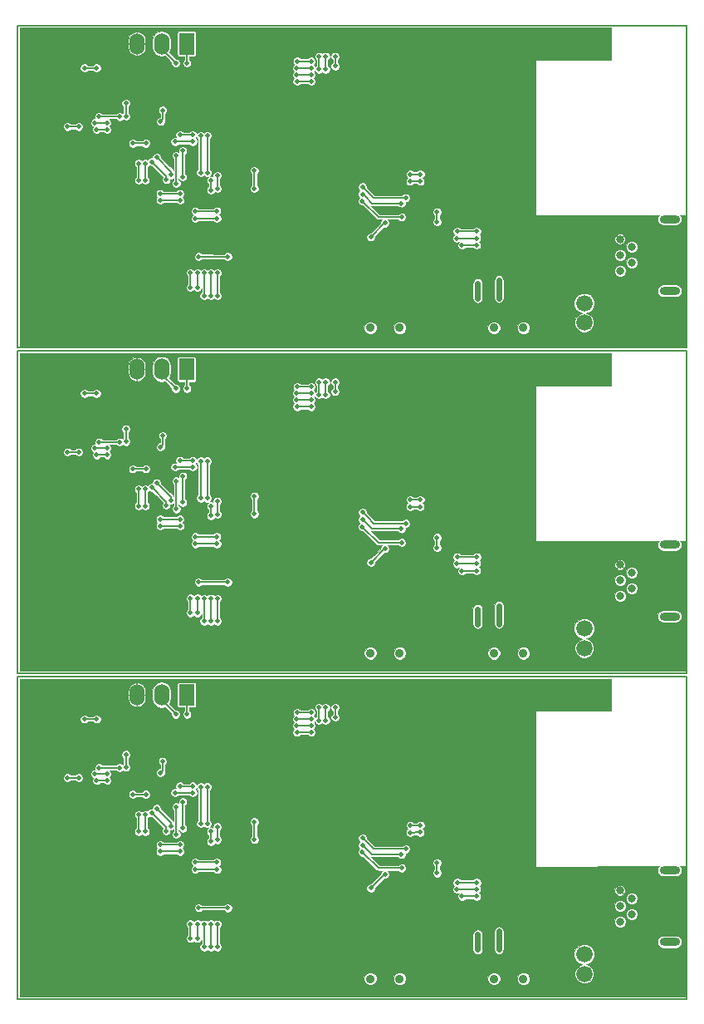
<source format=gbr>
G04 #@! TF.FileFunction,Copper,L2,Bot,Signal*
%FSLAX46Y46*%
G04 Gerber Fmt 4.6, Leading zero omitted, Abs format (unit mm)*
G04 Created by KiCad (PCBNEW 4.0.2+dfsg1-stable) date Wed 16 Mar 2016 07:28:31 PM CET*
%MOMM*%
G01*
G04 APERTURE LIST*
%ADD10C,0.150000*%
%ADD11C,0.900000*%
%ADD12C,0.508000*%
%ADD13C,4.000000*%
%ADD14C,0.800000*%
%ADD15O,2.050000X0.850000*%
%ADD16C,1.676400*%
%ADD17R,1.524000X2.199640*%
%ADD18O,1.524000X2.199640*%
%ADD19C,0.152400*%
%ADD20C,0.609600*%
%ADD21C,0.304800*%
%ADD22C,0.090000*%
G04 APERTURE END LIST*
D10*
X166650000Y-162055000D02*
X166650000Y-162155000D01*
X234910000Y-162055000D02*
X166650000Y-162055000D01*
X166650000Y-194880000D02*
X166650000Y-194855000D01*
X234910000Y-194880000D02*
X166650000Y-194880000D01*
X234905000Y-162030000D02*
X234905000Y-194880000D01*
X166650000Y-162080000D02*
X166650000Y-194880000D01*
X166650000Y-128910000D02*
X166650000Y-161710000D01*
X234905000Y-128860000D02*
X234905000Y-161710000D01*
X234910000Y-161710000D02*
X166650000Y-161710000D01*
X166650000Y-161710000D02*
X166650000Y-161685000D01*
X234910000Y-128885000D02*
X166650000Y-128885000D01*
X166650000Y-128885000D02*
X166650000Y-128985000D01*
X166650000Y-95725000D02*
X166650000Y-95825000D01*
X234910000Y-95725000D02*
X166650000Y-95725000D01*
X166650000Y-128550000D02*
X166650000Y-128525000D01*
X234910000Y-128550000D02*
X166650000Y-128550000D01*
X234905000Y-95700000D02*
X234905000Y-128550000D01*
X166650000Y-95750000D02*
X166650000Y-128550000D01*
D11*
X202629920Y-192842920D03*
X205629920Y-192842920D03*
X215240080Y-192842920D03*
X218240080Y-192842920D03*
D12*
X215820000Y-176480000D03*
X216820000Y-176930000D03*
D13*
X215860000Y-166320000D03*
X172330000Y-191330000D03*
D12*
X168680000Y-164540000D03*
X172980000Y-175580000D03*
D13*
X231392800Y-191976780D03*
D14*
X228100000Y-187030000D03*
X229300000Y-186230000D03*
X228100000Y-185430000D03*
X228100000Y-183830000D03*
D15*
X233150000Y-181780000D03*
X233150000Y-189080000D03*
D14*
X229300000Y-184630000D03*
D16*
X224440000Y-190341780D03*
X224440000Y-192338220D03*
D17*
X183890000Y-163905000D03*
D18*
X181350000Y-163905000D03*
X178810000Y-163905000D03*
D12*
X215750000Y-185830000D03*
X212000000Y-188330000D03*
X207250000Y-189580000D03*
X186000000Y-167330000D03*
X189000000Y-167330000D03*
X196000000Y-179330000D03*
X200000000Y-174330000D03*
X173000000Y-179330000D03*
X173000000Y-185330000D03*
X178000000Y-179330000D03*
X183000000Y-184330000D03*
X178000000Y-185330000D03*
X190000000Y-188330000D03*
X190000000Y-155160000D03*
X178000000Y-152160000D03*
X183000000Y-151160000D03*
X178000000Y-146160000D03*
X173000000Y-152160000D03*
X173000000Y-146160000D03*
X200000000Y-141160000D03*
X196000000Y-146160000D03*
X189000000Y-134160000D03*
X186000000Y-134160000D03*
X207250000Y-156410000D03*
X212000000Y-155160000D03*
X215750000Y-152660000D03*
D17*
X183890000Y-130735000D03*
D18*
X181350000Y-130735000D03*
X178810000Y-130735000D03*
D16*
X224440000Y-157171780D03*
X224440000Y-159168220D03*
D14*
X228100000Y-153860000D03*
X229300000Y-153060000D03*
X228100000Y-152260000D03*
X228100000Y-150660000D03*
D15*
X233150000Y-148610000D03*
X233150000Y-155910000D03*
D14*
X229300000Y-151460000D03*
D13*
X231392800Y-158806780D03*
D12*
X172980000Y-142410000D03*
X168680000Y-131370000D03*
D13*
X172330000Y-158160000D03*
X215860000Y-133150000D03*
D12*
X216820000Y-143760000D03*
X215820000Y-143310000D03*
D11*
X215240080Y-159672920D03*
X218240080Y-159672920D03*
X202629920Y-159672920D03*
X205629920Y-159672920D03*
X202629920Y-126512920D03*
X205629920Y-126512920D03*
X215240080Y-126512920D03*
X218240080Y-126512920D03*
D12*
X215820000Y-110150000D03*
X216820000Y-110600000D03*
D13*
X215860000Y-99990000D03*
X172330000Y-125000000D03*
D12*
X168680000Y-98210000D03*
X172980000Y-109250000D03*
D13*
X231392800Y-125646780D03*
D14*
X228100000Y-120700000D03*
X229300000Y-119900000D03*
X228100000Y-119100000D03*
X228100000Y-117500000D03*
D15*
X233150000Y-115450000D03*
X233150000Y-122750000D03*
D14*
X229300000Y-118300000D03*
D16*
X224440000Y-124011780D03*
X224440000Y-126008220D03*
D17*
X183890000Y-97575000D03*
D18*
X181350000Y-97575000D03*
X178810000Y-97575000D03*
D12*
X215750000Y-119500000D03*
X212000000Y-122000000D03*
X207250000Y-123250000D03*
X186000000Y-101000000D03*
X189000000Y-101000000D03*
X196000000Y-113000000D03*
X200000000Y-108000000D03*
X173000000Y-113000000D03*
X173000000Y-119000000D03*
X178000000Y-113000000D03*
X183000000Y-118000000D03*
X178000000Y-119000000D03*
X190000000Y-122000000D03*
X202677040Y-183594780D03*
X204110000Y-182180000D03*
X204110000Y-149010000D03*
X202677040Y-150424780D03*
X202677040Y-117264780D03*
X204110000Y-115850000D03*
X185679360Y-187265080D03*
X185675000Y-189580000D03*
X185675000Y-156410000D03*
X185679360Y-154095080D03*
X185679360Y-120935080D03*
X185675000Y-123250000D03*
X187020000Y-177350000D03*
X187020000Y-178670000D03*
X187040000Y-187270000D03*
X187040000Y-189580000D03*
X187040000Y-156410000D03*
X187040000Y-154100000D03*
X187020000Y-145500000D03*
X187020000Y-144180000D03*
X187020000Y-111020000D03*
X187020000Y-112340000D03*
X187040000Y-120940000D03*
X187040000Y-123250000D03*
X186375000Y-189580000D03*
X186365160Y-187249840D03*
X186370000Y-177830000D03*
X186370000Y-178830000D03*
X186370000Y-145660000D03*
X186370000Y-144660000D03*
X186365160Y-154079840D03*
X186375000Y-156410000D03*
X186375000Y-123250000D03*
X186365160Y-120919840D03*
X186370000Y-111500000D03*
X186370000Y-112500000D03*
X185320000Y-177030000D03*
X185320000Y-173270000D03*
X196610000Y-165700000D03*
X195170000Y-165700000D03*
X184277280Y-187239680D03*
X184275000Y-188730000D03*
X184275000Y-155560000D03*
X184277280Y-154069680D03*
X195170000Y-132530000D03*
X196610000Y-132530000D03*
X185320000Y-140100000D03*
X185320000Y-143860000D03*
X185320000Y-110700000D03*
X185320000Y-106940000D03*
X196610000Y-99370000D03*
X195170000Y-99370000D03*
X184277280Y-120909680D03*
X184275000Y-122400000D03*
X184975000Y-188730000D03*
X184983400Y-187239680D03*
X195130000Y-166380000D03*
X196610000Y-166380000D03*
X185990000Y-177030000D03*
X185990000Y-173270000D03*
X185990000Y-140100000D03*
X185990000Y-143860000D03*
X196610000Y-133210000D03*
X195130000Y-133210000D03*
X184983400Y-154069680D03*
X184975000Y-155560000D03*
X184975000Y-122400000D03*
X184983400Y-120909680D03*
X195130000Y-100050000D03*
X196610000Y-100050000D03*
X185990000Y-110700000D03*
X185990000Y-106940000D03*
X199050000Y-165210000D03*
X199050000Y-166190000D03*
X199050000Y-133020000D03*
X199050000Y-132040000D03*
X199050000Y-98880000D03*
X199050000Y-99860000D03*
X198070000Y-166510000D03*
X198070000Y-165210000D03*
X198070000Y-132040000D03*
X198070000Y-133340000D03*
X198070000Y-100180000D03*
X198070000Y-98880000D03*
X197400000Y-166510000D03*
X197400000Y-165210000D03*
X197400000Y-132040000D03*
X197400000Y-133340000D03*
X197400000Y-100180000D03*
X197400000Y-98880000D03*
X206690000Y-177930000D03*
X207710000Y-177920000D03*
X207710000Y-144750000D03*
X206690000Y-144760000D03*
X206690000Y-111600000D03*
X207710000Y-111590000D03*
X207720000Y-177200000D03*
X206700000Y-177200000D03*
X206700000Y-144030000D03*
X207720000Y-144030000D03*
X207720000Y-110870000D03*
X206700000Y-110870000D03*
X188090000Y-185600000D03*
X185130000Y-185590000D03*
X185130000Y-152420000D03*
X188090000Y-152430000D03*
X188090000Y-119270000D03*
X185130000Y-119260000D03*
X195130000Y-167060000D03*
X196610000Y-167050000D03*
X183200000Y-173205000D03*
X184500000Y-173205000D03*
X184500000Y-140035000D03*
X183200000Y-140035000D03*
X196610000Y-133880000D03*
X195130000Y-133890000D03*
X195130000Y-100730000D03*
X196610000Y-100720000D03*
X183200000Y-106875000D03*
X184500000Y-106875000D03*
X182700000Y-173880000D03*
X184525000Y-173880000D03*
X195150000Y-167730000D03*
X196610000Y-167730000D03*
X196610000Y-134560000D03*
X195150000Y-134560000D03*
X184525000Y-140710000D03*
X182700000Y-140710000D03*
X182700000Y-107550000D03*
X184525000Y-107550000D03*
X195150000Y-101400000D03*
X196610000Y-101400000D03*
X183500000Y-174805000D03*
X183500000Y-177480000D03*
X183500000Y-144310000D03*
X183500000Y-141635000D03*
X183500000Y-108475000D03*
X183500000Y-111150000D03*
X182825000Y-175305000D03*
X182850000Y-178130000D03*
X182850000Y-144960000D03*
X182825000Y-142135000D03*
X182825000Y-108975000D03*
X182850000Y-111800000D03*
X182775000Y-165880000D03*
X182775000Y-132710000D03*
X182775000Y-99550000D03*
X183925000Y-165880000D03*
X183925000Y-132710000D03*
X183925000Y-99550000D03*
X201830000Y-178490000D03*
X206230000Y-179610000D03*
X211980000Y-184430000D03*
X213470000Y-184430000D03*
X213470000Y-151260000D03*
X211980000Y-151260000D03*
X206230000Y-146440000D03*
X201830000Y-145320000D03*
X201830000Y-112160000D03*
X206230000Y-113280000D03*
X211980000Y-118100000D03*
X213470000Y-118100000D03*
X201830000Y-179230000D03*
X205790000Y-180170000D03*
X213470000Y-183720000D03*
X211440000Y-183720000D03*
X209440000Y-181050000D03*
X209440000Y-182060000D03*
X209440000Y-148890000D03*
X209440000Y-147880000D03*
X211440000Y-150550000D03*
X213470000Y-150550000D03*
X205790000Y-147000000D03*
X201830000Y-146060000D03*
X201830000Y-112900000D03*
X205790000Y-113840000D03*
X213470000Y-117390000D03*
X211440000Y-117390000D03*
X209440000Y-114720000D03*
X209440000Y-115730000D03*
X201820000Y-179940000D03*
X205810000Y-181560000D03*
X211480000Y-183020000D03*
X213480000Y-183020000D03*
X213480000Y-149850000D03*
X211480000Y-149850000D03*
X205810000Y-148390000D03*
X201820000Y-146770000D03*
X201820000Y-113610000D03*
X205810000Y-115230000D03*
X211480000Y-116690000D03*
X213480000Y-116690000D03*
X213580000Y-188320000D03*
X213580000Y-189850000D03*
X213580000Y-156680000D03*
X213580000Y-155150000D03*
X213580000Y-121990000D03*
X213580000Y-123520000D03*
X215940000Y-175600000D03*
X192120000Y-184070000D03*
X191080000Y-184040000D03*
X193400000Y-184070000D03*
X210532980Y-179959440D03*
X210525360Y-179258400D03*
X208676240Y-189825398D03*
X209986880Y-189825398D03*
X209336640Y-189825398D03*
X225267520Y-164597520D03*
X184104280Y-190871280D03*
X188410000Y-190890000D03*
X194000000Y-189090000D03*
X194740000Y-190040000D03*
X197400000Y-189650000D03*
X198870000Y-189640000D03*
X219970000Y-186020000D03*
X170108880Y-178679280D03*
X170665140Y-178686900D03*
X182245000Y-189347280D03*
X181422040Y-189316800D03*
X183930000Y-190130000D03*
X185350000Y-190260000D03*
X200630000Y-187690000D03*
X199750680Y-187693740D03*
X203860000Y-187090000D03*
X203140000Y-187090000D03*
X204299820Y-187777560D03*
X204292200Y-188430340D03*
X219430000Y-188110000D03*
X222630000Y-186760000D03*
X221800000Y-186760000D03*
X224550000Y-182040000D03*
X192516760Y-169514960D03*
X192516760Y-168869800D03*
X190896240Y-170845920D03*
X190919100Y-171508860D03*
X205549780Y-175898580D03*
X206090520Y-175897980D03*
X205792580Y-180831720D03*
X206316580Y-180840820D03*
X193654680Y-180833200D03*
X194218560Y-180833200D03*
X188996320Y-179837520D03*
X176980000Y-172970000D03*
X173325000Y-164730000D03*
X179500000Y-170155000D03*
X186000000Y-170330000D03*
X180275000Y-172755000D03*
X172850000Y-171280000D03*
X180200000Y-166655000D03*
X169050000Y-167980000D03*
X190925000Y-164655000D03*
X187790000Y-190880000D03*
X213770000Y-174010000D03*
X200116720Y-182492420D03*
X210680000Y-164080000D03*
X210680000Y-130910000D03*
X200116720Y-149322420D03*
X213770000Y-140840000D03*
X187790000Y-157710000D03*
X190925000Y-131485000D03*
X169050000Y-134810000D03*
X180200000Y-133485000D03*
X172850000Y-138110000D03*
X180275000Y-139585000D03*
X186000000Y-137160000D03*
X179500000Y-136985000D03*
X173325000Y-131560000D03*
X176980000Y-139800000D03*
X188996320Y-146667520D03*
X194218560Y-147663200D03*
X193654680Y-147663200D03*
X206316580Y-147670820D03*
X205792580Y-147661720D03*
X206090520Y-142727980D03*
X205549780Y-142728580D03*
X190919100Y-138338860D03*
X190896240Y-137675920D03*
X192516760Y-135699800D03*
X192516760Y-136344960D03*
X224550000Y-148870000D03*
X221800000Y-153590000D03*
X222630000Y-153590000D03*
X219430000Y-154940000D03*
X204292200Y-155260340D03*
X204299820Y-154607560D03*
X203140000Y-153920000D03*
X203860000Y-153920000D03*
X199750680Y-154523740D03*
X200630000Y-154520000D03*
X185350000Y-157090000D03*
X183930000Y-156960000D03*
X181422040Y-156146800D03*
X182245000Y-156177280D03*
X170665140Y-145516900D03*
X170108880Y-145509280D03*
X219970000Y-152850000D03*
X198870000Y-156470000D03*
X197400000Y-156480000D03*
X194740000Y-156870000D03*
X194000000Y-155920000D03*
X188410000Y-157720000D03*
X184104280Y-157701280D03*
X225267520Y-131427520D03*
X209336640Y-156655398D03*
X209986880Y-156655398D03*
X208676240Y-156655398D03*
X210525360Y-146088400D03*
X210532980Y-146789440D03*
X193400000Y-150900000D03*
X191080000Y-150870000D03*
X192120000Y-150900000D03*
X215940000Y-142430000D03*
X215940000Y-109270000D03*
X192120000Y-117740000D03*
X191080000Y-117710000D03*
X193400000Y-117740000D03*
X210532980Y-113629440D03*
X210525360Y-112928400D03*
X208676240Y-123495398D03*
X209986880Y-123495398D03*
X209336640Y-123495398D03*
X225267520Y-98267520D03*
X184104280Y-124541280D03*
X188410000Y-124560000D03*
X194000000Y-122760000D03*
X194740000Y-123710000D03*
X197400000Y-123320000D03*
X198870000Y-123310000D03*
X219970000Y-119690000D03*
X170108880Y-112349280D03*
X170665140Y-112356900D03*
X182245000Y-123017280D03*
X181422040Y-122986800D03*
X183930000Y-123800000D03*
X185350000Y-123930000D03*
X200630000Y-121360000D03*
X199750680Y-121363740D03*
X203860000Y-120760000D03*
X203140000Y-120760000D03*
X204299820Y-121447560D03*
X204292200Y-122100340D03*
X219430000Y-121780000D03*
X222630000Y-120430000D03*
X221800000Y-120430000D03*
X224550000Y-115710000D03*
X192516760Y-103184960D03*
X192516760Y-102539800D03*
X190896240Y-104515920D03*
X190919100Y-105178860D03*
X205549780Y-109568580D03*
X206090520Y-109567980D03*
X205792580Y-114501720D03*
X206316580Y-114510820D03*
X193654680Y-114503200D03*
X194218560Y-114503200D03*
X188996320Y-113507520D03*
X176980000Y-106640000D03*
X173325000Y-98400000D03*
X179500000Y-103825000D03*
X186000000Y-104000000D03*
X180275000Y-106425000D03*
X172850000Y-104950000D03*
X180200000Y-100325000D03*
X169050000Y-101650000D03*
X190925000Y-98325000D03*
X187790000Y-124550000D03*
X213770000Y-107680000D03*
X200116720Y-116162420D03*
X210680000Y-97750000D03*
X215750000Y-188010000D03*
X215750000Y-189850000D03*
X215750000Y-156680000D03*
X215750000Y-154840000D03*
X215750000Y-121680000D03*
X215750000Y-123520000D03*
X186970000Y-180960000D03*
X184770000Y-180960000D03*
X183200000Y-179180000D03*
X181200000Y-179180000D03*
X179675000Y-176105000D03*
X179680000Y-177820000D03*
X177050000Y-171330000D03*
X174975000Y-171330000D03*
X174975000Y-138160000D03*
X177050000Y-138160000D03*
X179680000Y-144650000D03*
X179675000Y-142935000D03*
X181200000Y-146010000D03*
X183200000Y-146010000D03*
X184770000Y-147790000D03*
X186970000Y-147790000D03*
X186970000Y-114630000D03*
X184770000Y-114630000D03*
X183200000Y-112850000D03*
X181200000Y-112850000D03*
X179675000Y-109775000D03*
X179680000Y-111490000D03*
X177050000Y-105000000D03*
X174975000Y-105000000D03*
X183225000Y-179855000D03*
X181200000Y-179855000D03*
X186980000Y-181700000D03*
X184770000Y-181700000D03*
X179000000Y-176105000D03*
X179000000Y-177830000D03*
X179000000Y-144660000D03*
X179000000Y-142935000D03*
X184770000Y-148530000D03*
X186980000Y-148530000D03*
X181200000Y-146685000D03*
X183225000Y-146685000D03*
X183225000Y-113525000D03*
X181200000Y-113525000D03*
X186980000Y-115370000D03*
X184770000Y-115370000D03*
X179000000Y-109775000D03*
X179000000Y-111500000D03*
X182325000Y-177255000D03*
X180850000Y-175480000D03*
X180850000Y-142310000D03*
X182325000Y-144085000D03*
X182325000Y-110925000D03*
X180850000Y-109150000D03*
X190800000Y-178655000D03*
X190805080Y-176835840D03*
X181800000Y-177755000D03*
X180325000Y-175930000D03*
X180325000Y-142760000D03*
X181800000Y-144585000D03*
X190805080Y-143665840D03*
X190800000Y-145485000D03*
X190800000Y-112325000D03*
X190805080Y-110505840D03*
X181800000Y-111425000D03*
X180325000Y-109600000D03*
X175775000Y-172630000D03*
X174725000Y-172630000D03*
X174725000Y-139460000D03*
X175775000Y-139460000D03*
X175775000Y-106300000D03*
X174725000Y-106300000D03*
X175750000Y-171955000D03*
X174550000Y-171955000D03*
X174550000Y-138785000D03*
X175750000Y-138785000D03*
X175750000Y-105625000D03*
X174550000Y-105625000D03*
X172875000Y-172355000D03*
X171750000Y-172350000D03*
X179725000Y-174055000D03*
X178400000Y-174055000D03*
X181225000Y-171830000D03*
X181450000Y-170680000D03*
X181450000Y-137510000D03*
X181225000Y-138660000D03*
X178400000Y-140885000D03*
X179725000Y-140885000D03*
X171750000Y-139180000D03*
X172875000Y-139185000D03*
X172875000Y-106025000D03*
X171750000Y-106020000D03*
X179725000Y-107725000D03*
X178400000Y-107725000D03*
X181225000Y-105500000D03*
X181450000Y-104350000D03*
X177710000Y-169980000D03*
X173475000Y-166380000D03*
X174700000Y-166380000D03*
X177710000Y-171290000D03*
X177710000Y-138120000D03*
X174700000Y-133210000D03*
X173475000Y-133210000D03*
X177710000Y-136810000D03*
X177710000Y-103650000D03*
X173475000Y-100050000D03*
X174700000Y-100050000D03*
X177710000Y-104960000D03*
D19*
X202677040Y-183594780D02*
X204091820Y-182180000D01*
X204091820Y-182180000D02*
X204110000Y-182180000D01*
X204091820Y-149010000D02*
X204110000Y-149010000D01*
X202677040Y-150424780D02*
X204091820Y-149010000D01*
X202677040Y-117264780D02*
X204091820Y-115850000D01*
X204091820Y-115850000D02*
X204110000Y-115850000D01*
X185679360Y-187265080D02*
X185675000Y-189580000D01*
X185679360Y-154095080D02*
X185675000Y-156410000D01*
X185679360Y-120935080D02*
X185675000Y-123250000D01*
X187020000Y-178670000D02*
X187020000Y-177350000D01*
X187040000Y-189580000D02*
X187040000Y-187270000D01*
X187040000Y-156410000D02*
X187040000Y-154100000D01*
X187020000Y-145500000D02*
X187020000Y-144180000D01*
X187020000Y-112340000D02*
X187020000Y-111020000D01*
X187040000Y-123250000D02*
X187040000Y-120940000D01*
X186365160Y-187249840D02*
X186365160Y-189570160D01*
X186365160Y-189570160D02*
X186375000Y-189580000D01*
X186370000Y-178830000D02*
X186370000Y-177830000D01*
X186370000Y-145660000D02*
X186370000Y-144660000D01*
X186365160Y-156400160D02*
X186375000Y-156410000D01*
X186365160Y-154079840D02*
X186365160Y-156400160D01*
X186365160Y-120919840D02*
X186365160Y-123240160D01*
X186365160Y-123240160D02*
X186375000Y-123250000D01*
X186370000Y-112500000D02*
X186370000Y-111500000D01*
X185320000Y-177030000D02*
X185320000Y-173270000D01*
X195170000Y-165700000D02*
X196610000Y-165700000D01*
X184277280Y-187239680D02*
X184275000Y-188730000D01*
X184277280Y-154069680D02*
X184275000Y-155560000D01*
X195170000Y-132530000D02*
X196610000Y-132530000D01*
X185320000Y-143860000D02*
X185320000Y-140100000D01*
X185320000Y-110700000D02*
X185320000Y-106940000D01*
X195170000Y-99370000D02*
X196610000Y-99370000D01*
X184277280Y-120909680D02*
X184275000Y-122400000D01*
X184983400Y-187239680D02*
X184983400Y-188721600D01*
X184983400Y-188721600D02*
X184975000Y-188730000D01*
X195130000Y-166380000D02*
X196610000Y-166380000D01*
X185990000Y-173270000D02*
X185990000Y-177030000D01*
X185990000Y-140100000D02*
X185990000Y-143860000D01*
X195130000Y-133210000D02*
X196610000Y-133210000D01*
X184983400Y-155551600D02*
X184975000Y-155560000D01*
X184983400Y-154069680D02*
X184983400Y-155551600D01*
X184983400Y-120909680D02*
X184983400Y-122391600D01*
X184983400Y-122391600D02*
X184975000Y-122400000D01*
X195130000Y-100050000D02*
X196610000Y-100050000D01*
X185990000Y-106940000D02*
X185990000Y-110700000D01*
X199050000Y-166190000D02*
X199050000Y-165210000D01*
X199050000Y-133020000D02*
X199050000Y-132040000D01*
X199050000Y-99860000D02*
X199050000Y-98880000D01*
X198070000Y-166510000D02*
X198070000Y-165210000D01*
X198070000Y-133340000D02*
X198070000Y-132040000D01*
X198070000Y-100180000D02*
X198070000Y-98880000D01*
X197400000Y-166510000D02*
X197400000Y-165210000D01*
X197400000Y-133340000D02*
X197400000Y-132040000D01*
X197400000Y-100180000D02*
X197400000Y-98880000D01*
X206690000Y-177930000D02*
X207710000Y-177920000D01*
X206690000Y-144760000D02*
X207710000Y-144750000D01*
X206690000Y-111600000D02*
X207710000Y-111590000D01*
X206700000Y-177200000D02*
X207720000Y-177200000D01*
X206700000Y-144030000D02*
X207720000Y-144030000D01*
X206700000Y-110870000D02*
X207720000Y-110870000D01*
X185137960Y-185597960D02*
X185130000Y-185590000D01*
X188090000Y-185600000D02*
X185137960Y-185597960D01*
X188090000Y-152430000D02*
X185137960Y-152427960D01*
X185137960Y-152427960D02*
X185130000Y-152420000D01*
X185137960Y-119267960D02*
X185130000Y-119260000D01*
X188090000Y-119270000D02*
X185137960Y-119267960D01*
X195130000Y-167060000D02*
X196610000Y-167050000D01*
X184500000Y-173205000D02*
X183200000Y-173205000D01*
X184500000Y-140035000D02*
X183200000Y-140035000D01*
X195130000Y-133890000D02*
X196610000Y-133880000D01*
X195130000Y-100730000D02*
X196610000Y-100720000D01*
X184500000Y-106875000D02*
X183200000Y-106875000D01*
X182700000Y-173880000D02*
X184525000Y-173880000D01*
X195150000Y-167730000D02*
X196610000Y-167730000D01*
X195150000Y-134560000D02*
X196610000Y-134560000D01*
X182700000Y-140710000D02*
X184525000Y-140710000D01*
X182700000Y-107550000D02*
X184525000Y-107550000D01*
X195150000Y-101400000D02*
X196610000Y-101400000D01*
X183500000Y-174805000D02*
X183500000Y-177480000D01*
X183500000Y-141635000D02*
X183500000Y-144310000D01*
X183500000Y-108475000D02*
X183500000Y-111150000D01*
X182825000Y-175305000D02*
X182825000Y-178105000D01*
X182825000Y-178105000D02*
X182850000Y-178130000D01*
X182825000Y-144935000D02*
X182850000Y-144960000D01*
X182825000Y-142135000D02*
X182825000Y-144935000D01*
X182825000Y-108975000D02*
X182825000Y-111775000D01*
X182825000Y-111775000D02*
X182850000Y-111800000D01*
X182775000Y-165880000D02*
X181350000Y-164455000D01*
X181350000Y-164455000D02*
X181350000Y-163905000D01*
X181375000Y-163930000D02*
X181350000Y-163905000D01*
X181375000Y-130760000D02*
X181350000Y-130735000D01*
X181350000Y-131285000D02*
X181350000Y-130735000D01*
X182775000Y-132710000D02*
X181350000Y-131285000D01*
X182775000Y-99550000D02*
X181350000Y-98125000D01*
X181350000Y-98125000D02*
X181350000Y-97575000D01*
X181375000Y-97600000D02*
X181350000Y-97575000D01*
X183925000Y-163940000D02*
X183890000Y-163905000D01*
X183925000Y-165880000D02*
X183925000Y-163940000D01*
X183925000Y-132710000D02*
X183925000Y-130770000D01*
X183925000Y-130770000D02*
X183890000Y-130735000D01*
X183925000Y-97610000D02*
X183890000Y-97575000D01*
X183925000Y-99550000D02*
X183925000Y-97610000D01*
X202340000Y-179000000D02*
X202950000Y-179610000D01*
X202340000Y-179000000D02*
X201830000Y-178490000D01*
X202950000Y-179610000D02*
X206230000Y-179610000D01*
X211980000Y-184430000D02*
X213470000Y-184430000D01*
X211980000Y-151260000D02*
X213470000Y-151260000D01*
X202950000Y-146440000D02*
X206230000Y-146440000D01*
X202340000Y-145830000D02*
X201830000Y-145320000D01*
X202340000Y-145830000D02*
X202950000Y-146440000D01*
X202340000Y-112670000D02*
X202950000Y-113280000D01*
X202340000Y-112670000D02*
X201830000Y-112160000D01*
X202950000Y-113280000D02*
X206230000Y-113280000D01*
X211980000Y-118100000D02*
X213470000Y-118100000D01*
X202080000Y-179480000D02*
X202770000Y-180170000D01*
X202080000Y-179480000D02*
X201830000Y-179230000D01*
X202770000Y-180170000D02*
X205790000Y-180170000D01*
X211440000Y-183720000D02*
X213470000Y-183720000D01*
X209440000Y-181050000D02*
X209440000Y-182060000D01*
X209440000Y-147880000D02*
X209440000Y-148890000D01*
X211440000Y-150550000D02*
X213470000Y-150550000D01*
X202770000Y-147000000D02*
X205790000Y-147000000D01*
X202080000Y-146310000D02*
X201830000Y-146060000D01*
X202080000Y-146310000D02*
X202770000Y-147000000D01*
X202080000Y-113150000D02*
X202770000Y-113840000D01*
X202080000Y-113150000D02*
X201830000Y-112900000D01*
X202770000Y-113840000D02*
X205790000Y-113840000D01*
X211440000Y-117390000D02*
X213470000Y-117390000D01*
X209440000Y-114720000D02*
X209440000Y-115730000D01*
X203440000Y-181560000D02*
X205810000Y-181560000D01*
X201820000Y-179940000D02*
X203440000Y-181560000D01*
X211480000Y-183020000D02*
X213480000Y-183020000D01*
X211480000Y-149850000D02*
X213480000Y-149850000D01*
X201820000Y-146770000D02*
X203440000Y-148390000D01*
X203440000Y-148390000D02*
X205810000Y-148390000D01*
X203440000Y-115230000D02*
X205810000Y-115230000D01*
X201820000Y-113610000D02*
X203440000Y-115230000D01*
X211480000Y-116690000D02*
X213480000Y-116690000D01*
D20*
X213580000Y-189850000D02*
X213580000Y-188320000D01*
X213580000Y-156680000D02*
X213580000Y-155150000D01*
X213580000Y-123520000D02*
X213580000Y-121990000D01*
X192120000Y-184070000D02*
X192110000Y-184070000D01*
X208676240Y-189825398D02*
X208676240Y-189850200D01*
X209986880Y-189825398D02*
X209986880Y-189845120D01*
X209336640Y-189825398D02*
X209336640Y-189829880D01*
D21*
X204292200Y-188440500D02*
X204292200Y-188430340D01*
D20*
X188996320Y-179837520D02*
X189001400Y-179837520D01*
X188996320Y-146667520D02*
X189001400Y-146667520D01*
D21*
X204292200Y-155270500D02*
X204292200Y-155260340D01*
D20*
X209336640Y-156655398D02*
X209336640Y-156659880D01*
X209986880Y-156655398D02*
X209986880Y-156675120D01*
X208676240Y-156655398D02*
X208676240Y-156680200D01*
X192120000Y-150900000D02*
X192110000Y-150900000D01*
X192120000Y-117740000D02*
X192110000Y-117740000D01*
X208676240Y-123495398D02*
X208676240Y-123520200D01*
X209986880Y-123495398D02*
X209986880Y-123515120D01*
X209336640Y-123495398D02*
X209336640Y-123499880D01*
D21*
X204292200Y-122110500D02*
X204292200Y-122100340D01*
D20*
X188996320Y-113507520D02*
X189001400Y-113507520D01*
X215750000Y-189850000D02*
X215750000Y-187990000D01*
X215750000Y-188010000D02*
X215750000Y-187990000D01*
X215750000Y-154840000D02*
X215750000Y-154820000D01*
X215750000Y-156680000D02*
X215750000Y-154820000D01*
X215750000Y-123520000D02*
X215750000Y-121660000D01*
X215750000Y-121680000D02*
X215750000Y-121660000D01*
D19*
X186970000Y-180960000D02*
X184770000Y-180960000D01*
X183200000Y-179180000D02*
X181200000Y-179180000D01*
X179680000Y-177820000D02*
X179675000Y-176105000D01*
X174975000Y-171330000D02*
X177050000Y-171330000D01*
X174975000Y-138160000D02*
X177050000Y-138160000D01*
X179680000Y-144650000D02*
X179675000Y-142935000D01*
X183200000Y-146010000D02*
X181200000Y-146010000D01*
X186970000Y-147790000D02*
X184770000Y-147790000D01*
X186970000Y-114630000D02*
X184770000Y-114630000D01*
X183200000Y-112850000D02*
X181200000Y-112850000D01*
X179680000Y-111490000D02*
X179675000Y-109775000D01*
X174975000Y-105000000D02*
X177050000Y-105000000D01*
X183225000Y-179855000D02*
X181200000Y-179855000D01*
X186980000Y-181700000D02*
X184770000Y-181700000D01*
X179000000Y-177830000D02*
X179000000Y-176105000D01*
X179000000Y-144660000D02*
X179000000Y-142935000D01*
X186980000Y-148530000D02*
X184770000Y-148530000D01*
X183225000Y-146685000D02*
X181200000Y-146685000D01*
X183225000Y-113525000D02*
X181200000Y-113525000D01*
X186980000Y-115370000D02*
X184770000Y-115370000D01*
X179000000Y-111500000D02*
X179000000Y-109775000D01*
X180850000Y-175480000D02*
X182325000Y-176955000D01*
X182325000Y-176955000D02*
X182325000Y-177255000D01*
X182325000Y-143785000D02*
X182325000Y-144085000D01*
X180850000Y-142310000D02*
X182325000Y-143785000D01*
X180850000Y-109150000D02*
X182325000Y-110625000D01*
X182325000Y-110625000D02*
X182325000Y-110925000D01*
X190800000Y-178655000D02*
X190805080Y-176835840D01*
X181800000Y-177755000D02*
X181800000Y-177405000D01*
X181800000Y-177405000D02*
X180325000Y-175930000D01*
X180325000Y-175930000D02*
X180400000Y-175930000D01*
X180325000Y-142760000D02*
X180400000Y-142760000D01*
X181800000Y-144235000D02*
X180325000Y-142760000D01*
X181800000Y-144585000D02*
X181800000Y-144235000D01*
X190800000Y-145485000D02*
X190805080Y-143665840D01*
X190800000Y-112325000D02*
X190805080Y-110505840D01*
X181800000Y-111425000D02*
X181800000Y-111075000D01*
X181800000Y-111075000D02*
X180325000Y-109600000D01*
X180325000Y-109600000D02*
X180400000Y-109600000D01*
X174725000Y-172630000D02*
X175775000Y-172630000D01*
X174725000Y-139460000D02*
X175775000Y-139460000D01*
X174725000Y-106300000D02*
X175775000Y-106300000D01*
X174550000Y-171955000D02*
X175750000Y-171955000D01*
X174550000Y-138785000D02*
X175750000Y-138785000D01*
X174550000Y-105625000D02*
X175750000Y-105625000D01*
X171750000Y-172350000D02*
X172875000Y-172355000D01*
X179725000Y-174055000D02*
X178400000Y-174055000D01*
X181225000Y-171830000D02*
X181450000Y-171605000D01*
X181450000Y-171605000D02*
X181450000Y-170680000D01*
X181450000Y-138435000D02*
X181450000Y-137510000D01*
X181225000Y-138660000D02*
X181450000Y-138435000D01*
X179725000Y-140885000D02*
X178400000Y-140885000D01*
X171750000Y-139180000D02*
X172875000Y-139185000D01*
X171750000Y-106020000D02*
X172875000Y-106025000D01*
X179725000Y-107725000D02*
X178400000Y-107725000D01*
X181225000Y-105500000D02*
X181450000Y-105275000D01*
X181450000Y-105275000D02*
X181450000Y-104350000D01*
X177710000Y-171290000D02*
X177710000Y-169980000D01*
X174700000Y-166380000D02*
X173475000Y-166380000D01*
X177710000Y-171290000D02*
X177685000Y-171265000D01*
X177710000Y-138120000D02*
X177685000Y-138095000D01*
X174700000Y-133210000D02*
X173475000Y-133210000D01*
X177710000Y-138120000D02*
X177710000Y-136810000D01*
X177710000Y-104960000D02*
X177710000Y-103650000D01*
X174700000Y-100050000D02*
X173475000Y-100050000D01*
X177710000Y-104960000D02*
X177685000Y-104935000D01*
D22*
G36*
X227194872Y-99215000D02*
X219490000Y-99215000D01*
X219472492Y-99218545D01*
X219457744Y-99228623D01*
X219448078Y-99243644D01*
X219445000Y-99260029D01*
X219455000Y-115020029D01*
X219458556Y-115037534D01*
X219468643Y-115052276D01*
X219483671Y-115061933D01*
X219500029Y-115065000D01*
X232054574Y-115056853D01*
X231951029Y-115211818D01*
X231903652Y-115450000D01*
X231951029Y-115688182D01*
X232085949Y-115890103D01*
X232287870Y-116025023D01*
X232526052Y-116072400D01*
X233773948Y-116072400D01*
X234012130Y-116025023D01*
X234214051Y-115890103D01*
X234348971Y-115688182D01*
X234396348Y-115450000D01*
X234348971Y-115211818D01*
X234244476Y-115055432D01*
X234685000Y-115055146D01*
X234685000Y-128330000D01*
X166870000Y-128330000D01*
X166870000Y-126641131D01*
X201982408Y-126641131D01*
X202080761Y-126879163D01*
X202262719Y-127061439D01*
X202500579Y-127160207D01*
X202758131Y-127160432D01*
X202996163Y-127062079D01*
X203178439Y-126880121D01*
X203277207Y-126642261D01*
X203277207Y-126641131D01*
X204982408Y-126641131D01*
X205080761Y-126879163D01*
X205262719Y-127061439D01*
X205500579Y-127160207D01*
X205758131Y-127160432D01*
X205996163Y-127062079D01*
X206178439Y-126880121D01*
X206277207Y-126642261D01*
X206277207Y-126641131D01*
X214592568Y-126641131D01*
X214690921Y-126879163D01*
X214872879Y-127061439D01*
X215110739Y-127160207D01*
X215368291Y-127160432D01*
X215606323Y-127062079D01*
X215788599Y-126880121D01*
X215887367Y-126642261D01*
X215887367Y-126641131D01*
X217592568Y-126641131D01*
X217690921Y-126879163D01*
X217872879Y-127061439D01*
X218110739Y-127160207D01*
X218368291Y-127160432D01*
X218606323Y-127062079D01*
X218788599Y-126880121D01*
X218865484Y-126694961D01*
X223760330Y-126694961D01*
X223854820Y-126822158D01*
X224210844Y-126984140D01*
X224601756Y-126997547D01*
X224968042Y-126860337D01*
X225025180Y-126822158D01*
X225119670Y-126694961D01*
X224440000Y-126015291D01*
X223760330Y-126694961D01*
X218865484Y-126694961D01*
X218887367Y-126642261D01*
X218887592Y-126384709D01*
X218798866Y-126169976D01*
X223450673Y-126169976D01*
X223587883Y-126536262D01*
X223626062Y-126593400D01*
X223753259Y-126687890D01*
X224432929Y-126008220D01*
X224447071Y-126008220D01*
X225126741Y-126687890D01*
X225253938Y-126593400D01*
X225415920Y-126237376D01*
X225429327Y-125846464D01*
X225292117Y-125480178D01*
X225253938Y-125423040D01*
X225126741Y-125328550D01*
X224447071Y-126008220D01*
X224432929Y-126008220D01*
X223753259Y-125328550D01*
X223626062Y-125423040D01*
X223464080Y-125779064D01*
X223450673Y-126169976D01*
X218798866Y-126169976D01*
X218789239Y-126146677D01*
X218607281Y-125964401D01*
X218369421Y-125865633D01*
X218111869Y-125865408D01*
X217873837Y-125963761D01*
X217691561Y-126145719D01*
X217592793Y-126383579D01*
X217592568Y-126641131D01*
X215887367Y-126641131D01*
X215887592Y-126384709D01*
X215789239Y-126146677D01*
X215607281Y-125964401D01*
X215369421Y-125865633D01*
X215111869Y-125865408D01*
X214873837Y-125963761D01*
X214691561Y-126145719D01*
X214592793Y-126383579D01*
X214592568Y-126641131D01*
X206277207Y-126641131D01*
X206277432Y-126384709D01*
X206179079Y-126146677D01*
X205997121Y-125964401D01*
X205759261Y-125865633D01*
X205501709Y-125865408D01*
X205263677Y-125963761D01*
X205081401Y-126145719D01*
X204982633Y-126383579D01*
X204982408Y-126641131D01*
X203277207Y-126641131D01*
X203277432Y-126384709D01*
X203179079Y-126146677D01*
X202997121Y-125964401D01*
X202759261Y-125865633D01*
X202501709Y-125865408D01*
X202263677Y-125963761D01*
X202081401Y-126145719D01*
X201982633Y-126383579D01*
X201982408Y-126641131D01*
X166870000Y-126641131D01*
X166870000Y-124216870D01*
X223404220Y-124216870D01*
X223561549Y-124597634D01*
X223852614Y-124889207D01*
X224218673Y-125041208D01*
X223911958Y-125156103D01*
X223854820Y-125194282D01*
X223760330Y-125321479D01*
X224440000Y-126001149D01*
X225119670Y-125321479D01*
X225025180Y-125194282D01*
X224675279Y-125035086D01*
X225025854Y-124890231D01*
X225317427Y-124599166D01*
X225475420Y-124218677D01*
X225475780Y-123806690D01*
X225318451Y-123425926D01*
X225027386Y-123134353D01*
X224646897Y-122976360D01*
X224234910Y-122976000D01*
X223854146Y-123133329D01*
X223562573Y-123424394D01*
X223404580Y-123804883D01*
X223404220Y-124216870D01*
X166870000Y-124216870D01*
X166870000Y-122489395D01*
X183823522Y-122489395D01*
X183892099Y-122655363D01*
X184018969Y-122782455D01*
X184184817Y-122851321D01*
X184364395Y-122851478D01*
X184530363Y-122782901D01*
X184625054Y-122688376D01*
X184718969Y-122782455D01*
X184884817Y-122851321D01*
X185064395Y-122851478D01*
X185230363Y-122782901D01*
X185357455Y-122656031D01*
X185402723Y-122547013D01*
X185402087Y-122884618D01*
X185292545Y-122993969D01*
X185223679Y-123159817D01*
X185223522Y-123339395D01*
X185292099Y-123505363D01*
X185418969Y-123632455D01*
X185584817Y-123701321D01*
X185764395Y-123701478D01*
X185930363Y-123632901D01*
X186025054Y-123538376D01*
X186118969Y-123632455D01*
X186284817Y-123701321D01*
X186464395Y-123701478D01*
X186630363Y-123632901D01*
X186707523Y-123555876D01*
X186783969Y-123632455D01*
X186949817Y-123701321D01*
X187129395Y-123701478D01*
X187295363Y-123632901D01*
X187422455Y-123506031D01*
X187491321Y-123340183D01*
X187491478Y-123160605D01*
X187422901Y-122994637D01*
X187313600Y-122885145D01*
X187313600Y-121990000D01*
X213077800Y-121990000D01*
X213077800Y-123520000D01*
X213116028Y-123712184D01*
X213224891Y-123875109D01*
X213387816Y-123983972D01*
X213580000Y-124022200D01*
X213772184Y-123983972D01*
X213935109Y-123875109D01*
X214043972Y-123712184D01*
X214082200Y-123520000D01*
X214082200Y-121990000D01*
X214043972Y-121797816D01*
X213951887Y-121660000D01*
X215247800Y-121660000D01*
X215247800Y-123520000D01*
X215286028Y-123712184D01*
X215394891Y-123875109D01*
X215557816Y-123983972D01*
X215750000Y-124022200D01*
X215942184Y-123983972D01*
X216105109Y-123875109D01*
X216213972Y-123712184D01*
X216252200Y-123520000D01*
X216252200Y-122750000D01*
X231903652Y-122750000D01*
X231951029Y-122988182D01*
X232085949Y-123190103D01*
X232287870Y-123325023D01*
X232526052Y-123372400D01*
X233773948Y-123372400D01*
X234012130Y-123325023D01*
X234214051Y-123190103D01*
X234348971Y-122988182D01*
X234396348Y-122750000D01*
X234348971Y-122511818D01*
X234214051Y-122309897D01*
X234012130Y-122174977D01*
X233773948Y-122127600D01*
X232526052Y-122127600D01*
X232287870Y-122174977D01*
X232085949Y-122309897D01*
X231951029Y-122511818D01*
X231903652Y-122750000D01*
X216252200Y-122750000D01*
X216252200Y-121660000D01*
X216213972Y-121467816D01*
X216105109Y-121304891D01*
X215942184Y-121196028D01*
X215750000Y-121157800D01*
X215557816Y-121196028D01*
X215394891Y-121304891D01*
X215286028Y-121467816D01*
X215247800Y-121660000D01*
X213951887Y-121660000D01*
X213935109Y-121634891D01*
X213772184Y-121526028D01*
X213580000Y-121487800D01*
X213387816Y-121526028D01*
X213224891Y-121634891D01*
X213116028Y-121797816D01*
X213077800Y-121990000D01*
X187313600Y-121990000D01*
X187313600Y-121304696D01*
X187422455Y-121196031D01*
X187491321Y-121030183D01*
X187491478Y-120850605D01*
X187478134Y-120818309D01*
X227502496Y-120818309D01*
X227593253Y-121037958D01*
X227761158Y-121206156D01*
X227980648Y-121297296D01*
X228218309Y-121297504D01*
X228437958Y-121206747D01*
X228606156Y-121038842D01*
X228697296Y-120819352D01*
X228697504Y-120581691D01*
X228606747Y-120362042D01*
X228438842Y-120193844D01*
X228219352Y-120102704D01*
X227981691Y-120102496D01*
X227762042Y-120193253D01*
X227593844Y-120361158D01*
X227502704Y-120580648D01*
X227502496Y-120818309D01*
X187478134Y-120818309D01*
X187422901Y-120684637D01*
X187296031Y-120557545D01*
X187130183Y-120488679D01*
X186950605Y-120488522D01*
X186784637Y-120557099D01*
X186712628Y-120628982D01*
X186621191Y-120537385D01*
X186455343Y-120468519D01*
X186275765Y-120468362D01*
X186109797Y-120536939D01*
X186014599Y-120631971D01*
X185935391Y-120552625D01*
X185769543Y-120483759D01*
X185589965Y-120483602D01*
X185423997Y-120552179D01*
X185344030Y-120632007D01*
X185239431Y-120527225D01*
X185073583Y-120458359D01*
X184894005Y-120458202D01*
X184728037Y-120526779D01*
X184630281Y-120624364D01*
X184533311Y-120527225D01*
X184367463Y-120458359D01*
X184187885Y-120458202D01*
X184021917Y-120526779D01*
X183894825Y-120653649D01*
X183825959Y-120819497D01*
X183825802Y-120999075D01*
X183894379Y-121165043D01*
X184003122Y-121273976D01*
X184001958Y-122034747D01*
X183892545Y-122143969D01*
X183823679Y-122309817D01*
X183823522Y-122489395D01*
X166870000Y-122489395D01*
X166870000Y-120018309D01*
X228702496Y-120018309D01*
X228793253Y-120237958D01*
X228961158Y-120406156D01*
X229180648Y-120497296D01*
X229418309Y-120497504D01*
X229637958Y-120406747D01*
X229806156Y-120238842D01*
X229897296Y-120019352D01*
X229897504Y-119781691D01*
X229806747Y-119562042D01*
X229638842Y-119393844D01*
X229419352Y-119302704D01*
X229181691Y-119302496D01*
X228962042Y-119393253D01*
X228793844Y-119561158D01*
X228702704Y-119780648D01*
X228702496Y-120018309D01*
X166870000Y-120018309D01*
X166870000Y-119349395D01*
X184678522Y-119349395D01*
X184747099Y-119515363D01*
X184873969Y-119642455D01*
X185039817Y-119711321D01*
X185219395Y-119711478D01*
X185385363Y-119642901D01*
X185486640Y-119541801D01*
X187725053Y-119543348D01*
X187833969Y-119652455D01*
X187999817Y-119721321D01*
X188179395Y-119721478D01*
X188345363Y-119652901D01*
X188472455Y-119526031D01*
X188541321Y-119360183D01*
X188541445Y-119218309D01*
X227502496Y-119218309D01*
X227593253Y-119437958D01*
X227761158Y-119606156D01*
X227980648Y-119697296D01*
X228218309Y-119697504D01*
X228437958Y-119606747D01*
X228606156Y-119438842D01*
X228697296Y-119219352D01*
X228697504Y-118981691D01*
X228606747Y-118762042D01*
X228438842Y-118593844D01*
X228219352Y-118502704D01*
X227981691Y-118502496D01*
X227762042Y-118593253D01*
X227593844Y-118761158D01*
X227502704Y-118980648D01*
X227502496Y-119218309D01*
X188541445Y-119218309D01*
X188541478Y-119180605D01*
X188472901Y-119014637D01*
X188346031Y-118887545D01*
X188180183Y-118818679D01*
X188000605Y-118818522D01*
X187834637Y-118887099D01*
X187725397Y-118996148D01*
X185502894Y-118994612D01*
X185386031Y-118877545D01*
X185220183Y-118808679D01*
X185040605Y-118808522D01*
X184874637Y-118877099D01*
X184747545Y-119003969D01*
X184678679Y-119169817D01*
X184678522Y-119349395D01*
X166870000Y-119349395D01*
X166870000Y-114719395D01*
X184318522Y-114719395D01*
X184387099Y-114885363D01*
X184501624Y-115000089D01*
X184387545Y-115113969D01*
X184318679Y-115279817D01*
X184318522Y-115459395D01*
X184387099Y-115625363D01*
X184513969Y-115752455D01*
X184679817Y-115821321D01*
X184859395Y-115821478D01*
X185025363Y-115752901D01*
X185134855Y-115643600D01*
X186615304Y-115643600D01*
X186723969Y-115752455D01*
X186889817Y-115821321D01*
X187069395Y-115821478D01*
X187235363Y-115752901D01*
X187362455Y-115626031D01*
X187431321Y-115460183D01*
X187431478Y-115280605D01*
X187362901Y-115114637D01*
X187243384Y-114994911D01*
X187352455Y-114886031D01*
X187421321Y-114720183D01*
X187421478Y-114540605D01*
X187352901Y-114374637D01*
X187226031Y-114247545D01*
X187060183Y-114178679D01*
X186880605Y-114178522D01*
X186714637Y-114247099D01*
X186605145Y-114356400D01*
X185134696Y-114356400D01*
X185026031Y-114247545D01*
X184860183Y-114178679D01*
X184680605Y-114178522D01*
X184514637Y-114247099D01*
X184387545Y-114373969D01*
X184318679Y-114539817D01*
X184318522Y-114719395D01*
X166870000Y-114719395D01*
X166870000Y-112939395D01*
X180748522Y-112939395D01*
X180817099Y-113105363D01*
X180899124Y-113187532D01*
X180817545Y-113268969D01*
X180748679Y-113434817D01*
X180748522Y-113614395D01*
X180817099Y-113780363D01*
X180943969Y-113907455D01*
X181109817Y-113976321D01*
X181289395Y-113976478D01*
X181455363Y-113907901D01*
X181564855Y-113798600D01*
X182860304Y-113798600D01*
X182968969Y-113907455D01*
X183134817Y-113976321D01*
X183314395Y-113976478D01*
X183480363Y-113907901D01*
X183607455Y-113781031D01*
X183641353Y-113699395D01*
X201368522Y-113699395D01*
X201437099Y-113865363D01*
X201563969Y-113992455D01*
X201729817Y-114061321D01*
X201884528Y-114061456D01*
X203246536Y-115423464D01*
X203335298Y-115482773D01*
X203440000Y-115503600D01*
X203818072Y-115503600D01*
X203727545Y-115593969D01*
X203658679Y-115759817D01*
X203658560Y-115896332D01*
X202741456Y-116813436D01*
X202587645Y-116813302D01*
X202421677Y-116881879D01*
X202294585Y-117008749D01*
X202225719Y-117174597D01*
X202225562Y-117354175D01*
X202294139Y-117520143D01*
X202421009Y-117647235D01*
X202586857Y-117716101D01*
X202766435Y-117716258D01*
X202932403Y-117647681D01*
X203059495Y-117520811D01*
X203076692Y-117479395D01*
X210988522Y-117479395D01*
X211057099Y-117645363D01*
X211183969Y-117772455D01*
X211349817Y-117841321D01*
X211529395Y-117841478D01*
X211649933Y-117791672D01*
X211597545Y-117843969D01*
X211528679Y-118009817D01*
X211528522Y-118189395D01*
X211597099Y-118355363D01*
X211723969Y-118482455D01*
X211889817Y-118551321D01*
X212069395Y-118551478D01*
X212235363Y-118482901D01*
X212344855Y-118373600D01*
X213105304Y-118373600D01*
X213213969Y-118482455D01*
X213379817Y-118551321D01*
X213559395Y-118551478D01*
X213725363Y-118482901D01*
X213790068Y-118418309D01*
X228702496Y-118418309D01*
X228793253Y-118637958D01*
X228961158Y-118806156D01*
X229180648Y-118897296D01*
X229418309Y-118897504D01*
X229637958Y-118806747D01*
X229806156Y-118638842D01*
X229897296Y-118419352D01*
X229897504Y-118181691D01*
X229806747Y-117962042D01*
X229638842Y-117793844D01*
X229419352Y-117702704D01*
X229181691Y-117702496D01*
X228962042Y-117793253D01*
X228793844Y-117961158D01*
X228702704Y-118180648D01*
X228702496Y-118418309D01*
X213790068Y-118418309D01*
X213852455Y-118356031D01*
X213921321Y-118190183D01*
X213921478Y-118010605D01*
X213863716Y-117870809D01*
X227736262Y-117870809D01*
X227777439Y-117952473D01*
X227975147Y-118041469D01*
X228191862Y-118048032D01*
X228394591Y-117971162D01*
X228422561Y-117952473D01*
X228463738Y-117870809D01*
X228100000Y-117507071D01*
X227736262Y-117870809D01*
X213863716Y-117870809D01*
X213852901Y-117844637D01*
X213753376Y-117744937D01*
X213852455Y-117646031D01*
X213874947Y-117591862D01*
X227551968Y-117591862D01*
X227628838Y-117794591D01*
X227647527Y-117822561D01*
X227729191Y-117863738D01*
X228092929Y-117500000D01*
X228107071Y-117500000D01*
X228470809Y-117863738D01*
X228552473Y-117822561D01*
X228641469Y-117624853D01*
X228648032Y-117408138D01*
X228571162Y-117205409D01*
X228552473Y-117177439D01*
X228470809Y-117136262D01*
X228107071Y-117500000D01*
X228092929Y-117500000D01*
X227729191Y-117136262D01*
X227647527Y-117177439D01*
X227558531Y-117375147D01*
X227551968Y-117591862D01*
X213874947Y-117591862D01*
X213921321Y-117480183D01*
X213921478Y-117300605D01*
X213852901Y-117134637D01*
X213847465Y-117129191D01*
X227736262Y-117129191D01*
X228100000Y-117492929D01*
X228463738Y-117129191D01*
X228422561Y-117047527D01*
X228224853Y-116958531D01*
X228008138Y-116951968D01*
X227805409Y-117028838D01*
X227777439Y-117047527D01*
X227736262Y-117129191D01*
X213847465Y-117129191D01*
X213763367Y-117044946D01*
X213862455Y-116946031D01*
X213931321Y-116780183D01*
X213931478Y-116600605D01*
X213862901Y-116434637D01*
X213736031Y-116307545D01*
X213570183Y-116238679D01*
X213390605Y-116238522D01*
X213224637Y-116307099D01*
X213115145Y-116416400D01*
X211844696Y-116416400D01*
X211736031Y-116307545D01*
X211570183Y-116238679D01*
X211390605Y-116238522D01*
X211224637Y-116307099D01*
X211097545Y-116433969D01*
X211028679Y-116599817D01*
X211028522Y-116779395D01*
X211097099Y-116945363D01*
X211171659Y-117020054D01*
X211057545Y-117133969D01*
X210988679Y-117299817D01*
X210988522Y-117479395D01*
X203076692Y-117479395D01*
X203128361Y-117354963D01*
X203128496Y-117200252D01*
X204027420Y-116301328D01*
X204199395Y-116301478D01*
X204365363Y-116232901D01*
X204492455Y-116106031D01*
X204561321Y-115940183D01*
X204561478Y-115760605D01*
X204492901Y-115594637D01*
X204402023Y-115503600D01*
X205445304Y-115503600D01*
X205553969Y-115612455D01*
X205719817Y-115681321D01*
X205899395Y-115681478D01*
X206065363Y-115612901D01*
X206192455Y-115486031D01*
X206261321Y-115320183D01*
X206261478Y-115140605D01*
X206192901Y-114974637D01*
X206066031Y-114847545D01*
X205974156Y-114809395D01*
X208988522Y-114809395D01*
X209057099Y-114975363D01*
X209166400Y-115084855D01*
X209166400Y-115365304D01*
X209057545Y-115473969D01*
X208988679Y-115639817D01*
X208988522Y-115819395D01*
X209057099Y-115985363D01*
X209183969Y-116112455D01*
X209349817Y-116181321D01*
X209529395Y-116181478D01*
X209695363Y-116112901D01*
X209822455Y-115986031D01*
X209891321Y-115820183D01*
X209891478Y-115640605D01*
X209822901Y-115474637D01*
X209713600Y-115365145D01*
X209713600Y-115084696D01*
X209822455Y-114976031D01*
X209891321Y-114810183D01*
X209891478Y-114630605D01*
X209822901Y-114464637D01*
X209696031Y-114337545D01*
X209530183Y-114268679D01*
X209350605Y-114268522D01*
X209184637Y-114337099D01*
X209057545Y-114463969D01*
X208988679Y-114629817D01*
X208988522Y-114809395D01*
X205974156Y-114809395D01*
X205900183Y-114778679D01*
X205720605Y-114778522D01*
X205554637Y-114847099D01*
X205445145Y-114956400D01*
X203553328Y-114956400D01*
X202695761Y-114098833D01*
X202770000Y-114113600D01*
X205425304Y-114113600D01*
X205533969Y-114222455D01*
X205699817Y-114291321D01*
X205879395Y-114291478D01*
X206045363Y-114222901D01*
X206172455Y-114096031D01*
X206241321Y-113930183D01*
X206241478Y-113750605D01*
X206233544Y-113731403D01*
X206319395Y-113731478D01*
X206485363Y-113662901D01*
X206612455Y-113536031D01*
X206681321Y-113370183D01*
X206681478Y-113190605D01*
X206612901Y-113024637D01*
X206486031Y-112897545D01*
X206320183Y-112828679D01*
X206140605Y-112828522D01*
X205974637Y-112897099D01*
X205865145Y-113006400D01*
X203063329Y-113006400D01*
X202533464Y-112476536D01*
X202281344Y-112224416D01*
X202281478Y-112070605D01*
X202212901Y-111904637D01*
X202086031Y-111777545D01*
X201920183Y-111708679D01*
X201740605Y-111708522D01*
X201574637Y-111777099D01*
X201447545Y-111903969D01*
X201378679Y-112069817D01*
X201378522Y-112249395D01*
X201447099Y-112415363D01*
X201561624Y-112530089D01*
X201447545Y-112643969D01*
X201378679Y-112809817D01*
X201378522Y-112989395D01*
X201447099Y-113155363D01*
X201541633Y-113250063D01*
X201437545Y-113353969D01*
X201368679Y-113519817D01*
X201368522Y-113699395D01*
X183641353Y-113699395D01*
X183676321Y-113615183D01*
X183676478Y-113435605D01*
X183607901Y-113269637D01*
X183513397Y-113174968D01*
X183582455Y-113106031D01*
X183651321Y-112940183D01*
X183651478Y-112760605D01*
X183582901Y-112594637D01*
X183456031Y-112467545D01*
X183290183Y-112398679D01*
X183110605Y-112398522D01*
X182944637Y-112467099D01*
X182835145Y-112576400D01*
X181564696Y-112576400D01*
X181456031Y-112467545D01*
X181290183Y-112398679D01*
X181110605Y-112398522D01*
X180944637Y-112467099D01*
X180817545Y-112593969D01*
X180748679Y-112759817D01*
X180748522Y-112939395D01*
X166870000Y-112939395D01*
X166870000Y-109864395D01*
X178548522Y-109864395D01*
X178617099Y-110030363D01*
X178726400Y-110139855D01*
X178726400Y-111135304D01*
X178617545Y-111243969D01*
X178548679Y-111409817D01*
X178548522Y-111589395D01*
X178617099Y-111755363D01*
X178743969Y-111882455D01*
X178909817Y-111951321D01*
X179089395Y-111951478D01*
X179255363Y-111882901D01*
X179345036Y-111793384D01*
X179423969Y-111872455D01*
X179589817Y-111941321D01*
X179769395Y-111941478D01*
X179935363Y-111872901D01*
X180062455Y-111746031D01*
X180131321Y-111580183D01*
X180131478Y-111400605D01*
X180062901Y-111234637D01*
X179952534Y-111124077D01*
X179949661Y-110138636D01*
X180057455Y-110031031D01*
X180076352Y-109985521D01*
X180234817Y-110051321D01*
X180389528Y-110051456D01*
X181462332Y-111124260D01*
X181417545Y-111168969D01*
X181348679Y-111334817D01*
X181348522Y-111514395D01*
X181417099Y-111680363D01*
X181543969Y-111807455D01*
X181709817Y-111876321D01*
X181889395Y-111876478D01*
X182055363Y-111807901D01*
X182182455Y-111681031D01*
X182251321Y-111515183D01*
X182251442Y-111376336D01*
X182414395Y-111376478D01*
X182551400Y-111319868D01*
X182551400Y-111460260D01*
X182467545Y-111543969D01*
X182398679Y-111709817D01*
X182398522Y-111889395D01*
X182467099Y-112055363D01*
X182593969Y-112182455D01*
X182759817Y-112251321D01*
X182939395Y-112251478D01*
X183105363Y-112182901D01*
X183232455Y-112056031D01*
X183301321Y-111890183D01*
X183301478Y-111710605D01*
X183232901Y-111544637D01*
X183106031Y-111417545D01*
X183098600Y-111414459D01*
X183098600Y-111360592D01*
X183117099Y-111405363D01*
X183243969Y-111532455D01*
X183409817Y-111601321D01*
X183589395Y-111601478D01*
X183755363Y-111532901D01*
X183882455Y-111406031D01*
X183951321Y-111240183D01*
X183951478Y-111060605D01*
X183882901Y-110894637D01*
X183773600Y-110785145D01*
X183773600Y-108839696D01*
X183882455Y-108731031D01*
X183951321Y-108565183D01*
X183951478Y-108385605D01*
X183882901Y-108219637D01*
X183756031Y-108092545D01*
X183590183Y-108023679D01*
X183410605Y-108023522D01*
X183244637Y-108092099D01*
X183117545Y-108218969D01*
X183048679Y-108384817D01*
X183048522Y-108564395D01*
X183055830Y-108582080D01*
X182915183Y-108523679D01*
X182735605Y-108523522D01*
X182569637Y-108592099D01*
X182442545Y-108718969D01*
X182373679Y-108884817D01*
X182373522Y-109064395D01*
X182442099Y-109230363D01*
X182551400Y-109339855D01*
X182551400Y-110480828D01*
X182518464Y-110431536D01*
X181301344Y-109214416D01*
X181301478Y-109060605D01*
X181232901Y-108894637D01*
X181106031Y-108767545D01*
X180940183Y-108698679D01*
X180760605Y-108698522D01*
X180594637Y-108767099D01*
X180467545Y-108893969D01*
X180398679Y-109059817D01*
X180398601Y-109148665D01*
X180235605Y-109148522D01*
X180069637Y-109217099D01*
X179942545Y-109343969D01*
X179923648Y-109389479D01*
X179765183Y-109323679D01*
X179585605Y-109323522D01*
X179419637Y-109392099D01*
X179337468Y-109474124D01*
X179256031Y-109392545D01*
X179090183Y-109323679D01*
X178910605Y-109323522D01*
X178744637Y-109392099D01*
X178617545Y-109518969D01*
X178548679Y-109684817D01*
X178548522Y-109864395D01*
X166870000Y-109864395D01*
X166870000Y-107814395D01*
X177948522Y-107814395D01*
X178017099Y-107980363D01*
X178143969Y-108107455D01*
X178309817Y-108176321D01*
X178489395Y-108176478D01*
X178655363Y-108107901D01*
X178764855Y-107998600D01*
X179360304Y-107998600D01*
X179468969Y-108107455D01*
X179634817Y-108176321D01*
X179814395Y-108176478D01*
X179980363Y-108107901D01*
X180107455Y-107981031D01*
X180176321Y-107815183D01*
X180176474Y-107639395D01*
X182248522Y-107639395D01*
X182317099Y-107805363D01*
X182443969Y-107932455D01*
X182609817Y-108001321D01*
X182789395Y-108001478D01*
X182955363Y-107932901D01*
X183064855Y-107823600D01*
X184160304Y-107823600D01*
X184268969Y-107932455D01*
X184434817Y-108001321D01*
X184614395Y-108001478D01*
X184780363Y-107932901D01*
X184907455Y-107806031D01*
X184976321Y-107640183D01*
X184976478Y-107460605D01*
X184907901Y-107294637D01*
X184813397Y-107199968D01*
X184882455Y-107131031D01*
X184896521Y-107097157D01*
X184937099Y-107195363D01*
X185046400Y-107304855D01*
X185046400Y-110335304D01*
X184937545Y-110443969D01*
X184868679Y-110609817D01*
X184868522Y-110789395D01*
X184937099Y-110955363D01*
X185063969Y-111082455D01*
X185229817Y-111151321D01*
X185409395Y-111151478D01*
X185575363Y-111082901D01*
X185655028Y-111003376D01*
X185733969Y-111082455D01*
X185899817Y-111151321D01*
X186079395Y-111151478D01*
X186080765Y-111150912D01*
X185987545Y-111243969D01*
X185918679Y-111409817D01*
X185918522Y-111589395D01*
X185987099Y-111755363D01*
X186096400Y-111864855D01*
X186096400Y-112135304D01*
X185987545Y-112243969D01*
X185918679Y-112409817D01*
X185918522Y-112589395D01*
X185987099Y-112755363D01*
X186113969Y-112882455D01*
X186279817Y-112951321D01*
X186459395Y-112951478D01*
X186625363Y-112882901D01*
X186752455Y-112756031D01*
X186766040Y-112723315D01*
X186929817Y-112791321D01*
X187109395Y-112791478D01*
X187275363Y-112722901D01*
X187402455Y-112596031D01*
X187471321Y-112430183D01*
X187471334Y-112414395D01*
X190348522Y-112414395D01*
X190417099Y-112580363D01*
X190543969Y-112707455D01*
X190709817Y-112776321D01*
X190889395Y-112776478D01*
X191055363Y-112707901D01*
X191182455Y-112581031D01*
X191251321Y-112415183D01*
X191251478Y-112235605D01*
X191182901Y-112069637D01*
X191074617Y-111961164D01*
X191075375Y-111689395D01*
X206238522Y-111689395D01*
X206307099Y-111855363D01*
X206433969Y-111982455D01*
X206599817Y-112051321D01*
X206779395Y-112051478D01*
X206945363Y-111982901D01*
X207058461Y-111870001D01*
X207348852Y-111867154D01*
X207453969Y-111972455D01*
X207619817Y-112041321D01*
X207799395Y-112041478D01*
X207965363Y-111972901D01*
X208092455Y-111846031D01*
X208161321Y-111680183D01*
X208161478Y-111500605D01*
X208092901Y-111334637D01*
X207993367Y-111234929D01*
X208102455Y-111126031D01*
X208171321Y-110960183D01*
X208171478Y-110780605D01*
X208102901Y-110614637D01*
X207976031Y-110487545D01*
X207810183Y-110418679D01*
X207630605Y-110418522D01*
X207464637Y-110487099D01*
X207355145Y-110596400D01*
X207064696Y-110596400D01*
X206956031Y-110487545D01*
X206790183Y-110418679D01*
X206610605Y-110418522D01*
X206444637Y-110487099D01*
X206317545Y-110613969D01*
X206248679Y-110779817D01*
X206248522Y-110959395D01*
X206317099Y-111125363D01*
X206421633Y-111230080D01*
X206307545Y-111343969D01*
X206238679Y-111509817D01*
X206238522Y-111689395D01*
X191075375Y-111689395D01*
X191077660Y-110871554D01*
X191187535Y-110761871D01*
X191256401Y-110596023D01*
X191256558Y-110416445D01*
X191187981Y-110250477D01*
X191061111Y-110123385D01*
X190895263Y-110054519D01*
X190715685Y-110054362D01*
X190549717Y-110122939D01*
X190422625Y-110249809D01*
X190353759Y-110415657D01*
X190353602Y-110595235D01*
X190422179Y-110761203D01*
X190530463Y-110869676D01*
X190527420Y-111959286D01*
X190417545Y-112068969D01*
X190348679Y-112234817D01*
X190348522Y-112414395D01*
X187471334Y-112414395D01*
X187471478Y-112250605D01*
X187402901Y-112084637D01*
X187293600Y-111975145D01*
X187293600Y-111384696D01*
X187402455Y-111276031D01*
X187471321Y-111110183D01*
X187471478Y-110930605D01*
X187402901Y-110764637D01*
X187276031Y-110637545D01*
X187110183Y-110568679D01*
X186930605Y-110568522D01*
X186764637Y-110637099D01*
X186637545Y-110763969D01*
X186568679Y-110929817D01*
X186568536Y-111093671D01*
X186460183Y-111048679D01*
X186280605Y-111048522D01*
X186279235Y-111049088D01*
X186372455Y-110956031D01*
X186441321Y-110790183D01*
X186441478Y-110610605D01*
X186372901Y-110444637D01*
X186263600Y-110335145D01*
X186263600Y-107304696D01*
X186372455Y-107196031D01*
X186441321Y-107030183D01*
X186441478Y-106850605D01*
X186372901Y-106684637D01*
X186246031Y-106557545D01*
X186080183Y-106488679D01*
X185900605Y-106488522D01*
X185734637Y-106557099D01*
X185654972Y-106636624D01*
X185576031Y-106557545D01*
X185410183Y-106488679D01*
X185230605Y-106488522D01*
X185064637Y-106557099D01*
X184937545Y-106683969D01*
X184923479Y-106717843D01*
X184882901Y-106619637D01*
X184756031Y-106492545D01*
X184590183Y-106423679D01*
X184410605Y-106423522D01*
X184244637Y-106492099D01*
X184135145Y-106601400D01*
X183564696Y-106601400D01*
X183456031Y-106492545D01*
X183290183Y-106423679D01*
X183110605Y-106423522D01*
X182944637Y-106492099D01*
X182817545Y-106618969D01*
X182748679Y-106784817D01*
X182748522Y-106964395D01*
X182806870Y-107105608D01*
X182790183Y-107098679D01*
X182610605Y-107098522D01*
X182444637Y-107167099D01*
X182317545Y-107293969D01*
X182248679Y-107459817D01*
X182248522Y-107639395D01*
X180176474Y-107639395D01*
X180176478Y-107635605D01*
X180107901Y-107469637D01*
X179981031Y-107342545D01*
X179815183Y-107273679D01*
X179635605Y-107273522D01*
X179469637Y-107342099D01*
X179360145Y-107451400D01*
X178764696Y-107451400D01*
X178656031Y-107342545D01*
X178490183Y-107273679D01*
X178310605Y-107273522D01*
X178144637Y-107342099D01*
X178017545Y-107468969D01*
X177948679Y-107634817D01*
X177948522Y-107814395D01*
X166870000Y-107814395D01*
X166870000Y-106109395D01*
X171298522Y-106109395D01*
X171367099Y-106275363D01*
X171493969Y-106402455D01*
X171659817Y-106471321D01*
X171839395Y-106471478D01*
X172005363Y-106402901D01*
X172113236Y-106295217D01*
X172508681Y-106296974D01*
X172618969Y-106407455D01*
X172784817Y-106476321D01*
X172964395Y-106476478D01*
X173130363Y-106407901D01*
X173257455Y-106281031D01*
X173326321Y-106115183D01*
X173326478Y-105935605D01*
X173257901Y-105769637D01*
X173202756Y-105714395D01*
X174098522Y-105714395D01*
X174167099Y-105880363D01*
X174293969Y-106007455D01*
X174354108Y-106032427D01*
X174342545Y-106043969D01*
X174273679Y-106209817D01*
X174273522Y-106389395D01*
X174342099Y-106555363D01*
X174468969Y-106682455D01*
X174634817Y-106751321D01*
X174814395Y-106751478D01*
X174980363Y-106682901D01*
X175089855Y-106573600D01*
X175410304Y-106573600D01*
X175518969Y-106682455D01*
X175684817Y-106751321D01*
X175864395Y-106751478D01*
X176030363Y-106682901D01*
X176157455Y-106556031D01*
X176226321Y-106390183D01*
X176226478Y-106210605D01*
X176157901Y-106044637D01*
X176063397Y-105949968D01*
X176132455Y-105881031D01*
X176201321Y-105715183D01*
X176201430Y-105589395D01*
X180773522Y-105589395D01*
X180842099Y-105755363D01*
X180968969Y-105882455D01*
X181134817Y-105951321D01*
X181314395Y-105951478D01*
X181480363Y-105882901D01*
X181607455Y-105756031D01*
X181676321Y-105590183D01*
X181676471Y-105419066D01*
X181702773Y-105379702D01*
X181704908Y-105368969D01*
X181723600Y-105275000D01*
X181723600Y-104714696D01*
X181832455Y-104606031D01*
X181901321Y-104440183D01*
X181901478Y-104260605D01*
X181832901Y-104094637D01*
X181706031Y-103967545D01*
X181540183Y-103898679D01*
X181360605Y-103898522D01*
X181194637Y-103967099D01*
X181067545Y-104093969D01*
X180998679Y-104259817D01*
X180998522Y-104439395D01*
X181067099Y-104605363D01*
X181176400Y-104714855D01*
X181176400Y-105048558D01*
X181135605Y-105048522D01*
X180969637Y-105117099D01*
X180842545Y-105243969D01*
X180773679Y-105409817D01*
X180773522Y-105589395D01*
X176201430Y-105589395D01*
X176201478Y-105535605D01*
X176132901Y-105369637D01*
X176037032Y-105273600D01*
X176685304Y-105273600D01*
X176793969Y-105382455D01*
X176959817Y-105451321D01*
X177139395Y-105451478D01*
X177305363Y-105382901D01*
X177400019Y-105288410D01*
X177453969Y-105342455D01*
X177619817Y-105411321D01*
X177799395Y-105411478D01*
X177965363Y-105342901D01*
X178092455Y-105216031D01*
X178161321Y-105050183D01*
X178161478Y-104870605D01*
X178092901Y-104704637D01*
X177983600Y-104595145D01*
X177983600Y-104014696D01*
X178092455Y-103906031D01*
X178161321Y-103740183D01*
X178161478Y-103560605D01*
X178092901Y-103394637D01*
X177966031Y-103267545D01*
X177800183Y-103198679D01*
X177620605Y-103198522D01*
X177454637Y-103267099D01*
X177327545Y-103393969D01*
X177258679Y-103559817D01*
X177258522Y-103739395D01*
X177327099Y-103905363D01*
X177436400Y-104014855D01*
X177436400Y-104595304D01*
X177359981Y-104671590D01*
X177306031Y-104617545D01*
X177140183Y-104548679D01*
X176960605Y-104548522D01*
X176794637Y-104617099D01*
X176685145Y-104726400D01*
X175339696Y-104726400D01*
X175231031Y-104617545D01*
X175065183Y-104548679D01*
X174885605Y-104548522D01*
X174719637Y-104617099D01*
X174592545Y-104743969D01*
X174523679Y-104909817D01*
X174523522Y-105089395D01*
X174558318Y-105173607D01*
X174460605Y-105173522D01*
X174294637Y-105242099D01*
X174167545Y-105368969D01*
X174098679Y-105534817D01*
X174098522Y-105714395D01*
X173202756Y-105714395D01*
X173131031Y-105642545D01*
X172965183Y-105573679D01*
X172785605Y-105573522D01*
X172619637Y-105642099D01*
X172511764Y-105749783D01*
X172116319Y-105748026D01*
X172006031Y-105637545D01*
X171840183Y-105568679D01*
X171660605Y-105568522D01*
X171494637Y-105637099D01*
X171367545Y-105763969D01*
X171298679Y-105929817D01*
X171298522Y-106109395D01*
X166870000Y-106109395D01*
X166870000Y-100139395D01*
X173023522Y-100139395D01*
X173092099Y-100305363D01*
X173218969Y-100432455D01*
X173384817Y-100501321D01*
X173564395Y-100501478D01*
X173730363Y-100432901D01*
X173839855Y-100323600D01*
X174335304Y-100323600D01*
X174443969Y-100432455D01*
X174609817Y-100501321D01*
X174789395Y-100501478D01*
X174955363Y-100432901D01*
X175082455Y-100306031D01*
X175151321Y-100140183D01*
X175151321Y-100139395D01*
X194678522Y-100139395D01*
X194747099Y-100305363D01*
X194831624Y-100390036D01*
X194747545Y-100473969D01*
X194678679Y-100639817D01*
X194678522Y-100819395D01*
X194747099Y-100985363D01*
X194836607Y-101075028D01*
X194767545Y-101143969D01*
X194698679Y-101309817D01*
X194698522Y-101489395D01*
X194767099Y-101655363D01*
X194893969Y-101782455D01*
X195059817Y-101851321D01*
X195239395Y-101851478D01*
X195405363Y-101782901D01*
X195514855Y-101673600D01*
X196245304Y-101673600D01*
X196353969Y-101782455D01*
X196519817Y-101851321D01*
X196699395Y-101851478D01*
X196865363Y-101782901D01*
X196992455Y-101656031D01*
X197061321Y-101490183D01*
X197061478Y-101310605D01*
X196992901Y-101144637D01*
X196908376Y-101059964D01*
X196992455Y-100976031D01*
X197061321Y-100810183D01*
X197061478Y-100630605D01*
X196992901Y-100464637D01*
X196913376Y-100384972D01*
X196972069Y-100326382D01*
X197017099Y-100435363D01*
X197143969Y-100562455D01*
X197309817Y-100631321D01*
X197489395Y-100631478D01*
X197655363Y-100562901D01*
X197735028Y-100483376D01*
X197813969Y-100562455D01*
X197979817Y-100631321D01*
X198159395Y-100631478D01*
X198325363Y-100562901D01*
X198452455Y-100436031D01*
X198521321Y-100270183D01*
X198521478Y-100090605D01*
X198452901Y-99924637D01*
X198343600Y-99815145D01*
X198343600Y-99244696D01*
X198452455Y-99136031D01*
X198521321Y-98970183D01*
X198521321Y-98969395D01*
X198598522Y-98969395D01*
X198667099Y-99135363D01*
X198776400Y-99244855D01*
X198776400Y-99495304D01*
X198667545Y-99603969D01*
X198598679Y-99769817D01*
X198598522Y-99949395D01*
X198667099Y-100115363D01*
X198793969Y-100242455D01*
X198959817Y-100311321D01*
X199139395Y-100311478D01*
X199305363Y-100242901D01*
X199432455Y-100116031D01*
X199501321Y-99950183D01*
X199501478Y-99770605D01*
X199432901Y-99604637D01*
X199323600Y-99495145D01*
X199323600Y-99244696D01*
X199432455Y-99136031D01*
X199501321Y-98970183D01*
X199501478Y-98790605D01*
X199432901Y-98624637D01*
X199306031Y-98497545D01*
X199140183Y-98428679D01*
X198960605Y-98428522D01*
X198794637Y-98497099D01*
X198667545Y-98623969D01*
X198598679Y-98789817D01*
X198598522Y-98969395D01*
X198521321Y-98969395D01*
X198521478Y-98790605D01*
X198452901Y-98624637D01*
X198326031Y-98497545D01*
X198160183Y-98428679D01*
X197980605Y-98428522D01*
X197814637Y-98497099D01*
X197734972Y-98576624D01*
X197656031Y-98497545D01*
X197490183Y-98428679D01*
X197310605Y-98428522D01*
X197144637Y-98497099D01*
X197017545Y-98623969D01*
X196948679Y-98789817D01*
X196948522Y-98969395D01*
X197017099Y-99135363D01*
X197126400Y-99244855D01*
X197126400Y-99815304D01*
X197037931Y-99903618D01*
X196992901Y-99794637D01*
X196908376Y-99709964D01*
X196992455Y-99626031D01*
X197061321Y-99460183D01*
X197061478Y-99280605D01*
X196992901Y-99114637D01*
X196866031Y-98987545D01*
X196700183Y-98918679D01*
X196520605Y-98918522D01*
X196354637Y-98987099D01*
X196245145Y-99096400D01*
X195534696Y-99096400D01*
X195426031Y-98987545D01*
X195260183Y-98918679D01*
X195080605Y-98918522D01*
X194914637Y-98987099D01*
X194787545Y-99113969D01*
X194718679Y-99279817D01*
X194718522Y-99459395D01*
X194787099Y-99625363D01*
X194851659Y-99690036D01*
X194747545Y-99793969D01*
X194678679Y-99959817D01*
X194678522Y-100139395D01*
X175151321Y-100139395D01*
X175151478Y-99960605D01*
X175082901Y-99794637D01*
X174956031Y-99667545D01*
X174790183Y-99598679D01*
X174610605Y-99598522D01*
X174444637Y-99667099D01*
X174335145Y-99776400D01*
X173839696Y-99776400D01*
X173731031Y-99667545D01*
X173565183Y-99598679D01*
X173385605Y-99598522D01*
X173219637Y-99667099D01*
X173092545Y-99793969D01*
X173023679Y-99959817D01*
X173023522Y-100139395D01*
X166870000Y-100139395D01*
X166870000Y-97580000D01*
X177903000Y-97580000D01*
X177903000Y-97917820D01*
X177973955Y-98264533D01*
X178172190Y-98557701D01*
X178467526Y-98752692D01*
X178663178Y-98807857D01*
X178805000Y-98783556D01*
X178805000Y-97580000D01*
X178815000Y-97580000D01*
X178815000Y-98783556D01*
X178956822Y-98807857D01*
X179152474Y-98752692D01*
X179447810Y-98557701D01*
X179646045Y-98264533D01*
X179717000Y-97917820D01*
X179717000Y-97580000D01*
X178815000Y-97580000D01*
X178805000Y-97580000D01*
X177903000Y-97580000D01*
X166870000Y-97580000D01*
X166870000Y-97232180D01*
X177903000Y-97232180D01*
X177903000Y-97570000D01*
X178805000Y-97570000D01*
X178805000Y-96366444D01*
X178815000Y-96366444D01*
X178815000Y-97570000D01*
X179717000Y-97570000D01*
X179717000Y-97232180D01*
X179712823Y-97211766D01*
X180390600Y-97211766D01*
X180390600Y-97938234D01*
X180463630Y-98305380D01*
X180671602Y-98616632D01*
X180982854Y-98824604D01*
X181350000Y-98897634D01*
X181671713Y-98833641D01*
X182323656Y-99485585D01*
X182323522Y-99639395D01*
X182392099Y-99805363D01*
X182518969Y-99932455D01*
X182684817Y-100001321D01*
X182864395Y-100001478D01*
X183030363Y-99932901D01*
X183157455Y-99806031D01*
X183226321Y-99640183D01*
X183226478Y-99460605D01*
X183157901Y-99294637D01*
X183031031Y-99167545D01*
X182865183Y-99098679D01*
X182710473Y-99098544D01*
X182108572Y-98496643D01*
X182236370Y-98305380D01*
X182309400Y-97938234D01*
X182309400Y-97211766D01*
X182236370Y-96844620D01*
X182028398Y-96533368D01*
X181941314Y-96475180D01*
X182926733Y-96475180D01*
X182926733Y-98674820D01*
X182940497Y-98747972D01*
X182983730Y-98815158D01*
X183049696Y-98860230D01*
X183128000Y-98876087D01*
X183651400Y-98876087D01*
X183651400Y-99185304D01*
X183542545Y-99293969D01*
X183473679Y-99459817D01*
X183473522Y-99639395D01*
X183542099Y-99805363D01*
X183668969Y-99932455D01*
X183834817Y-100001321D01*
X184014395Y-100001478D01*
X184180363Y-99932901D01*
X184307455Y-99806031D01*
X184376321Y-99640183D01*
X184376478Y-99460605D01*
X184307901Y-99294637D01*
X184198600Y-99185145D01*
X184198600Y-98876087D01*
X184652000Y-98876087D01*
X184725152Y-98862323D01*
X184792338Y-98819090D01*
X184837410Y-98753124D01*
X184853267Y-98674820D01*
X184853267Y-96475180D01*
X184839503Y-96402028D01*
X184796270Y-96334842D01*
X184730304Y-96289770D01*
X184652000Y-96273913D01*
X183128000Y-96273913D01*
X183054848Y-96287677D01*
X182987662Y-96330910D01*
X182942590Y-96396876D01*
X182926733Y-96475180D01*
X181941314Y-96475180D01*
X181717146Y-96325396D01*
X181350000Y-96252366D01*
X180982854Y-96325396D01*
X180671602Y-96533368D01*
X180463630Y-96844620D01*
X180390600Y-97211766D01*
X179712823Y-97211766D01*
X179646045Y-96885467D01*
X179447810Y-96592299D01*
X179152474Y-96397308D01*
X178956822Y-96342143D01*
X178815000Y-96366444D01*
X178805000Y-96366444D01*
X178663178Y-96342143D01*
X178467526Y-96397308D01*
X178172190Y-96592299D01*
X177973955Y-96885467D01*
X177903000Y-97232180D01*
X166870000Y-97232180D01*
X166870000Y-95945000D01*
X227185609Y-95945000D01*
X227194872Y-99215000D01*
X227194872Y-99215000D01*
G37*
X227194872Y-99215000D02*
X219490000Y-99215000D01*
X219472492Y-99218545D01*
X219457744Y-99228623D01*
X219448078Y-99243644D01*
X219445000Y-99260029D01*
X219455000Y-115020029D01*
X219458556Y-115037534D01*
X219468643Y-115052276D01*
X219483671Y-115061933D01*
X219500029Y-115065000D01*
X232054574Y-115056853D01*
X231951029Y-115211818D01*
X231903652Y-115450000D01*
X231951029Y-115688182D01*
X232085949Y-115890103D01*
X232287870Y-116025023D01*
X232526052Y-116072400D01*
X233773948Y-116072400D01*
X234012130Y-116025023D01*
X234214051Y-115890103D01*
X234348971Y-115688182D01*
X234396348Y-115450000D01*
X234348971Y-115211818D01*
X234244476Y-115055432D01*
X234685000Y-115055146D01*
X234685000Y-128330000D01*
X166870000Y-128330000D01*
X166870000Y-126641131D01*
X201982408Y-126641131D01*
X202080761Y-126879163D01*
X202262719Y-127061439D01*
X202500579Y-127160207D01*
X202758131Y-127160432D01*
X202996163Y-127062079D01*
X203178439Y-126880121D01*
X203277207Y-126642261D01*
X203277207Y-126641131D01*
X204982408Y-126641131D01*
X205080761Y-126879163D01*
X205262719Y-127061439D01*
X205500579Y-127160207D01*
X205758131Y-127160432D01*
X205996163Y-127062079D01*
X206178439Y-126880121D01*
X206277207Y-126642261D01*
X206277207Y-126641131D01*
X214592568Y-126641131D01*
X214690921Y-126879163D01*
X214872879Y-127061439D01*
X215110739Y-127160207D01*
X215368291Y-127160432D01*
X215606323Y-127062079D01*
X215788599Y-126880121D01*
X215887367Y-126642261D01*
X215887367Y-126641131D01*
X217592568Y-126641131D01*
X217690921Y-126879163D01*
X217872879Y-127061439D01*
X218110739Y-127160207D01*
X218368291Y-127160432D01*
X218606323Y-127062079D01*
X218788599Y-126880121D01*
X218865484Y-126694961D01*
X223760330Y-126694961D01*
X223854820Y-126822158D01*
X224210844Y-126984140D01*
X224601756Y-126997547D01*
X224968042Y-126860337D01*
X225025180Y-126822158D01*
X225119670Y-126694961D01*
X224440000Y-126015291D01*
X223760330Y-126694961D01*
X218865484Y-126694961D01*
X218887367Y-126642261D01*
X218887592Y-126384709D01*
X218798866Y-126169976D01*
X223450673Y-126169976D01*
X223587883Y-126536262D01*
X223626062Y-126593400D01*
X223753259Y-126687890D01*
X224432929Y-126008220D01*
X224447071Y-126008220D01*
X225126741Y-126687890D01*
X225253938Y-126593400D01*
X225415920Y-126237376D01*
X225429327Y-125846464D01*
X225292117Y-125480178D01*
X225253938Y-125423040D01*
X225126741Y-125328550D01*
X224447071Y-126008220D01*
X224432929Y-126008220D01*
X223753259Y-125328550D01*
X223626062Y-125423040D01*
X223464080Y-125779064D01*
X223450673Y-126169976D01*
X218798866Y-126169976D01*
X218789239Y-126146677D01*
X218607281Y-125964401D01*
X218369421Y-125865633D01*
X218111869Y-125865408D01*
X217873837Y-125963761D01*
X217691561Y-126145719D01*
X217592793Y-126383579D01*
X217592568Y-126641131D01*
X215887367Y-126641131D01*
X215887592Y-126384709D01*
X215789239Y-126146677D01*
X215607281Y-125964401D01*
X215369421Y-125865633D01*
X215111869Y-125865408D01*
X214873837Y-125963761D01*
X214691561Y-126145719D01*
X214592793Y-126383579D01*
X214592568Y-126641131D01*
X206277207Y-126641131D01*
X206277432Y-126384709D01*
X206179079Y-126146677D01*
X205997121Y-125964401D01*
X205759261Y-125865633D01*
X205501709Y-125865408D01*
X205263677Y-125963761D01*
X205081401Y-126145719D01*
X204982633Y-126383579D01*
X204982408Y-126641131D01*
X203277207Y-126641131D01*
X203277432Y-126384709D01*
X203179079Y-126146677D01*
X202997121Y-125964401D01*
X202759261Y-125865633D01*
X202501709Y-125865408D01*
X202263677Y-125963761D01*
X202081401Y-126145719D01*
X201982633Y-126383579D01*
X201982408Y-126641131D01*
X166870000Y-126641131D01*
X166870000Y-124216870D01*
X223404220Y-124216870D01*
X223561549Y-124597634D01*
X223852614Y-124889207D01*
X224218673Y-125041208D01*
X223911958Y-125156103D01*
X223854820Y-125194282D01*
X223760330Y-125321479D01*
X224440000Y-126001149D01*
X225119670Y-125321479D01*
X225025180Y-125194282D01*
X224675279Y-125035086D01*
X225025854Y-124890231D01*
X225317427Y-124599166D01*
X225475420Y-124218677D01*
X225475780Y-123806690D01*
X225318451Y-123425926D01*
X225027386Y-123134353D01*
X224646897Y-122976360D01*
X224234910Y-122976000D01*
X223854146Y-123133329D01*
X223562573Y-123424394D01*
X223404580Y-123804883D01*
X223404220Y-124216870D01*
X166870000Y-124216870D01*
X166870000Y-122489395D01*
X183823522Y-122489395D01*
X183892099Y-122655363D01*
X184018969Y-122782455D01*
X184184817Y-122851321D01*
X184364395Y-122851478D01*
X184530363Y-122782901D01*
X184625054Y-122688376D01*
X184718969Y-122782455D01*
X184884817Y-122851321D01*
X185064395Y-122851478D01*
X185230363Y-122782901D01*
X185357455Y-122656031D01*
X185402723Y-122547013D01*
X185402087Y-122884618D01*
X185292545Y-122993969D01*
X185223679Y-123159817D01*
X185223522Y-123339395D01*
X185292099Y-123505363D01*
X185418969Y-123632455D01*
X185584817Y-123701321D01*
X185764395Y-123701478D01*
X185930363Y-123632901D01*
X186025054Y-123538376D01*
X186118969Y-123632455D01*
X186284817Y-123701321D01*
X186464395Y-123701478D01*
X186630363Y-123632901D01*
X186707523Y-123555876D01*
X186783969Y-123632455D01*
X186949817Y-123701321D01*
X187129395Y-123701478D01*
X187295363Y-123632901D01*
X187422455Y-123506031D01*
X187491321Y-123340183D01*
X187491478Y-123160605D01*
X187422901Y-122994637D01*
X187313600Y-122885145D01*
X187313600Y-121990000D01*
X213077800Y-121990000D01*
X213077800Y-123520000D01*
X213116028Y-123712184D01*
X213224891Y-123875109D01*
X213387816Y-123983972D01*
X213580000Y-124022200D01*
X213772184Y-123983972D01*
X213935109Y-123875109D01*
X214043972Y-123712184D01*
X214082200Y-123520000D01*
X214082200Y-121990000D01*
X214043972Y-121797816D01*
X213951887Y-121660000D01*
X215247800Y-121660000D01*
X215247800Y-123520000D01*
X215286028Y-123712184D01*
X215394891Y-123875109D01*
X215557816Y-123983972D01*
X215750000Y-124022200D01*
X215942184Y-123983972D01*
X216105109Y-123875109D01*
X216213972Y-123712184D01*
X216252200Y-123520000D01*
X216252200Y-122750000D01*
X231903652Y-122750000D01*
X231951029Y-122988182D01*
X232085949Y-123190103D01*
X232287870Y-123325023D01*
X232526052Y-123372400D01*
X233773948Y-123372400D01*
X234012130Y-123325023D01*
X234214051Y-123190103D01*
X234348971Y-122988182D01*
X234396348Y-122750000D01*
X234348971Y-122511818D01*
X234214051Y-122309897D01*
X234012130Y-122174977D01*
X233773948Y-122127600D01*
X232526052Y-122127600D01*
X232287870Y-122174977D01*
X232085949Y-122309897D01*
X231951029Y-122511818D01*
X231903652Y-122750000D01*
X216252200Y-122750000D01*
X216252200Y-121660000D01*
X216213972Y-121467816D01*
X216105109Y-121304891D01*
X215942184Y-121196028D01*
X215750000Y-121157800D01*
X215557816Y-121196028D01*
X215394891Y-121304891D01*
X215286028Y-121467816D01*
X215247800Y-121660000D01*
X213951887Y-121660000D01*
X213935109Y-121634891D01*
X213772184Y-121526028D01*
X213580000Y-121487800D01*
X213387816Y-121526028D01*
X213224891Y-121634891D01*
X213116028Y-121797816D01*
X213077800Y-121990000D01*
X187313600Y-121990000D01*
X187313600Y-121304696D01*
X187422455Y-121196031D01*
X187491321Y-121030183D01*
X187491478Y-120850605D01*
X187478134Y-120818309D01*
X227502496Y-120818309D01*
X227593253Y-121037958D01*
X227761158Y-121206156D01*
X227980648Y-121297296D01*
X228218309Y-121297504D01*
X228437958Y-121206747D01*
X228606156Y-121038842D01*
X228697296Y-120819352D01*
X228697504Y-120581691D01*
X228606747Y-120362042D01*
X228438842Y-120193844D01*
X228219352Y-120102704D01*
X227981691Y-120102496D01*
X227762042Y-120193253D01*
X227593844Y-120361158D01*
X227502704Y-120580648D01*
X227502496Y-120818309D01*
X187478134Y-120818309D01*
X187422901Y-120684637D01*
X187296031Y-120557545D01*
X187130183Y-120488679D01*
X186950605Y-120488522D01*
X186784637Y-120557099D01*
X186712628Y-120628982D01*
X186621191Y-120537385D01*
X186455343Y-120468519D01*
X186275765Y-120468362D01*
X186109797Y-120536939D01*
X186014599Y-120631971D01*
X185935391Y-120552625D01*
X185769543Y-120483759D01*
X185589965Y-120483602D01*
X185423997Y-120552179D01*
X185344030Y-120632007D01*
X185239431Y-120527225D01*
X185073583Y-120458359D01*
X184894005Y-120458202D01*
X184728037Y-120526779D01*
X184630281Y-120624364D01*
X184533311Y-120527225D01*
X184367463Y-120458359D01*
X184187885Y-120458202D01*
X184021917Y-120526779D01*
X183894825Y-120653649D01*
X183825959Y-120819497D01*
X183825802Y-120999075D01*
X183894379Y-121165043D01*
X184003122Y-121273976D01*
X184001958Y-122034747D01*
X183892545Y-122143969D01*
X183823679Y-122309817D01*
X183823522Y-122489395D01*
X166870000Y-122489395D01*
X166870000Y-120018309D01*
X228702496Y-120018309D01*
X228793253Y-120237958D01*
X228961158Y-120406156D01*
X229180648Y-120497296D01*
X229418309Y-120497504D01*
X229637958Y-120406747D01*
X229806156Y-120238842D01*
X229897296Y-120019352D01*
X229897504Y-119781691D01*
X229806747Y-119562042D01*
X229638842Y-119393844D01*
X229419352Y-119302704D01*
X229181691Y-119302496D01*
X228962042Y-119393253D01*
X228793844Y-119561158D01*
X228702704Y-119780648D01*
X228702496Y-120018309D01*
X166870000Y-120018309D01*
X166870000Y-119349395D01*
X184678522Y-119349395D01*
X184747099Y-119515363D01*
X184873969Y-119642455D01*
X185039817Y-119711321D01*
X185219395Y-119711478D01*
X185385363Y-119642901D01*
X185486640Y-119541801D01*
X187725053Y-119543348D01*
X187833969Y-119652455D01*
X187999817Y-119721321D01*
X188179395Y-119721478D01*
X188345363Y-119652901D01*
X188472455Y-119526031D01*
X188541321Y-119360183D01*
X188541445Y-119218309D01*
X227502496Y-119218309D01*
X227593253Y-119437958D01*
X227761158Y-119606156D01*
X227980648Y-119697296D01*
X228218309Y-119697504D01*
X228437958Y-119606747D01*
X228606156Y-119438842D01*
X228697296Y-119219352D01*
X228697504Y-118981691D01*
X228606747Y-118762042D01*
X228438842Y-118593844D01*
X228219352Y-118502704D01*
X227981691Y-118502496D01*
X227762042Y-118593253D01*
X227593844Y-118761158D01*
X227502704Y-118980648D01*
X227502496Y-119218309D01*
X188541445Y-119218309D01*
X188541478Y-119180605D01*
X188472901Y-119014637D01*
X188346031Y-118887545D01*
X188180183Y-118818679D01*
X188000605Y-118818522D01*
X187834637Y-118887099D01*
X187725397Y-118996148D01*
X185502894Y-118994612D01*
X185386031Y-118877545D01*
X185220183Y-118808679D01*
X185040605Y-118808522D01*
X184874637Y-118877099D01*
X184747545Y-119003969D01*
X184678679Y-119169817D01*
X184678522Y-119349395D01*
X166870000Y-119349395D01*
X166870000Y-114719395D01*
X184318522Y-114719395D01*
X184387099Y-114885363D01*
X184501624Y-115000089D01*
X184387545Y-115113969D01*
X184318679Y-115279817D01*
X184318522Y-115459395D01*
X184387099Y-115625363D01*
X184513969Y-115752455D01*
X184679817Y-115821321D01*
X184859395Y-115821478D01*
X185025363Y-115752901D01*
X185134855Y-115643600D01*
X186615304Y-115643600D01*
X186723969Y-115752455D01*
X186889817Y-115821321D01*
X187069395Y-115821478D01*
X187235363Y-115752901D01*
X187362455Y-115626031D01*
X187431321Y-115460183D01*
X187431478Y-115280605D01*
X187362901Y-115114637D01*
X187243384Y-114994911D01*
X187352455Y-114886031D01*
X187421321Y-114720183D01*
X187421478Y-114540605D01*
X187352901Y-114374637D01*
X187226031Y-114247545D01*
X187060183Y-114178679D01*
X186880605Y-114178522D01*
X186714637Y-114247099D01*
X186605145Y-114356400D01*
X185134696Y-114356400D01*
X185026031Y-114247545D01*
X184860183Y-114178679D01*
X184680605Y-114178522D01*
X184514637Y-114247099D01*
X184387545Y-114373969D01*
X184318679Y-114539817D01*
X184318522Y-114719395D01*
X166870000Y-114719395D01*
X166870000Y-112939395D01*
X180748522Y-112939395D01*
X180817099Y-113105363D01*
X180899124Y-113187532D01*
X180817545Y-113268969D01*
X180748679Y-113434817D01*
X180748522Y-113614395D01*
X180817099Y-113780363D01*
X180943969Y-113907455D01*
X181109817Y-113976321D01*
X181289395Y-113976478D01*
X181455363Y-113907901D01*
X181564855Y-113798600D01*
X182860304Y-113798600D01*
X182968969Y-113907455D01*
X183134817Y-113976321D01*
X183314395Y-113976478D01*
X183480363Y-113907901D01*
X183607455Y-113781031D01*
X183641353Y-113699395D01*
X201368522Y-113699395D01*
X201437099Y-113865363D01*
X201563969Y-113992455D01*
X201729817Y-114061321D01*
X201884528Y-114061456D01*
X203246536Y-115423464D01*
X203335298Y-115482773D01*
X203440000Y-115503600D01*
X203818072Y-115503600D01*
X203727545Y-115593969D01*
X203658679Y-115759817D01*
X203658560Y-115896332D01*
X202741456Y-116813436D01*
X202587645Y-116813302D01*
X202421677Y-116881879D01*
X202294585Y-117008749D01*
X202225719Y-117174597D01*
X202225562Y-117354175D01*
X202294139Y-117520143D01*
X202421009Y-117647235D01*
X202586857Y-117716101D01*
X202766435Y-117716258D01*
X202932403Y-117647681D01*
X203059495Y-117520811D01*
X203076692Y-117479395D01*
X210988522Y-117479395D01*
X211057099Y-117645363D01*
X211183969Y-117772455D01*
X211349817Y-117841321D01*
X211529395Y-117841478D01*
X211649933Y-117791672D01*
X211597545Y-117843969D01*
X211528679Y-118009817D01*
X211528522Y-118189395D01*
X211597099Y-118355363D01*
X211723969Y-118482455D01*
X211889817Y-118551321D01*
X212069395Y-118551478D01*
X212235363Y-118482901D01*
X212344855Y-118373600D01*
X213105304Y-118373600D01*
X213213969Y-118482455D01*
X213379817Y-118551321D01*
X213559395Y-118551478D01*
X213725363Y-118482901D01*
X213790068Y-118418309D01*
X228702496Y-118418309D01*
X228793253Y-118637958D01*
X228961158Y-118806156D01*
X229180648Y-118897296D01*
X229418309Y-118897504D01*
X229637958Y-118806747D01*
X229806156Y-118638842D01*
X229897296Y-118419352D01*
X229897504Y-118181691D01*
X229806747Y-117962042D01*
X229638842Y-117793844D01*
X229419352Y-117702704D01*
X229181691Y-117702496D01*
X228962042Y-117793253D01*
X228793844Y-117961158D01*
X228702704Y-118180648D01*
X228702496Y-118418309D01*
X213790068Y-118418309D01*
X213852455Y-118356031D01*
X213921321Y-118190183D01*
X213921478Y-118010605D01*
X213863716Y-117870809D01*
X227736262Y-117870809D01*
X227777439Y-117952473D01*
X227975147Y-118041469D01*
X228191862Y-118048032D01*
X228394591Y-117971162D01*
X228422561Y-117952473D01*
X228463738Y-117870809D01*
X228100000Y-117507071D01*
X227736262Y-117870809D01*
X213863716Y-117870809D01*
X213852901Y-117844637D01*
X213753376Y-117744937D01*
X213852455Y-117646031D01*
X213874947Y-117591862D01*
X227551968Y-117591862D01*
X227628838Y-117794591D01*
X227647527Y-117822561D01*
X227729191Y-117863738D01*
X228092929Y-117500000D01*
X228107071Y-117500000D01*
X228470809Y-117863738D01*
X228552473Y-117822561D01*
X228641469Y-117624853D01*
X228648032Y-117408138D01*
X228571162Y-117205409D01*
X228552473Y-117177439D01*
X228470809Y-117136262D01*
X228107071Y-117500000D01*
X228092929Y-117500000D01*
X227729191Y-117136262D01*
X227647527Y-117177439D01*
X227558531Y-117375147D01*
X227551968Y-117591862D01*
X213874947Y-117591862D01*
X213921321Y-117480183D01*
X213921478Y-117300605D01*
X213852901Y-117134637D01*
X213847465Y-117129191D01*
X227736262Y-117129191D01*
X228100000Y-117492929D01*
X228463738Y-117129191D01*
X228422561Y-117047527D01*
X228224853Y-116958531D01*
X228008138Y-116951968D01*
X227805409Y-117028838D01*
X227777439Y-117047527D01*
X227736262Y-117129191D01*
X213847465Y-117129191D01*
X213763367Y-117044946D01*
X213862455Y-116946031D01*
X213931321Y-116780183D01*
X213931478Y-116600605D01*
X213862901Y-116434637D01*
X213736031Y-116307545D01*
X213570183Y-116238679D01*
X213390605Y-116238522D01*
X213224637Y-116307099D01*
X213115145Y-116416400D01*
X211844696Y-116416400D01*
X211736031Y-116307545D01*
X211570183Y-116238679D01*
X211390605Y-116238522D01*
X211224637Y-116307099D01*
X211097545Y-116433969D01*
X211028679Y-116599817D01*
X211028522Y-116779395D01*
X211097099Y-116945363D01*
X211171659Y-117020054D01*
X211057545Y-117133969D01*
X210988679Y-117299817D01*
X210988522Y-117479395D01*
X203076692Y-117479395D01*
X203128361Y-117354963D01*
X203128496Y-117200252D01*
X204027420Y-116301328D01*
X204199395Y-116301478D01*
X204365363Y-116232901D01*
X204492455Y-116106031D01*
X204561321Y-115940183D01*
X204561478Y-115760605D01*
X204492901Y-115594637D01*
X204402023Y-115503600D01*
X205445304Y-115503600D01*
X205553969Y-115612455D01*
X205719817Y-115681321D01*
X205899395Y-115681478D01*
X206065363Y-115612901D01*
X206192455Y-115486031D01*
X206261321Y-115320183D01*
X206261478Y-115140605D01*
X206192901Y-114974637D01*
X206066031Y-114847545D01*
X205974156Y-114809395D01*
X208988522Y-114809395D01*
X209057099Y-114975363D01*
X209166400Y-115084855D01*
X209166400Y-115365304D01*
X209057545Y-115473969D01*
X208988679Y-115639817D01*
X208988522Y-115819395D01*
X209057099Y-115985363D01*
X209183969Y-116112455D01*
X209349817Y-116181321D01*
X209529395Y-116181478D01*
X209695363Y-116112901D01*
X209822455Y-115986031D01*
X209891321Y-115820183D01*
X209891478Y-115640605D01*
X209822901Y-115474637D01*
X209713600Y-115365145D01*
X209713600Y-115084696D01*
X209822455Y-114976031D01*
X209891321Y-114810183D01*
X209891478Y-114630605D01*
X209822901Y-114464637D01*
X209696031Y-114337545D01*
X209530183Y-114268679D01*
X209350605Y-114268522D01*
X209184637Y-114337099D01*
X209057545Y-114463969D01*
X208988679Y-114629817D01*
X208988522Y-114809395D01*
X205974156Y-114809395D01*
X205900183Y-114778679D01*
X205720605Y-114778522D01*
X205554637Y-114847099D01*
X205445145Y-114956400D01*
X203553328Y-114956400D01*
X202695761Y-114098833D01*
X202770000Y-114113600D01*
X205425304Y-114113600D01*
X205533969Y-114222455D01*
X205699817Y-114291321D01*
X205879395Y-114291478D01*
X206045363Y-114222901D01*
X206172455Y-114096031D01*
X206241321Y-113930183D01*
X206241478Y-113750605D01*
X206233544Y-113731403D01*
X206319395Y-113731478D01*
X206485363Y-113662901D01*
X206612455Y-113536031D01*
X206681321Y-113370183D01*
X206681478Y-113190605D01*
X206612901Y-113024637D01*
X206486031Y-112897545D01*
X206320183Y-112828679D01*
X206140605Y-112828522D01*
X205974637Y-112897099D01*
X205865145Y-113006400D01*
X203063329Y-113006400D01*
X202533464Y-112476536D01*
X202281344Y-112224416D01*
X202281478Y-112070605D01*
X202212901Y-111904637D01*
X202086031Y-111777545D01*
X201920183Y-111708679D01*
X201740605Y-111708522D01*
X201574637Y-111777099D01*
X201447545Y-111903969D01*
X201378679Y-112069817D01*
X201378522Y-112249395D01*
X201447099Y-112415363D01*
X201561624Y-112530089D01*
X201447545Y-112643969D01*
X201378679Y-112809817D01*
X201378522Y-112989395D01*
X201447099Y-113155363D01*
X201541633Y-113250063D01*
X201437545Y-113353969D01*
X201368679Y-113519817D01*
X201368522Y-113699395D01*
X183641353Y-113699395D01*
X183676321Y-113615183D01*
X183676478Y-113435605D01*
X183607901Y-113269637D01*
X183513397Y-113174968D01*
X183582455Y-113106031D01*
X183651321Y-112940183D01*
X183651478Y-112760605D01*
X183582901Y-112594637D01*
X183456031Y-112467545D01*
X183290183Y-112398679D01*
X183110605Y-112398522D01*
X182944637Y-112467099D01*
X182835145Y-112576400D01*
X181564696Y-112576400D01*
X181456031Y-112467545D01*
X181290183Y-112398679D01*
X181110605Y-112398522D01*
X180944637Y-112467099D01*
X180817545Y-112593969D01*
X180748679Y-112759817D01*
X180748522Y-112939395D01*
X166870000Y-112939395D01*
X166870000Y-109864395D01*
X178548522Y-109864395D01*
X178617099Y-110030363D01*
X178726400Y-110139855D01*
X178726400Y-111135304D01*
X178617545Y-111243969D01*
X178548679Y-111409817D01*
X178548522Y-111589395D01*
X178617099Y-111755363D01*
X178743969Y-111882455D01*
X178909817Y-111951321D01*
X179089395Y-111951478D01*
X179255363Y-111882901D01*
X179345036Y-111793384D01*
X179423969Y-111872455D01*
X179589817Y-111941321D01*
X179769395Y-111941478D01*
X179935363Y-111872901D01*
X180062455Y-111746031D01*
X180131321Y-111580183D01*
X180131478Y-111400605D01*
X180062901Y-111234637D01*
X179952534Y-111124077D01*
X179949661Y-110138636D01*
X180057455Y-110031031D01*
X180076352Y-109985521D01*
X180234817Y-110051321D01*
X180389528Y-110051456D01*
X181462332Y-111124260D01*
X181417545Y-111168969D01*
X181348679Y-111334817D01*
X181348522Y-111514395D01*
X181417099Y-111680363D01*
X181543969Y-111807455D01*
X181709817Y-111876321D01*
X181889395Y-111876478D01*
X182055363Y-111807901D01*
X182182455Y-111681031D01*
X182251321Y-111515183D01*
X182251442Y-111376336D01*
X182414395Y-111376478D01*
X182551400Y-111319868D01*
X182551400Y-111460260D01*
X182467545Y-111543969D01*
X182398679Y-111709817D01*
X182398522Y-111889395D01*
X182467099Y-112055363D01*
X182593969Y-112182455D01*
X182759817Y-112251321D01*
X182939395Y-112251478D01*
X183105363Y-112182901D01*
X183232455Y-112056031D01*
X183301321Y-111890183D01*
X183301478Y-111710605D01*
X183232901Y-111544637D01*
X183106031Y-111417545D01*
X183098600Y-111414459D01*
X183098600Y-111360592D01*
X183117099Y-111405363D01*
X183243969Y-111532455D01*
X183409817Y-111601321D01*
X183589395Y-111601478D01*
X183755363Y-111532901D01*
X183882455Y-111406031D01*
X183951321Y-111240183D01*
X183951478Y-111060605D01*
X183882901Y-110894637D01*
X183773600Y-110785145D01*
X183773600Y-108839696D01*
X183882455Y-108731031D01*
X183951321Y-108565183D01*
X183951478Y-108385605D01*
X183882901Y-108219637D01*
X183756031Y-108092545D01*
X183590183Y-108023679D01*
X183410605Y-108023522D01*
X183244637Y-108092099D01*
X183117545Y-108218969D01*
X183048679Y-108384817D01*
X183048522Y-108564395D01*
X183055830Y-108582080D01*
X182915183Y-108523679D01*
X182735605Y-108523522D01*
X182569637Y-108592099D01*
X182442545Y-108718969D01*
X182373679Y-108884817D01*
X182373522Y-109064395D01*
X182442099Y-109230363D01*
X182551400Y-109339855D01*
X182551400Y-110480828D01*
X182518464Y-110431536D01*
X181301344Y-109214416D01*
X181301478Y-109060605D01*
X181232901Y-108894637D01*
X181106031Y-108767545D01*
X180940183Y-108698679D01*
X180760605Y-108698522D01*
X180594637Y-108767099D01*
X180467545Y-108893969D01*
X180398679Y-109059817D01*
X180398601Y-109148665D01*
X180235605Y-109148522D01*
X180069637Y-109217099D01*
X179942545Y-109343969D01*
X179923648Y-109389479D01*
X179765183Y-109323679D01*
X179585605Y-109323522D01*
X179419637Y-109392099D01*
X179337468Y-109474124D01*
X179256031Y-109392545D01*
X179090183Y-109323679D01*
X178910605Y-109323522D01*
X178744637Y-109392099D01*
X178617545Y-109518969D01*
X178548679Y-109684817D01*
X178548522Y-109864395D01*
X166870000Y-109864395D01*
X166870000Y-107814395D01*
X177948522Y-107814395D01*
X178017099Y-107980363D01*
X178143969Y-108107455D01*
X178309817Y-108176321D01*
X178489395Y-108176478D01*
X178655363Y-108107901D01*
X178764855Y-107998600D01*
X179360304Y-107998600D01*
X179468969Y-108107455D01*
X179634817Y-108176321D01*
X179814395Y-108176478D01*
X179980363Y-108107901D01*
X180107455Y-107981031D01*
X180176321Y-107815183D01*
X180176474Y-107639395D01*
X182248522Y-107639395D01*
X182317099Y-107805363D01*
X182443969Y-107932455D01*
X182609817Y-108001321D01*
X182789395Y-108001478D01*
X182955363Y-107932901D01*
X183064855Y-107823600D01*
X184160304Y-107823600D01*
X184268969Y-107932455D01*
X184434817Y-108001321D01*
X184614395Y-108001478D01*
X184780363Y-107932901D01*
X184907455Y-107806031D01*
X184976321Y-107640183D01*
X184976478Y-107460605D01*
X184907901Y-107294637D01*
X184813397Y-107199968D01*
X184882455Y-107131031D01*
X184896521Y-107097157D01*
X184937099Y-107195363D01*
X185046400Y-107304855D01*
X185046400Y-110335304D01*
X184937545Y-110443969D01*
X184868679Y-110609817D01*
X184868522Y-110789395D01*
X184937099Y-110955363D01*
X185063969Y-111082455D01*
X185229817Y-111151321D01*
X185409395Y-111151478D01*
X185575363Y-111082901D01*
X185655028Y-111003376D01*
X185733969Y-111082455D01*
X185899817Y-111151321D01*
X186079395Y-111151478D01*
X186080765Y-111150912D01*
X185987545Y-111243969D01*
X185918679Y-111409817D01*
X185918522Y-111589395D01*
X185987099Y-111755363D01*
X186096400Y-111864855D01*
X186096400Y-112135304D01*
X185987545Y-112243969D01*
X185918679Y-112409817D01*
X185918522Y-112589395D01*
X185987099Y-112755363D01*
X186113969Y-112882455D01*
X186279817Y-112951321D01*
X186459395Y-112951478D01*
X186625363Y-112882901D01*
X186752455Y-112756031D01*
X186766040Y-112723315D01*
X186929817Y-112791321D01*
X187109395Y-112791478D01*
X187275363Y-112722901D01*
X187402455Y-112596031D01*
X187471321Y-112430183D01*
X187471334Y-112414395D01*
X190348522Y-112414395D01*
X190417099Y-112580363D01*
X190543969Y-112707455D01*
X190709817Y-112776321D01*
X190889395Y-112776478D01*
X191055363Y-112707901D01*
X191182455Y-112581031D01*
X191251321Y-112415183D01*
X191251478Y-112235605D01*
X191182901Y-112069637D01*
X191074617Y-111961164D01*
X191075375Y-111689395D01*
X206238522Y-111689395D01*
X206307099Y-111855363D01*
X206433969Y-111982455D01*
X206599817Y-112051321D01*
X206779395Y-112051478D01*
X206945363Y-111982901D01*
X207058461Y-111870001D01*
X207348852Y-111867154D01*
X207453969Y-111972455D01*
X207619817Y-112041321D01*
X207799395Y-112041478D01*
X207965363Y-111972901D01*
X208092455Y-111846031D01*
X208161321Y-111680183D01*
X208161478Y-111500605D01*
X208092901Y-111334637D01*
X207993367Y-111234929D01*
X208102455Y-111126031D01*
X208171321Y-110960183D01*
X208171478Y-110780605D01*
X208102901Y-110614637D01*
X207976031Y-110487545D01*
X207810183Y-110418679D01*
X207630605Y-110418522D01*
X207464637Y-110487099D01*
X207355145Y-110596400D01*
X207064696Y-110596400D01*
X206956031Y-110487545D01*
X206790183Y-110418679D01*
X206610605Y-110418522D01*
X206444637Y-110487099D01*
X206317545Y-110613969D01*
X206248679Y-110779817D01*
X206248522Y-110959395D01*
X206317099Y-111125363D01*
X206421633Y-111230080D01*
X206307545Y-111343969D01*
X206238679Y-111509817D01*
X206238522Y-111689395D01*
X191075375Y-111689395D01*
X191077660Y-110871554D01*
X191187535Y-110761871D01*
X191256401Y-110596023D01*
X191256558Y-110416445D01*
X191187981Y-110250477D01*
X191061111Y-110123385D01*
X190895263Y-110054519D01*
X190715685Y-110054362D01*
X190549717Y-110122939D01*
X190422625Y-110249809D01*
X190353759Y-110415657D01*
X190353602Y-110595235D01*
X190422179Y-110761203D01*
X190530463Y-110869676D01*
X190527420Y-111959286D01*
X190417545Y-112068969D01*
X190348679Y-112234817D01*
X190348522Y-112414395D01*
X187471334Y-112414395D01*
X187471478Y-112250605D01*
X187402901Y-112084637D01*
X187293600Y-111975145D01*
X187293600Y-111384696D01*
X187402455Y-111276031D01*
X187471321Y-111110183D01*
X187471478Y-110930605D01*
X187402901Y-110764637D01*
X187276031Y-110637545D01*
X187110183Y-110568679D01*
X186930605Y-110568522D01*
X186764637Y-110637099D01*
X186637545Y-110763969D01*
X186568679Y-110929817D01*
X186568536Y-111093671D01*
X186460183Y-111048679D01*
X186280605Y-111048522D01*
X186279235Y-111049088D01*
X186372455Y-110956031D01*
X186441321Y-110790183D01*
X186441478Y-110610605D01*
X186372901Y-110444637D01*
X186263600Y-110335145D01*
X186263600Y-107304696D01*
X186372455Y-107196031D01*
X186441321Y-107030183D01*
X186441478Y-106850605D01*
X186372901Y-106684637D01*
X186246031Y-106557545D01*
X186080183Y-106488679D01*
X185900605Y-106488522D01*
X185734637Y-106557099D01*
X185654972Y-106636624D01*
X185576031Y-106557545D01*
X185410183Y-106488679D01*
X185230605Y-106488522D01*
X185064637Y-106557099D01*
X184937545Y-106683969D01*
X184923479Y-106717843D01*
X184882901Y-106619637D01*
X184756031Y-106492545D01*
X184590183Y-106423679D01*
X184410605Y-106423522D01*
X184244637Y-106492099D01*
X184135145Y-106601400D01*
X183564696Y-106601400D01*
X183456031Y-106492545D01*
X183290183Y-106423679D01*
X183110605Y-106423522D01*
X182944637Y-106492099D01*
X182817545Y-106618969D01*
X182748679Y-106784817D01*
X182748522Y-106964395D01*
X182806870Y-107105608D01*
X182790183Y-107098679D01*
X182610605Y-107098522D01*
X182444637Y-107167099D01*
X182317545Y-107293969D01*
X182248679Y-107459817D01*
X182248522Y-107639395D01*
X180176474Y-107639395D01*
X180176478Y-107635605D01*
X180107901Y-107469637D01*
X179981031Y-107342545D01*
X179815183Y-107273679D01*
X179635605Y-107273522D01*
X179469637Y-107342099D01*
X179360145Y-107451400D01*
X178764696Y-107451400D01*
X178656031Y-107342545D01*
X178490183Y-107273679D01*
X178310605Y-107273522D01*
X178144637Y-107342099D01*
X178017545Y-107468969D01*
X177948679Y-107634817D01*
X177948522Y-107814395D01*
X166870000Y-107814395D01*
X166870000Y-106109395D01*
X171298522Y-106109395D01*
X171367099Y-106275363D01*
X171493969Y-106402455D01*
X171659817Y-106471321D01*
X171839395Y-106471478D01*
X172005363Y-106402901D01*
X172113236Y-106295217D01*
X172508681Y-106296974D01*
X172618969Y-106407455D01*
X172784817Y-106476321D01*
X172964395Y-106476478D01*
X173130363Y-106407901D01*
X173257455Y-106281031D01*
X173326321Y-106115183D01*
X173326478Y-105935605D01*
X173257901Y-105769637D01*
X173202756Y-105714395D01*
X174098522Y-105714395D01*
X174167099Y-105880363D01*
X174293969Y-106007455D01*
X174354108Y-106032427D01*
X174342545Y-106043969D01*
X174273679Y-106209817D01*
X174273522Y-106389395D01*
X174342099Y-106555363D01*
X174468969Y-106682455D01*
X174634817Y-106751321D01*
X174814395Y-106751478D01*
X174980363Y-106682901D01*
X175089855Y-106573600D01*
X175410304Y-106573600D01*
X175518969Y-106682455D01*
X175684817Y-106751321D01*
X175864395Y-106751478D01*
X176030363Y-106682901D01*
X176157455Y-106556031D01*
X176226321Y-106390183D01*
X176226478Y-106210605D01*
X176157901Y-106044637D01*
X176063397Y-105949968D01*
X176132455Y-105881031D01*
X176201321Y-105715183D01*
X176201430Y-105589395D01*
X180773522Y-105589395D01*
X180842099Y-105755363D01*
X180968969Y-105882455D01*
X181134817Y-105951321D01*
X181314395Y-105951478D01*
X181480363Y-105882901D01*
X181607455Y-105756031D01*
X181676321Y-105590183D01*
X181676471Y-105419066D01*
X181702773Y-105379702D01*
X181704908Y-105368969D01*
X181723600Y-105275000D01*
X181723600Y-104714696D01*
X181832455Y-104606031D01*
X181901321Y-104440183D01*
X181901478Y-104260605D01*
X181832901Y-104094637D01*
X181706031Y-103967545D01*
X181540183Y-103898679D01*
X181360605Y-103898522D01*
X181194637Y-103967099D01*
X181067545Y-104093969D01*
X180998679Y-104259817D01*
X180998522Y-104439395D01*
X181067099Y-104605363D01*
X181176400Y-104714855D01*
X181176400Y-105048558D01*
X181135605Y-105048522D01*
X180969637Y-105117099D01*
X180842545Y-105243969D01*
X180773679Y-105409817D01*
X180773522Y-105589395D01*
X176201430Y-105589395D01*
X176201478Y-105535605D01*
X176132901Y-105369637D01*
X176037032Y-105273600D01*
X176685304Y-105273600D01*
X176793969Y-105382455D01*
X176959817Y-105451321D01*
X177139395Y-105451478D01*
X177305363Y-105382901D01*
X177400019Y-105288410D01*
X177453969Y-105342455D01*
X177619817Y-105411321D01*
X177799395Y-105411478D01*
X177965363Y-105342901D01*
X178092455Y-105216031D01*
X178161321Y-105050183D01*
X178161478Y-104870605D01*
X178092901Y-104704637D01*
X177983600Y-104595145D01*
X177983600Y-104014696D01*
X178092455Y-103906031D01*
X178161321Y-103740183D01*
X178161478Y-103560605D01*
X178092901Y-103394637D01*
X177966031Y-103267545D01*
X177800183Y-103198679D01*
X177620605Y-103198522D01*
X177454637Y-103267099D01*
X177327545Y-103393969D01*
X177258679Y-103559817D01*
X177258522Y-103739395D01*
X177327099Y-103905363D01*
X177436400Y-104014855D01*
X177436400Y-104595304D01*
X177359981Y-104671590D01*
X177306031Y-104617545D01*
X177140183Y-104548679D01*
X176960605Y-104548522D01*
X176794637Y-104617099D01*
X176685145Y-104726400D01*
X175339696Y-104726400D01*
X175231031Y-104617545D01*
X175065183Y-104548679D01*
X174885605Y-104548522D01*
X174719637Y-104617099D01*
X174592545Y-104743969D01*
X174523679Y-104909817D01*
X174523522Y-105089395D01*
X174558318Y-105173607D01*
X174460605Y-105173522D01*
X174294637Y-105242099D01*
X174167545Y-105368969D01*
X174098679Y-105534817D01*
X174098522Y-105714395D01*
X173202756Y-105714395D01*
X173131031Y-105642545D01*
X172965183Y-105573679D01*
X172785605Y-105573522D01*
X172619637Y-105642099D01*
X172511764Y-105749783D01*
X172116319Y-105748026D01*
X172006031Y-105637545D01*
X171840183Y-105568679D01*
X171660605Y-105568522D01*
X171494637Y-105637099D01*
X171367545Y-105763969D01*
X171298679Y-105929817D01*
X171298522Y-106109395D01*
X166870000Y-106109395D01*
X166870000Y-100139395D01*
X173023522Y-100139395D01*
X173092099Y-100305363D01*
X173218969Y-100432455D01*
X173384817Y-100501321D01*
X173564395Y-100501478D01*
X173730363Y-100432901D01*
X173839855Y-100323600D01*
X174335304Y-100323600D01*
X174443969Y-100432455D01*
X174609817Y-100501321D01*
X174789395Y-100501478D01*
X174955363Y-100432901D01*
X175082455Y-100306031D01*
X175151321Y-100140183D01*
X175151321Y-100139395D01*
X194678522Y-100139395D01*
X194747099Y-100305363D01*
X194831624Y-100390036D01*
X194747545Y-100473969D01*
X194678679Y-100639817D01*
X194678522Y-100819395D01*
X194747099Y-100985363D01*
X194836607Y-101075028D01*
X194767545Y-101143969D01*
X194698679Y-101309817D01*
X194698522Y-101489395D01*
X194767099Y-101655363D01*
X194893969Y-101782455D01*
X195059817Y-101851321D01*
X195239395Y-101851478D01*
X195405363Y-101782901D01*
X195514855Y-101673600D01*
X196245304Y-101673600D01*
X196353969Y-101782455D01*
X196519817Y-101851321D01*
X196699395Y-101851478D01*
X196865363Y-101782901D01*
X196992455Y-101656031D01*
X197061321Y-101490183D01*
X197061478Y-101310605D01*
X196992901Y-101144637D01*
X196908376Y-101059964D01*
X196992455Y-100976031D01*
X197061321Y-100810183D01*
X197061478Y-100630605D01*
X196992901Y-100464637D01*
X196913376Y-100384972D01*
X196972069Y-100326382D01*
X197017099Y-100435363D01*
X197143969Y-100562455D01*
X197309817Y-100631321D01*
X197489395Y-100631478D01*
X197655363Y-100562901D01*
X197735028Y-100483376D01*
X197813969Y-100562455D01*
X197979817Y-100631321D01*
X198159395Y-100631478D01*
X198325363Y-100562901D01*
X198452455Y-100436031D01*
X198521321Y-100270183D01*
X198521478Y-100090605D01*
X198452901Y-99924637D01*
X198343600Y-99815145D01*
X198343600Y-99244696D01*
X198452455Y-99136031D01*
X198521321Y-98970183D01*
X198521321Y-98969395D01*
X198598522Y-98969395D01*
X198667099Y-99135363D01*
X198776400Y-99244855D01*
X198776400Y-99495304D01*
X198667545Y-99603969D01*
X198598679Y-99769817D01*
X198598522Y-99949395D01*
X198667099Y-100115363D01*
X198793969Y-100242455D01*
X198959817Y-100311321D01*
X199139395Y-100311478D01*
X199305363Y-100242901D01*
X199432455Y-100116031D01*
X199501321Y-99950183D01*
X199501478Y-99770605D01*
X199432901Y-99604637D01*
X199323600Y-99495145D01*
X199323600Y-99244696D01*
X199432455Y-99136031D01*
X199501321Y-98970183D01*
X199501478Y-98790605D01*
X199432901Y-98624637D01*
X199306031Y-98497545D01*
X199140183Y-98428679D01*
X198960605Y-98428522D01*
X198794637Y-98497099D01*
X198667545Y-98623969D01*
X198598679Y-98789817D01*
X198598522Y-98969395D01*
X198521321Y-98969395D01*
X198521478Y-98790605D01*
X198452901Y-98624637D01*
X198326031Y-98497545D01*
X198160183Y-98428679D01*
X197980605Y-98428522D01*
X197814637Y-98497099D01*
X197734972Y-98576624D01*
X197656031Y-98497545D01*
X197490183Y-98428679D01*
X197310605Y-98428522D01*
X197144637Y-98497099D01*
X197017545Y-98623969D01*
X196948679Y-98789817D01*
X196948522Y-98969395D01*
X197017099Y-99135363D01*
X197126400Y-99244855D01*
X197126400Y-99815304D01*
X197037931Y-99903618D01*
X196992901Y-99794637D01*
X196908376Y-99709964D01*
X196992455Y-99626031D01*
X197061321Y-99460183D01*
X197061478Y-99280605D01*
X196992901Y-99114637D01*
X196866031Y-98987545D01*
X196700183Y-98918679D01*
X196520605Y-98918522D01*
X196354637Y-98987099D01*
X196245145Y-99096400D01*
X195534696Y-99096400D01*
X195426031Y-98987545D01*
X195260183Y-98918679D01*
X195080605Y-98918522D01*
X194914637Y-98987099D01*
X194787545Y-99113969D01*
X194718679Y-99279817D01*
X194718522Y-99459395D01*
X194787099Y-99625363D01*
X194851659Y-99690036D01*
X194747545Y-99793969D01*
X194678679Y-99959817D01*
X194678522Y-100139395D01*
X175151321Y-100139395D01*
X175151478Y-99960605D01*
X175082901Y-99794637D01*
X174956031Y-99667545D01*
X174790183Y-99598679D01*
X174610605Y-99598522D01*
X174444637Y-99667099D01*
X174335145Y-99776400D01*
X173839696Y-99776400D01*
X173731031Y-99667545D01*
X173565183Y-99598679D01*
X173385605Y-99598522D01*
X173219637Y-99667099D01*
X173092545Y-99793969D01*
X173023679Y-99959817D01*
X173023522Y-100139395D01*
X166870000Y-100139395D01*
X166870000Y-97580000D01*
X177903000Y-97580000D01*
X177903000Y-97917820D01*
X177973955Y-98264533D01*
X178172190Y-98557701D01*
X178467526Y-98752692D01*
X178663178Y-98807857D01*
X178805000Y-98783556D01*
X178805000Y-97580000D01*
X178815000Y-97580000D01*
X178815000Y-98783556D01*
X178956822Y-98807857D01*
X179152474Y-98752692D01*
X179447810Y-98557701D01*
X179646045Y-98264533D01*
X179717000Y-97917820D01*
X179717000Y-97580000D01*
X178815000Y-97580000D01*
X178805000Y-97580000D01*
X177903000Y-97580000D01*
X166870000Y-97580000D01*
X166870000Y-97232180D01*
X177903000Y-97232180D01*
X177903000Y-97570000D01*
X178805000Y-97570000D01*
X178805000Y-96366444D01*
X178815000Y-96366444D01*
X178815000Y-97570000D01*
X179717000Y-97570000D01*
X179717000Y-97232180D01*
X179712823Y-97211766D01*
X180390600Y-97211766D01*
X180390600Y-97938234D01*
X180463630Y-98305380D01*
X180671602Y-98616632D01*
X180982854Y-98824604D01*
X181350000Y-98897634D01*
X181671713Y-98833641D01*
X182323656Y-99485585D01*
X182323522Y-99639395D01*
X182392099Y-99805363D01*
X182518969Y-99932455D01*
X182684817Y-100001321D01*
X182864395Y-100001478D01*
X183030363Y-99932901D01*
X183157455Y-99806031D01*
X183226321Y-99640183D01*
X183226478Y-99460605D01*
X183157901Y-99294637D01*
X183031031Y-99167545D01*
X182865183Y-99098679D01*
X182710473Y-99098544D01*
X182108572Y-98496643D01*
X182236370Y-98305380D01*
X182309400Y-97938234D01*
X182309400Y-97211766D01*
X182236370Y-96844620D01*
X182028398Y-96533368D01*
X181941314Y-96475180D01*
X182926733Y-96475180D01*
X182926733Y-98674820D01*
X182940497Y-98747972D01*
X182983730Y-98815158D01*
X183049696Y-98860230D01*
X183128000Y-98876087D01*
X183651400Y-98876087D01*
X183651400Y-99185304D01*
X183542545Y-99293969D01*
X183473679Y-99459817D01*
X183473522Y-99639395D01*
X183542099Y-99805363D01*
X183668969Y-99932455D01*
X183834817Y-100001321D01*
X184014395Y-100001478D01*
X184180363Y-99932901D01*
X184307455Y-99806031D01*
X184376321Y-99640183D01*
X184376478Y-99460605D01*
X184307901Y-99294637D01*
X184198600Y-99185145D01*
X184198600Y-98876087D01*
X184652000Y-98876087D01*
X184725152Y-98862323D01*
X184792338Y-98819090D01*
X184837410Y-98753124D01*
X184853267Y-98674820D01*
X184853267Y-96475180D01*
X184839503Y-96402028D01*
X184796270Y-96334842D01*
X184730304Y-96289770D01*
X184652000Y-96273913D01*
X183128000Y-96273913D01*
X183054848Y-96287677D01*
X182987662Y-96330910D01*
X182942590Y-96396876D01*
X182926733Y-96475180D01*
X181941314Y-96475180D01*
X181717146Y-96325396D01*
X181350000Y-96252366D01*
X180982854Y-96325396D01*
X180671602Y-96533368D01*
X180463630Y-96844620D01*
X180390600Y-97211766D01*
X179712823Y-97211766D01*
X179646045Y-96885467D01*
X179447810Y-96592299D01*
X179152474Y-96397308D01*
X178956822Y-96342143D01*
X178815000Y-96366444D01*
X178805000Y-96366444D01*
X178663178Y-96342143D01*
X178467526Y-96397308D01*
X178172190Y-96592299D01*
X177973955Y-96885467D01*
X177903000Y-97232180D01*
X166870000Y-97232180D01*
X166870000Y-95945000D01*
X227185609Y-95945000D01*
X227194872Y-99215000D01*
G36*
X227194872Y-132375000D02*
X219490000Y-132375000D01*
X219472492Y-132378545D01*
X219457744Y-132388623D01*
X219448078Y-132403644D01*
X219445000Y-132420029D01*
X219455000Y-148180029D01*
X219458556Y-148197534D01*
X219468643Y-148212276D01*
X219483671Y-148221933D01*
X219500029Y-148225000D01*
X232054574Y-148216853D01*
X231951029Y-148371818D01*
X231903652Y-148610000D01*
X231951029Y-148848182D01*
X232085949Y-149050103D01*
X232287870Y-149185023D01*
X232526052Y-149232400D01*
X233773948Y-149232400D01*
X234012130Y-149185023D01*
X234214051Y-149050103D01*
X234348971Y-148848182D01*
X234396348Y-148610000D01*
X234348971Y-148371818D01*
X234244476Y-148215432D01*
X234685000Y-148215146D01*
X234685000Y-161490000D01*
X166870000Y-161490000D01*
X166870000Y-159801131D01*
X201982408Y-159801131D01*
X202080761Y-160039163D01*
X202262719Y-160221439D01*
X202500579Y-160320207D01*
X202758131Y-160320432D01*
X202996163Y-160222079D01*
X203178439Y-160040121D01*
X203277207Y-159802261D01*
X203277207Y-159801131D01*
X204982408Y-159801131D01*
X205080761Y-160039163D01*
X205262719Y-160221439D01*
X205500579Y-160320207D01*
X205758131Y-160320432D01*
X205996163Y-160222079D01*
X206178439Y-160040121D01*
X206277207Y-159802261D01*
X206277207Y-159801131D01*
X214592568Y-159801131D01*
X214690921Y-160039163D01*
X214872879Y-160221439D01*
X215110739Y-160320207D01*
X215368291Y-160320432D01*
X215606323Y-160222079D01*
X215788599Y-160040121D01*
X215887367Y-159802261D01*
X215887367Y-159801131D01*
X217592568Y-159801131D01*
X217690921Y-160039163D01*
X217872879Y-160221439D01*
X218110739Y-160320207D01*
X218368291Y-160320432D01*
X218606323Y-160222079D01*
X218788599Y-160040121D01*
X218865484Y-159854961D01*
X223760330Y-159854961D01*
X223854820Y-159982158D01*
X224210844Y-160144140D01*
X224601756Y-160157547D01*
X224968042Y-160020337D01*
X225025180Y-159982158D01*
X225119670Y-159854961D01*
X224440000Y-159175291D01*
X223760330Y-159854961D01*
X218865484Y-159854961D01*
X218887367Y-159802261D01*
X218887592Y-159544709D01*
X218798866Y-159329976D01*
X223450673Y-159329976D01*
X223587883Y-159696262D01*
X223626062Y-159753400D01*
X223753259Y-159847890D01*
X224432929Y-159168220D01*
X224447071Y-159168220D01*
X225126741Y-159847890D01*
X225253938Y-159753400D01*
X225415920Y-159397376D01*
X225429327Y-159006464D01*
X225292117Y-158640178D01*
X225253938Y-158583040D01*
X225126741Y-158488550D01*
X224447071Y-159168220D01*
X224432929Y-159168220D01*
X223753259Y-158488550D01*
X223626062Y-158583040D01*
X223464080Y-158939064D01*
X223450673Y-159329976D01*
X218798866Y-159329976D01*
X218789239Y-159306677D01*
X218607281Y-159124401D01*
X218369421Y-159025633D01*
X218111869Y-159025408D01*
X217873837Y-159123761D01*
X217691561Y-159305719D01*
X217592793Y-159543579D01*
X217592568Y-159801131D01*
X215887367Y-159801131D01*
X215887592Y-159544709D01*
X215789239Y-159306677D01*
X215607281Y-159124401D01*
X215369421Y-159025633D01*
X215111869Y-159025408D01*
X214873837Y-159123761D01*
X214691561Y-159305719D01*
X214592793Y-159543579D01*
X214592568Y-159801131D01*
X206277207Y-159801131D01*
X206277432Y-159544709D01*
X206179079Y-159306677D01*
X205997121Y-159124401D01*
X205759261Y-159025633D01*
X205501709Y-159025408D01*
X205263677Y-159123761D01*
X205081401Y-159305719D01*
X204982633Y-159543579D01*
X204982408Y-159801131D01*
X203277207Y-159801131D01*
X203277432Y-159544709D01*
X203179079Y-159306677D01*
X202997121Y-159124401D01*
X202759261Y-159025633D01*
X202501709Y-159025408D01*
X202263677Y-159123761D01*
X202081401Y-159305719D01*
X201982633Y-159543579D01*
X201982408Y-159801131D01*
X166870000Y-159801131D01*
X166870000Y-157376870D01*
X223404220Y-157376870D01*
X223561549Y-157757634D01*
X223852614Y-158049207D01*
X224218673Y-158201208D01*
X223911958Y-158316103D01*
X223854820Y-158354282D01*
X223760330Y-158481479D01*
X224440000Y-159161149D01*
X225119670Y-158481479D01*
X225025180Y-158354282D01*
X224675279Y-158195086D01*
X225025854Y-158050231D01*
X225317427Y-157759166D01*
X225475420Y-157378677D01*
X225475780Y-156966690D01*
X225318451Y-156585926D01*
X225027386Y-156294353D01*
X224646897Y-156136360D01*
X224234910Y-156136000D01*
X223854146Y-156293329D01*
X223562573Y-156584394D01*
X223404580Y-156964883D01*
X223404220Y-157376870D01*
X166870000Y-157376870D01*
X166870000Y-155649395D01*
X183823522Y-155649395D01*
X183892099Y-155815363D01*
X184018969Y-155942455D01*
X184184817Y-156011321D01*
X184364395Y-156011478D01*
X184530363Y-155942901D01*
X184625054Y-155848376D01*
X184718969Y-155942455D01*
X184884817Y-156011321D01*
X185064395Y-156011478D01*
X185230363Y-155942901D01*
X185357455Y-155816031D01*
X185402723Y-155707013D01*
X185402087Y-156044618D01*
X185292545Y-156153969D01*
X185223679Y-156319817D01*
X185223522Y-156499395D01*
X185292099Y-156665363D01*
X185418969Y-156792455D01*
X185584817Y-156861321D01*
X185764395Y-156861478D01*
X185930363Y-156792901D01*
X186025054Y-156698376D01*
X186118969Y-156792455D01*
X186284817Y-156861321D01*
X186464395Y-156861478D01*
X186630363Y-156792901D01*
X186707523Y-156715876D01*
X186783969Y-156792455D01*
X186949817Y-156861321D01*
X187129395Y-156861478D01*
X187295363Y-156792901D01*
X187422455Y-156666031D01*
X187491321Y-156500183D01*
X187491478Y-156320605D01*
X187422901Y-156154637D01*
X187313600Y-156045145D01*
X187313600Y-155150000D01*
X213077800Y-155150000D01*
X213077800Y-156680000D01*
X213116028Y-156872184D01*
X213224891Y-157035109D01*
X213387816Y-157143972D01*
X213580000Y-157182200D01*
X213772184Y-157143972D01*
X213935109Y-157035109D01*
X214043972Y-156872184D01*
X214082200Y-156680000D01*
X214082200Y-155150000D01*
X214043972Y-154957816D01*
X213951887Y-154820000D01*
X215247800Y-154820000D01*
X215247800Y-156680000D01*
X215286028Y-156872184D01*
X215394891Y-157035109D01*
X215557816Y-157143972D01*
X215750000Y-157182200D01*
X215942184Y-157143972D01*
X216105109Y-157035109D01*
X216213972Y-156872184D01*
X216252200Y-156680000D01*
X216252200Y-155910000D01*
X231903652Y-155910000D01*
X231951029Y-156148182D01*
X232085949Y-156350103D01*
X232287870Y-156485023D01*
X232526052Y-156532400D01*
X233773948Y-156532400D01*
X234012130Y-156485023D01*
X234214051Y-156350103D01*
X234348971Y-156148182D01*
X234396348Y-155910000D01*
X234348971Y-155671818D01*
X234214051Y-155469897D01*
X234012130Y-155334977D01*
X233773948Y-155287600D01*
X232526052Y-155287600D01*
X232287870Y-155334977D01*
X232085949Y-155469897D01*
X231951029Y-155671818D01*
X231903652Y-155910000D01*
X216252200Y-155910000D01*
X216252200Y-154820000D01*
X216213972Y-154627816D01*
X216105109Y-154464891D01*
X215942184Y-154356028D01*
X215750000Y-154317800D01*
X215557816Y-154356028D01*
X215394891Y-154464891D01*
X215286028Y-154627816D01*
X215247800Y-154820000D01*
X213951887Y-154820000D01*
X213935109Y-154794891D01*
X213772184Y-154686028D01*
X213580000Y-154647800D01*
X213387816Y-154686028D01*
X213224891Y-154794891D01*
X213116028Y-154957816D01*
X213077800Y-155150000D01*
X187313600Y-155150000D01*
X187313600Y-154464696D01*
X187422455Y-154356031D01*
X187491321Y-154190183D01*
X187491478Y-154010605D01*
X187478134Y-153978309D01*
X227502496Y-153978309D01*
X227593253Y-154197958D01*
X227761158Y-154366156D01*
X227980648Y-154457296D01*
X228218309Y-154457504D01*
X228437958Y-154366747D01*
X228606156Y-154198842D01*
X228697296Y-153979352D01*
X228697504Y-153741691D01*
X228606747Y-153522042D01*
X228438842Y-153353844D01*
X228219352Y-153262704D01*
X227981691Y-153262496D01*
X227762042Y-153353253D01*
X227593844Y-153521158D01*
X227502704Y-153740648D01*
X227502496Y-153978309D01*
X187478134Y-153978309D01*
X187422901Y-153844637D01*
X187296031Y-153717545D01*
X187130183Y-153648679D01*
X186950605Y-153648522D01*
X186784637Y-153717099D01*
X186712628Y-153788982D01*
X186621191Y-153697385D01*
X186455343Y-153628519D01*
X186275765Y-153628362D01*
X186109797Y-153696939D01*
X186014599Y-153791971D01*
X185935391Y-153712625D01*
X185769543Y-153643759D01*
X185589965Y-153643602D01*
X185423997Y-153712179D01*
X185344030Y-153792007D01*
X185239431Y-153687225D01*
X185073583Y-153618359D01*
X184894005Y-153618202D01*
X184728037Y-153686779D01*
X184630281Y-153784364D01*
X184533311Y-153687225D01*
X184367463Y-153618359D01*
X184187885Y-153618202D01*
X184021917Y-153686779D01*
X183894825Y-153813649D01*
X183825959Y-153979497D01*
X183825802Y-154159075D01*
X183894379Y-154325043D01*
X184003122Y-154433976D01*
X184001958Y-155194747D01*
X183892545Y-155303969D01*
X183823679Y-155469817D01*
X183823522Y-155649395D01*
X166870000Y-155649395D01*
X166870000Y-153178309D01*
X228702496Y-153178309D01*
X228793253Y-153397958D01*
X228961158Y-153566156D01*
X229180648Y-153657296D01*
X229418309Y-153657504D01*
X229637958Y-153566747D01*
X229806156Y-153398842D01*
X229897296Y-153179352D01*
X229897504Y-152941691D01*
X229806747Y-152722042D01*
X229638842Y-152553844D01*
X229419352Y-152462704D01*
X229181691Y-152462496D01*
X228962042Y-152553253D01*
X228793844Y-152721158D01*
X228702704Y-152940648D01*
X228702496Y-153178309D01*
X166870000Y-153178309D01*
X166870000Y-152509395D01*
X184678522Y-152509395D01*
X184747099Y-152675363D01*
X184873969Y-152802455D01*
X185039817Y-152871321D01*
X185219395Y-152871478D01*
X185385363Y-152802901D01*
X185486640Y-152701801D01*
X187725053Y-152703348D01*
X187833969Y-152812455D01*
X187999817Y-152881321D01*
X188179395Y-152881478D01*
X188345363Y-152812901D01*
X188472455Y-152686031D01*
X188541321Y-152520183D01*
X188541445Y-152378309D01*
X227502496Y-152378309D01*
X227593253Y-152597958D01*
X227761158Y-152766156D01*
X227980648Y-152857296D01*
X228218309Y-152857504D01*
X228437958Y-152766747D01*
X228606156Y-152598842D01*
X228697296Y-152379352D01*
X228697504Y-152141691D01*
X228606747Y-151922042D01*
X228438842Y-151753844D01*
X228219352Y-151662704D01*
X227981691Y-151662496D01*
X227762042Y-151753253D01*
X227593844Y-151921158D01*
X227502704Y-152140648D01*
X227502496Y-152378309D01*
X188541445Y-152378309D01*
X188541478Y-152340605D01*
X188472901Y-152174637D01*
X188346031Y-152047545D01*
X188180183Y-151978679D01*
X188000605Y-151978522D01*
X187834637Y-152047099D01*
X187725397Y-152156148D01*
X185502894Y-152154612D01*
X185386031Y-152037545D01*
X185220183Y-151968679D01*
X185040605Y-151968522D01*
X184874637Y-152037099D01*
X184747545Y-152163969D01*
X184678679Y-152329817D01*
X184678522Y-152509395D01*
X166870000Y-152509395D01*
X166870000Y-147879395D01*
X184318522Y-147879395D01*
X184387099Y-148045363D01*
X184501624Y-148160089D01*
X184387545Y-148273969D01*
X184318679Y-148439817D01*
X184318522Y-148619395D01*
X184387099Y-148785363D01*
X184513969Y-148912455D01*
X184679817Y-148981321D01*
X184859395Y-148981478D01*
X185025363Y-148912901D01*
X185134855Y-148803600D01*
X186615304Y-148803600D01*
X186723969Y-148912455D01*
X186889817Y-148981321D01*
X187069395Y-148981478D01*
X187235363Y-148912901D01*
X187362455Y-148786031D01*
X187431321Y-148620183D01*
X187431478Y-148440605D01*
X187362901Y-148274637D01*
X187243384Y-148154911D01*
X187352455Y-148046031D01*
X187421321Y-147880183D01*
X187421478Y-147700605D01*
X187352901Y-147534637D01*
X187226031Y-147407545D01*
X187060183Y-147338679D01*
X186880605Y-147338522D01*
X186714637Y-147407099D01*
X186605145Y-147516400D01*
X185134696Y-147516400D01*
X185026031Y-147407545D01*
X184860183Y-147338679D01*
X184680605Y-147338522D01*
X184514637Y-147407099D01*
X184387545Y-147533969D01*
X184318679Y-147699817D01*
X184318522Y-147879395D01*
X166870000Y-147879395D01*
X166870000Y-146099395D01*
X180748522Y-146099395D01*
X180817099Y-146265363D01*
X180899124Y-146347532D01*
X180817545Y-146428969D01*
X180748679Y-146594817D01*
X180748522Y-146774395D01*
X180817099Y-146940363D01*
X180943969Y-147067455D01*
X181109817Y-147136321D01*
X181289395Y-147136478D01*
X181455363Y-147067901D01*
X181564855Y-146958600D01*
X182860304Y-146958600D01*
X182968969Y-147067455D01*
X183134817Y-147136321D01*
X183314395Y-147136478D01*
X183480363Y-147067901D01*
X183607455Y-146941031D01*
X183641353Y-146859395D01*
X201368522Y-146859395D01*
X201437099Y-147025363D01*
X201563969Y-147152455D01*
X201729817Y-147221321D01*
X201884528Y-147221456D01*
X203246536Y-148583464D01*
X203335298Y-148642773D01*
X203440000Y-148663600D01*
X203818072Y-148663600D01*
X203727545Y-148753969D01*
X203658679Y-148919817D01*
X203658560Y-149056332D01*
X202741456Y-149973436D01*
X202587645Y-149973302D01*
X202421677Y-150041879D01*
X202294585Y-150168749D01*
X202225719Y-150334597D01*
X202225562Y-150514175D01*
X202294139Y-150680143D01*
X202421009Y-150807235D01*
X202586857Y-150876101D01*
X202766435Y-150876258D01*
X202932403Y-150807681D01*
X203059495Y-150680811D01*
X203076692Y-150639395D01*
X210988522Y-150639395D01*
X211057099Y-150805363D01*
X211183969Y-150932455D01*
X211349817Y-151001321D01*
X211529395Y-151001478D01*
X211649933Y-150951672D01*
X211597545Y-151003969D01*
X211528679Y-151169817D01*
X211528522Y-151349395D01*
X211597099Y-151515363D01*
X211723969Y-151642455D01*
X211889817Y-151711321D01*
X212069395Y-151711478D01*
X212235363Y-151642901D01*
X212344855Y-151533600D01*
X213105304Y-151533600D01*
X213213969Y-151642455D01*
X213379817Y-151711321D01*
X213559395Y-151711478D01*
X213725363Y-151642901D01*
X213790068Y-151578309D01*
X228702496Y-151578309D01*
X228793253Y-151797958D01*
X228961158Y-151966156D01*
X229180648Y-152057296D01*
X229418309Y-152057504D01*
X229637958Y-151966747D01*
X229806156Y-151798842D01*
X229897296Y-151579352D01*
X229897504Y-151341691D01*
X229806747Y-151122042D01*
X229638842Y-150953844D01*
X229419352Y-150862704D01*
X229181691Y-150862496D01*
X228962042Y-150953253D01*
X228793844Y-151121158D01*
X228702704Y-151340648D01*
X228702496Y-151578309D01*
X213790068Y-151578309D01*
X213852455Y-151516031D01*
X213921321Y-151350183D01*
X213921478Y-151170605D01*
X213863716Y-151030809D01*
X227736262Y-151030809D01*
X227777439Y-151112473D01*
X227975147Y-151201469D01*
X228191862Y-151208032D01*
X228394591Y-151131162D01*
X228422561Y-151112473D01*
X228463738Y-151030809D01*
X228100000Y-150667071D01*
X227736262Y-151030809D01*
X213863716Y-151030809D01*
X213852901Y-151004637D01*
X213753376Y-150904937D01*
X213852455Y-150806031D01*
X213874947Y-150751862D01*
X227551968Y-150751862D01*
X227628838Y-150954591D01*
X227647527Y-150982561D01*
X227729191Y-151023738D01*
X228092929Y-150660000D01*
X228107071Y-150660000D01*
X228470809Y-151023738D01*
X228552473Y-150982561D01*
X228641469Y-150784853D01*
X228648032Y-150568138D01*
X228571162Y-150365409D01*
X228552473Y-150337439D01*
X228470809Y-150296262D01*
X228107071Y-150660000D01*
X228092929Y-150660000D01*
X227729191Y-150296262D01*
X227647527Y-150337439D01*
X227558531Y-150535147D01*
X227551968Y-150751862D01*
X213874947Y-150751862D01*
X213921321Y-150640183D01*
X213921478Y-150460605D01*
X213852901Y-150294637D01*
X213847465Y-150289191D01*
X227736262Y-150289191D01*
X228100000Y-150652929D01*
X228463738Y-150289191D01*
X228422561Y-150207527D01*
X228224853Y-150118531D01*
X228008138Y-150111968D01*
X227805409Y-150188838D01*
X227777439Y-150207527D01*
X227736262Y-150289191D01*
X213847465Y-150289191D01*
X213763367Y-150204946D01*
X213862455Y-150106031D01*
X213931321Y-149940183D01*
X213931478Y-149760605D01*
X213862901Y-149594637D01*
X213736031Y-149467545D01*
X213570183Y-149398679D01*
X213390605Y-149398522D01*
X213224637Y-149467099D01*
X213115145Y-149576400D01*
X211844696Y-149576400D01*
X211736031Y-149467545D01*
X211570183Y-149398679D01*
X211390605Y-149398522D01*
X211224637Y-149467099D01*
X211097545Y-149593969D01*
X211028679Y-149759817D01*
X211028522Y-149939395D01*
X211097099Y-150105363D01*
X211171659Y-150180054D01*
X211057545Y-150293969D01*
X210988679Y-150459817D01*
X210988522Y-150639395D01*
X203076692Y-150639395D01*
X203128361Y-150514963D01*
X203128496Y-150360252D01*
X204027420Y-149461328D01*
X204199395Y-149461478D01*
X204365363Y-149392901D01*
X204492455Y-149266031D01*
X204561321Y-149100183D01*
X204561478Y-148920605D01*
X204492901Y-148754637D01*
X204402023Y-148663600D01*
X205445304Y-148663600D01*
X205553969Y-148772455D01*
X205719817Y-148841321D01*
X205899395Y-148841478D01*
X206065363Y-148772901D01*
X206192455Y-148646031D01*
X206261321Y-148480183D01*
X206261478Y-148300605D01*
X206192901Y-148134637D01*
X206066031Y-148007545D01*
X205974156Y-147969395D01*
X208988522Y-147969395D01*
X209057099Y-148135363D01*
X209166400Y-148244855D01*
X209166400Y-148525304D01*
X209057545Y-148633969D01*
X208988679Y-148799817D01*
X208988522Y-148979395D01*
X209057099Y-149145363D01*
X209183969Y-149272455D01*
X209349817Y-149341321D01*
X209529395Y-149341478D01*
X209695363Y-149272901D01*
X209822455Y-149146031D01*
X209891321Y-148980183D01*
X209891478Y-148800605D01*
X209822901Y-148634637D01*
X209713600Y-148525145D01*
X209713600Y-148244696D01*
X209822455Y-148136031D01*
X209891321Y-147970183D01*
X209891478Y-147790605D01*
X209822901Y-147624637D01*
X209696031Y-147497545D01*
X209530183Y-147428679D01*
X209350605Y-147428522D01*
X209184637Y-147497099D01*
X209057545Y-147623969D01*
X208988679Y-147789817D01*
X208988522Y-147969395D01*
X205974156Y-147969395D01*
X205900183Y-147938679D01*
X205720605Y-147938522D01*
X205554637Y-148007099D01*
X205445145Y-148116400D01*
X203553328Y-148116400D01*
X202695761Y-147258833D01*
X202770000Y-147273600D01*
X205425304Y-147273600D01*
X205533969Y-147382455D01*
X205699817Y-147451321D01*
X205879395Y-147451478D01*
X206045363Y-147382901D01*
X206172455Y-147256031D01*
X206241321Y-147090183D01*
X206241478Y-146910605D01*
X206233544Y-146891403D01*
X206319395Y-146891478D01*
X206485363Y-146822901D01*
X206612455Y-146696031D01*
X206681321Y-146530183D01*
X206681478Y-146350605D01*
X206612901Y-146184637D01*
X206486031Y-146057545D01*
X206320183Y-145988679D01*
X206140605Y-145988522D01*
X205974637Y-146057099D01*
X205865145Y-146166400D01*
X203063329Y-146166400D01*
X202533464Y-145636536D01*
X202281344Y-145384416D01*
X202281478Y-145230605D01*
X202212901Y-145064637D01*
X202086031Y-144937545D01*
X201920183Y-144868679D01*
X201740605Y-144868522D01*
X201574637Y-144937099D01*
X201447545Y-145063969D01*
X201378679Y-145229817D01*
X201378522Y-145409395D01*
X201447099Y-145575363D01*
X201561624Y-145690089D01*
X201447545Y-145803969D01*
X201378679Y-145969817D01*
X201378522Y-146149395D01*
X201447099Y-146315363D01*
X201541633Y-146410063D01*
X201437545Y-146513969D01*
X201368679Y-146679817D01*
X201368522Y-146859395D01*
X183641353Y-146859395D01*
X183676321Y-146775183D01*
X183676478Y-146595605D01*
X183607901Y-146429637D01*
X183513397Y-146334968D01*
X183582455Y-146266031D01*
X183651321Y-146100183D01*
X183651478Y-145920605D01*
X183582901Y-145754637D01*
X183456031Y-145627545D01*
X183290183Y-145558679D01*
X183110605Y-145558522D01*
X182944637Y-145627099D01*
X182835145Y-145736400D01*
X181564696Y-145736400D01*
X181456031Y-145627545D01*
X181290183Y-145558679D01*
X181110605Y-145558522D01*
X180944637Y-145627099D01*
X180817545Y-145753969D01*
X180748679Y-145919817D01*
X180748522Y-146099395D01*
X166870000Y-146099395D01*
X166870000Y-143024395D01*
X178548522Y-143024395D01*
X178617099Y-143190363D01*
X178726400Y-143299855D01*
X178726400Y-144295304D01*
X178617545Y-144403969D01*
X178548679Y-144569817D01*
X178548522Y-144749395D01*
X178617099Y-144915363D01*
X178743969Y-145042455D01*
X178909817Y-145111321D01*
X179089395Y-145111478D01*
X179255363Y-145042901D01*
X179345036Y-144953384D01*
X179423969Y-145032455D01*
X179589817Y-145101321D01*
X179769395Y-145101478D01*
X179935363Y-145032901D01*
X180062455Y-144906031D01*
X180131321Y-144740183D01*
X180131478Y-144560605D01*
X180062901Y-144394637D01*
X179952534Y-144284077D01*
X179949661Y-143298636D01*
X180057455Y-143191031D01*
X180076352Y-143145521D01*
X180234817Y-143211321D01*
X180389528Y-143211456D01*
X181462332Y-144284260D01*
X181417545Y-144328969D01*
X181348679Y-144494817D01*
X181348522Y-144674395D01*
X181417099Y-144840363D01*
X181543969Y-144967455D01*
X181709817Y-145036321D01*
X181889395Y-145036478D01*
X182055363Y-144967901D01*
X182182455Y-144841031D01*
X182251321Y-144675183D01*
X182251442Y-144536336D01*
X182414395Y-144536478D01*
X182551400Y-144479868D01*
X182551400Y-144620260D01*
X182467545Y-144703969D01*
X182398679Y-144869817D01*
X182398522Y-145049395D01*
X182467099Y-145215363D01*
X182593969Y-145342455D01*
X182759817Y-145411321D01*
X182939395Y-145411478D01*
X183105363Y-145342901D01*
X183232455Y-145216031D01*
X183301321Y-145050183D01*
X183301478Y-144870605D01*
X183232901Y-144704637D01*
X183106031Y-144577545D01*
X183098600Y-144574459D01*
X183098600Y-144520592D01*
X183117099Y-144565363D01*
X183243969Y-144692455D01*
X183409817Y-144761321D01*
X183589395Y-144761478D01*
X183755363Y-144692901D01*
X183882455Y-144566031D01*
X183951321Y-144400183D01*
X183951478Y-144220605D01*
X183882901Y-144054637D01*
X183773600Y-143945145D01*
X183773600Y-141999696D01*
X183882455Y-141891031D01*
X183951321Y-141725183D01*
X183951478Y-141545605D01*
X183882901Y-141379637D01*
X183756031Y-141252545D01*
X183590183Y-141183679D01*
X183410605Y-141183522D01*
X183244637Y-141252099D01*
X183117545Y-141378969D01*
X183048679Y-141544817D01*
X183048522Y-141724395D01*
X183055830Y-141742080D01*
X182915183Y-141683679D01*
X182735605Y-141683522D01*
X182569637Y-141752099D01*
X182442545Y-141878969D01*
X182373679Y-142044817D01*
X182373522Y-142224395D01*
X182442099Y-142390363D01*
X182551400Y-142499855D01*
X182551400Y-143640828D01*
X182518464Y-143591536D01*
X181301344Y-142374416D01*
X181301478Y-142220605D01*
X181232901Y-142054637D01*
X181106031Y-141927545D01*
X180940183Y-141858679D01*
X180760605Y-141858522D01*
X180594637Y-141927099D01*
X180467545Y-142053969D01*
X180398679Y-142219817D01*
X180398601Y-142308665D01*
X180235605Y-142308522D01*
X180069637Y-142377099D01*
X179942545Y-142503969D01*
X179923648Y-142549479D01*
X179765183Y-142483679D01*
X179585605Y-142483522D01*
X179419637Y-142552099D01*
X179337468Y-142634124D01*
X179256031Y-142552545D01*
X179090183Y-142483679D01*
X178910605Y-142483522D01*
X178744637Y-142552099D01*
X178617545Y-142678969D01*
X178548679Y-142844817D01*
X178548522Y-143024395D01*
X166870000Y-143024395D01*
X166870000Y-140974395D01*
X177948522Y-140974395D01*
X178017099Y-141140363D01*
X178143969Y-141267455D01*
X178309817Y-141336321D01*
X178489395Y-141336478D01*
X178655363Y-141267901D01*
X178764855Y-141158600D01*
X179360304Y-141158600D01*
X179468969Y-141267455D01*
X179634817Y-141336321D01*
X179814395Y-141336478D01*
X179980363Y-141267901D01*
X180107455Y-141141031D01*
X180176321Y-140975183D01*
X180176474Y-140799395D01*
X182248522Y-140799395D01*
X182317099Y-140965363D01*
X182443969Y-141092455D01*
X182609817Y-141161321D01*
X182789395Y-141161478D01*
X182955363Y-141092901D01*
X183064855Y-140983600D01*
X184160304Y-140983600D01*
X184268969Y-141092455D01*
X184434817Y-141161321D01*
X184614395Y-141161478D01*
X184780363Y-141092901D01*
X184907455Y-140966031D01*
X184976321Y-140800183D01*
X184976478Y-140620605D01*
X184907901Y-140454637D01*
X184813397Y-140359968D01*
X184882455Y-140291031D01*
X184896521Y-140257157D01*
X184937099Y-140355363D01*
X185046400Y-140464855D01*
X185046400Y-143495304D01*
X184937545Y-143603969D01*
X184868679Y-143769817D01*
X184868522Y-143949395D01*
X184937099Y-144115363D01*
X185063969Y-144242455D01*
X185229817Y-144311321D01*
X185409395Y-144311478D01*
X185575363Y-144242901D01*
X185655028Y-144163376D01*
X185733969Y-144242455D01*
X185899817Y-144311321D01*
X186079395Y-144311478D01*
X186080765Y-144310912D01*
X185987545Y-144403969D01*
X185918679Y-144569817D01*
X185918522Y-144749395D01*
X185987099Y-144915363D01*
X186096400Y-145024855D01*
X186096400Y-145295304D01*
X185987545Y-145403969D01*
X185918679Y-145569817D01*
X185918522Y-145749395D01*
X185987099Y-145915363D01*
X186113969Y-146042455D01*
X186279817Y-146111321D01*
X186459395Y-146111478D01*
X186625363Y-146042901D01*
X186752455Y-145916031D01*
X186766040Y-145883315D01*
X186929817Y-145951321D01*
X187109395Y-145951478D01*
X187275363Y-145882901D01*
X187402455Y-145756031D01*
X187471321Y-145590183D01*
X187471334Y-145574395D01*
X190348522Y-145574395D01*
X190417099Y-145740363D01*
X190543969Y-145867455D01*
X190709817Y-145936321D01*
X190889395Y-145936478D01*
X191055363Y-145867901D01*
X191182455Y-145741031D01*
X191251321Y-145575183D01*
X191251478Y-145395605D01*
X191182901Y-145229637D01*
X191074617Y-145121164D01*
X191075375Y-144849395D01*
X206238522Y-144849395D01*
X206307099Y-145015363D01*
X206433969Y-145142455D01*
X206599817Y-145211321D01*
X206779395Y-145211478D01*
X206945363Y-145142901D01*
X207058461Y-145030001D01*
X207348852Y-145027154D01*
X207453969Y-145132455D01*
X207619817Y-145201321D01*
X207799395Y-145201478D01*
X207965363Y-145132901D01*
X208092455Y-145006031D01*
X208161321Y-144840183D01*
X208161478Y-144660605D01*
X208092901Y-144494637D01*
X207993367Y-144394929D01*
X208102455Y-144286031D01*
X208171321Y-144120183D01*
X208171478Y-143940605D01*
X208102901Y-143774637D01*
X207976031Y-143647545D01*
X207810183Y-143578679D01*
X207630605Y-143578522D01*
X207464637Y-143647099D01*
X207355145Y-143756400D01*
X207064696Y-143756400D01*
X206956031Y-143647545D01*
X206790183Y-143578679D01*
X206610605Y-143578522D01*
X206444637Y-143647099D01*
X206317545Y-143773969D01*
X206248679Y-143939817D01*
X206248522Y-144119395D01*
X206317099Y-144285363D01*
X206421633Y-144390080D01*
X206307545Y-144503969D01*
X206238679Y-144669817D01*
X206238522Y-144849395D01*
X191075375Y-144849395D01*
X191077660Y-144031554D01*
X191187535Y-143921871D01*
X191256401Y-143756023D01*
X191256558Y-143576445D01*
X191187981Y-143410477D01*
X191061111Y-143283385D01*
X190895263Y-143214519D01*
X190715685Y-143214362D01*
X190549717Y-143282939D01*
X190422625Y-143409809D01*
X190353759Y-143575657D01*
X190353602Y-143755235D01*
X190422179Y-143921203D01*
X190530463Y-144029676D01*
X190527420Y-145119286D01*
X190417545Y-145228969D01*
X190348679Y-145394817D01*
X190348522Y-145574395D01*
X187471334Y-145574395D01*
X187471478Y-145410605D01*
X187402901Y-145244637D01*
X187293600Y-145135145D01*
X187293600Y-144544696D01*
X187402455Y-144436031D01*
X187471321Y-144270183D01*
X187471478Y-144090605D01*
X187402901Y-143924637D01*
X187276031Y-143797545D01*
X187110183Y-143728679D01*
X186930605Y-143728522D01*
X186764637Y-143797099D01*
X186637545Y-143923969D01*
X186568679Y-144089817D01*
X186568536Y-144253671D01*
X186460183Y-144208679D01*
X186280605Y-144208522D01*
X186279235Y-144209088D01*
X186372455Y-144116031D01*
X186441321Y-143950183D01*
X186441478Y-143770605D01*
X186372901Y-143604637D01*
X186263600Y-143495145D01*
X186263600Y-140464696D01*
X186372455Y-140356031D01*
X186441321Y-140190183D01*
X186441478Y-140010605D01*
X186372901Y-139844637D01*
X186246031Y-139717545D01*
X186080183Y-139648679D01*
X185900605Y-139648522D01*
X185734637Y-139717099D01*
X185654972Y-139796624D01*
X185576031Y-139717545D01*
X185410183Y-139648679D01*
X185230605Y-139648522D01*
X185064637Y-139717099D01*
X184937545Y-139843969D01*
X184923479Y-139877843D01*
X184882901Y-139779637D01*
X184756031Y-139652545D01*
X184590183Y-139583679D01*
X184410605Y-139583522D01*
X184244637Y-139652099D01*
X184135145Y-139761400D01*
X183564696Y-139761400D01*
X183456031Y-139652545D01*
X183290183Y-139583679D01*
X183110605Y-139583522D01*
X182944637Y-139652099D01*
X182817545Y-139778969D01*
X182748679Y-139944817D01*
X182748522Y-140124395D01*
X182806870Y-140265608D01*
X182790183Y-140258679D01*
X182610605Y-140258522D01*
X182444637Y-140327099D01*
X182317545Y-140453969D01*
X182248679Y-140619817D01*
X182248522Y-140799395D01*
X180176474Y-140799395D01*
X180176478Y-140795605D01*
X180107901Y-140629637D01*
X179981031Y-140502545D01*
X179815183Y-140433679D01*
X179635605Y-140433522D01*
X179469637Y-140502099D01*
X179360145Y-140611400D01*
X178764696Y-140611400D01*
X178656031Y-140502545D01*
X178490183Y-140433679D01*
X178310605Y-140433522D01*
X178144637Y-140502099D01*
X178017545Y-140628969D01*
X177948679Y-140794817D01*
X177948522Y-140974395D01*
X166870000Y-140974395D01*
X166870000Y-139269395D01*
X171298522Y-139269395D01*
X171367099Y-139435363D01*
X171493969Y-139562455D01*
X171659817Y-139631321D01*
X171839395Y-139631478D01*
X172005363Y-139562901D01*
X172113236Y-139455217D01*
X172508681Y-139456974D01*
X172618969Y-139567455D01*
X172784817Y-139636321D01*
X172964395Y-139636478D01*
X173130363Y-139567901D01*
X173257455Y-139441031D01*
X173326321Y-139275183D01*
X173326478Y-139095605D01*
X173257901Y-138929637D01*
X173202756Y-138874395D01*
X174098522Y-138874395D01*
X174167099Y-139040363D01*
X174293969Y-139167455D01*
X174354108Y-139192427D01*
X174342545Y-139203969D01*
X174273679Y-139369817D01*
X174273522Y-139549395D01*
X174342099Y-139715363D01*
X174468969Y-139842455D01*
X174634817Y-139911321D01*
X174814395Y-139911478D01*
X174980363Y-139842901D01*
X175089855Y-139733600D01*
X175410304Y-139733600D01*
X175518969Y-139842455D01*
X175684817Y-139911321D01*
X175864395Y-139911478D01*
X176030363Y-139842901D01*
X176157455Y-139716031D01*
X176226321Y-139550183D01*
X176226478Y-139370605D01*
X176157901Y-139204637D01*
X176063397Y-139109968D01*
X176132455Y-139041031D01*
X176201321Y-138875183D01*
X176201430Y-138749395D01*
X180773522Y-138749395D01*
X180842099Y-138915363D01*
X180968969Y-139042455D01*
X181134817Y-139111321D01*
X181314395Y-139111478D01*
X181480363Y-139042901D01*
X181607455Y-138916031D01*
X181676321Y-138750183D01*
X181676471Y-138579066D01*
X181702773Y-138539702D01*
X181704908Y-138528969D01*
X181723600Y-138435000D01*
X181723600Y-137874696D01*
X181832455Y-137766031D01*
X181901321Y-137600183D01*
X181901478Y-137420605D01*
X181832901Y-137254637D01*
X181706031Y-137127545D01*
X181540183Y-137058679D01*
X181360605Y-137058522D01*
X181194637Y-137127099D01*
X181067545Y-137253969D01*
X180998679Y-137419817D01*
X180998522Y-137599395D01*
X181067099Y-137765363D01*
X181176400Y-137874855D01*
X181176400Y-138208558D01*
X181135605Y-138208522D01*
X180969637Y-138277099D01*
X180842545Y-138403969D01*
X180773679Y-138569817D01*
X180773522Y-138749395D01*
X176201430Y-138749395D01*
X176201478Y-138695605D01*
X176132901Y-138529637D01*
X176037032Y-138433600D01*
X176685304Y-138433600D01*
X176793969Y-138542455D01*
X176959817Y-138611321D01*
X177139395Y-138611478D01*
X177305363Y-138542901D01*
X177400019Y-138448410D01*
X177453969Y-138502455D01*
X177619817Y-138571321D01*
X177799395Y-138571478D01*
X177965363Y-138502901D01*
X178092455Y-138376031D01*
X178161321Y-138210183D01*
X178161478Y-138030605D01*
X178092901Y-137864637D01*
X177983600Y-137755145D01*
X177983600Y-137174696D01*
X178092455Y-137066031D01*
X178161321Y-136900183D01*
X178161478Y-136720605D01*
X178092901Y-136554637D01*
X177966031Y-136427545D01*
X177800183Y-136358679D01*
X177620605Y-136358522D01*
X177454637Y-136427099D01*
X177327545Y-136553969D01*
X177258679Y-136719817D01*
X177258522Y-136899395D01*
X177327099Y-137065363D01*
X177436400Y-137174855D01*
X177436400Y-137755304D01*
X177359981Y-137831590D01*
X177306031Y-137777545D01*
X177140183Y-137708679D01*
X176960605Y-137708522D01*
X176794637Y-137777099D01*
X176685145Y-137886400D01*
X175339696Y-137886400D01*
X175231031Y-137777545D01*
X175065183Y-137708679D01*
X174885605Y-137708522D01*
X174719637Y-137777099D01*
X174592545Y-137903969D01*
X174523679Y-138069817D01*
X174523522Y-138249395D01*
X174558318Y-138333607D01*
X174460605Y-138333522D01*
X174294637Y-138402099D01*
X174167545Y-138528969D01*
X174098679Y-138694817D01*
X174098522Y-138874395D01*
X173202756Y-138874395D01*
X173131031Y-138802545D01*
X172965183Y-138733679D01*
X172785605Y-138733522D01*
X172619637Y-138802099D01*
X172511764Y-138909783D01*
X172116319Y-138908026D01*
X172006031Y-138797545D01*
X171840183Y-138728679D01*
X171660605Y-138728522D01*
X171494637Y-138797099D01*
X171367545Y-138923969D01*
X171298679Y-139089817D01*
X171298522Y-139269395D01*
X166870000Y-139269395D01*
X166870000Y-133299395D01*
X173023522Y-133299395D01*
X173092099Y-133465363D01*
X173218969Y-133592455D01*
X173384817Y-133661321D01*
X173564395Y-133661478D01*
X173730363Y-133592901D01*
X173839855Y-133483600D01*
X174335304Y-133483600D01*
X174443969Y-133592455D01*
X174609817Y-133661321D01*
X174789395Y-133661478D01*
X174955363Y-133592901D01*
X175082455Y-133466031D01*
X175151321Y-133300183D01*
X175151321Y-133299395D01*
X194678522Y-133299395D01*
X194747099Y-133465363D01*
X194831624Y-133550036D01*
X194747545Y-133633969D01*
X194678679Y-133799817D01*
X194678522Y-133979395D01*
X194747099Y-134145363D01*
X194836607Y-134235028D01*
X194767545Y-134303969D01*
X194698679Y-134469817D01*
X194698522Y-134649395D01*
X194767099Y-134815363D01*
X194893969Y-134942455D01*
X195059817Y-135011321D01*
X195239395Y-135011478D01*
X195405363Y-134942901D01*
X195514855Y-134833600D01*
X196245304Y-134833600D01*
X196353969Y-134942455D01*
X196519817Y-135011321D01*
X196699395Y-135011478D01*
X196865363Y-134942901D01*
X196992455Y-134816031D01*
X197061321Y-134650183D01*
X197061478Y-134470605D01*
X196992901Y-134304637D01*
X196908376Y-134219964D01*
X196992455Y-134136031D01*
X197061321Y-133970183D01*
X197061478Y-133790605D01*
X196992901Y-133624637D01*
X196913376Y-133544972D01*
X196972069Y-133486382D01*
X197017099Y-133595363D01*
X197143969Y-133722455D01*
X197309817Y-133791321D01*
X197489395Y-133791478D01*
X197655363Y-133722901D01*
X197735028Y-133643376D01*
X197813969Y-133722455D01*
X197979817Y-133791321D01*
X198159395Y-133791478D01*
X198325363Y-133722901D01*
X198452455Y-133596031D01*
X198521321Y-133430183D01*
X198521478Y-133250605D01*
X198452901Y-133084637D01*
X198343600Y-132975145D01*
X198343600Y-132404696D01*
X198452455Y-132296031D01*
X198521321Y-132130183D01*
X198521321Y-132129395D01*
X198598522Y-132129395D01*
X198667099Y-132295363D01*
X198776400Y-132404855D01*
X198776400Y-132655304D01*
X198667545Y-132763969D01*
X198598679Y-132929817D01*
X198598522Y-133109395D01*
X198667099Y-133275363D01*
X198793969Y-133402455D01*
X198959817Y-133471321D01*
X199139395Y-133471478D01*
X199305363Y-133402901D01*
X199432455Y-133276031D01*
X199501321Y-133110183D01*
X199501478Y-132930605D01*
X199432901Y-132764637D01*
X199323600Y-132655145D01*
X199323600Y-132404696D01*
X199432455Y-132296031D01*
X199501321Y-132130183D01*
X199501478Y-131950605D01*
X199432901Y-131784637D01*
X199306031Y-131657545D01*
X199140183Y-131588679D01*
X198960605Y-131588522D01*
X198794637Y-131657099D01*
X198667545Y-131783969D01*
X198598679Y-131949817D01*
X198598522Y-132129395D01*
X198521321Y-132129395D01*
X198521478Y-131950605D01*
X198452901Y-131784637D01*
X198326031Y-131657545D01*
X198160183Y-131588679D01*
X197980605Y-131588522D01*
X197814637Y-131657099D01*
X197734972Y-131736624D01*
X197656031Y-131657545D01*
X197490183Y-131588679D01*
X197310605Y-131588522D01*
X197144637Y-131657099D01*
X197017545Y-131783969D01*
X196948679Y-131949817D01*
X196948522Y-132129395D01*
X197017099Y-132295363D01*
X197126400Y-132404855D01*
X197126400Y-132975304D01*
X197037931Y-133063618D01*
X196992901Y-132954637D01*
X196908376Y-132869964D01*
X196992455Y-132786031D01*
X197061321Y-132620183D01*
X197061478Y-132440605D01*
X196992901Y-132274637D01*
X196866031Y-132147545D01*
X196700183Y-132078679D01*
X196520605Y-132078522D01*
X196354637Y-132147099D01*
X196245145Y-132256400D01*
X195534696Y-132256400D01*
X195426031Y-132147545D01*
X195260183Y-132078679D01*
X195080605Y-132078522D01*
X194914637Y-132147099D01*
X194787545Y-132273969D01*
X194718679Y-132439817D01*
X194718522Y-132619395D01*
X194787099Y-132785363D01*
X194851659Y-132850036D01*
X194747545Y-132953969D01*
X194678679Y-133119817D01*
X194678522Y-133299395D01*
X175151321Y-133299395D01*
X175151478Y-133120605D01*
X175082901Y-132954637D01*
X174956031Y-132827545D01*
X174790183Y-132758679D01*
X174610605Y-132758522D01*
X174444637Y-132827099D01*
X174335145Y-132936400D01*
X173839696Y-132936400D01*
X173731031Y-132827545D01*
X173565183Y-132758679D01*
X173385605Y-132758522D01*
X173219637Y-132827099D01*
X173092545Y-132953969D01*
X173023679Y-133119817D01*
X173023522Y-133299395D01*
X166870000Y-133299395D01*
X166870000Y-130740000D01*
X177903000Y-130740000D01*
X177903000Y-131077820D01*
X177973955Y-131424533D01*
X178172190Y-131717701D01*
X178467526Y-131912692D01*
X178663178Y-131967857D01*
X178805000Y-131943556D01*
X178805000Y-130740000D01*
X178815000Y-130740000D01*
X178815000Y-131943556D01*
X178956822Y-131967857D01*
X179152474Y-131912692D01*
X179447810Y-131717701D01*
X179646045Y-131424533D01*
X179717000Y-131077820D01*
X179717000Y-130740000D01*
X178815000Y-130740000D01*
X178805000Y-130740000D01*
X177903000Y-130740000D01*
X166870000Y-130740000D01*
X166870000Y-130392180D01*
X177903000Y-130392180D01*
X177903000Y-130730000D01*
X178805000Y-130730000D01*
X178805000Y-129526444D01*
X178815000Y-129526444D01*
X178815000Y-130730000D01*
X179717000Y-130730000D01*
X179717000Y-130392180D01*
X179712823Y-130371766D01*
X180390600Y-130371766D01*
X180390600Y-131098234D01*
X180463630Y-131465380D01*
X180671602Y-131776632D01*
X180982854Y-131984604D01*
X181350000Y-132057634D01*
X181671713Y-131993641D01*
X182323656Y-132645585D01*
X182323522Y-132799395D01*
X182392099Y-132965363D01*
X182518969Y-133092455D01*
X182684817Y-133161321D01*
X182864395Y-133161478D01*
X183030363Y-133092901D01*
X183157455Y-132966031D01*
X183226321Y-132800183D01*
X183226478Y-132620605D01*
X183157901Y-132454637D01*
X183031031Y-132327545D01*
X182865183Y-132258679D01*
X182710473Y-132258544D01*
X182108572Y-131656643D01*
X182236370Y-131465380D01*
X182309400Y-131098234D01*
X182309400Y-130371766D01*
X182236370Y-130004620D01*
X182028398Y-129693368D01*
X181941314Y-129635180D01*
X182926733Y-129635180D01*
X182926733Y-131834820D01*
X182940497Y-131907972D01*
X182983730Y-131975158D01*
X183049696Y-132020230D01*
X183128000Y-132036087D01*
X183651400Y-132036087D01*
X183651400Y-132345304D01*
X183542545Y-132453969D01*
X183473679Y-132619817D01*
X183473522Y-132799395D01*
X183542099Y-132965363D01*
X183668969Y-133092455D01*
X183834817Y-133161321D01*
X184014395Y-133161478D01*
X184180363Y-133092901D01*
X184307455Y-132966031D01*
X184376321Y-132800183D01*
X184376478Y-132620605D01*
X184307901Y-132454637D01*
X184198600Y-132345145D01*
X184198600Y-132036087D01*
X184652000Y-132036087D01*
X184725152Y-132022323D01*
X184792338Y-131979090D01*
X184837410Y-131913124D01*
X184853267Y-131834820D01*
X184853267Y-129635180D01*
X184839503Y-129562028D01*
X184796270Y-129494842D01*
X184730304Y-129449770D01*
X184652000Y-129433913D01*
X183128000Y-129433913D01*
X183054848Y-129447677D01*
X182987662Y-129490910D01*
X182942590Y-129556876D01*
X182926733Y-129635180D01*
X181941314Y-129635180D01*
X181717146Y-129485396D01*
X181350000Y-129412366D01*
X180982854Y-129485396D01*
X180671602Y-129693368D01*
X180463630Y-130004620D01*
X180390600Y-130371766D01*
X179712823Y-130371766D01*
X179646045Y-130045467D01*
X179447810Y-129752299D01*
X179152474Y-129557308D01*
X178956822Y-129502143D01*
X178815000Y-129526444D01*
X178805000Y-129526444D01*
X178663178Y-129502143D01*
X178467526Y-129557308D01*
X178172190Y-129752299D01*
X177973955Y-130045467D01*
X177903000Y-130392180D01*
X166870000Y-130392180D01*
X166870000Y-129105000D01*
X227185609Y-129105000D01*
X227194872Y-132375000D01*
X227194872Y-132375000D01*
G37*
X227194872Y-132375000D02*
X219490000Y-132375000D01*
X219472492Y-132378545D01*
X219457744Y-132388623D01*
X219448078Y-132403644D01*
X219445000Y-132420029D01*
X219455000Y-148180029D01*
X219458556Y-148197534D01*
X219468643Y-148212276D01*
X219483671Y-148221933D01*
X219500029Y-148225000D01*
X232054574Y-148216853D01*
X231951029Y-148371818D01*
X231903652Y-148610000D01*
X231951029Y-148848182D01*
X232085949Y-149050103D01*
X232287870Y-149185023D01*
X232526052Y-149232400D01*
X233773948Y-149232400D01*
X234012130Y-149185023D01*
X234214051Y-149050103D01*
X234348971Y-148848182D01*
X234396348Y-148610000D01*
X234348971Y-148371818D01*
X234244476Y-148215432D01*
X234685000Y-148215146D01*
X234685000Y-161490000D01*
X166870000Y-161490000D01*
X166870000Y-159801131D01*
X201982408Y-159801131D01*
X202080761Y-160039163D01*
X202262719Y-160221439D01*
X202500579Y-160320207D01*
X202758131Y-160320432D01*
X202996163Y-160222079D01*
X203178439Y-160040121D01*
X203277207Y-159802261D01*
X203277207Y-159801131D01*
X204982408Y-159801131D01*
X205080761Y-160039163D01*
X205262719Y-160221439D01*
X205500579Y-160320207D01*
X205758131Y-160320432D01*
X205996163Y-160222079D01*
X206178439Y-160040121D01*
X206277207Y-159802261D01*
X206277207Y-159801131D01*
X214592568Y-159801131D01*
X214690921Y-160039163D01*
X214872879Y-160221439D01*
X215110739Y-160320207D01*
X215368291Y-160320432D01*
X215606323Y-160222079D01*
X215788599Y-160040121D01*
X215887367Y-159802261D01*
X215887367Y-159801131D01*
X217592568Y-159801131D01*
X217690921Y-160039163D01*
X217872879Y-160221439D01*
X218110739Y-160320207D01*
X218368291Y-160320432D01*
X218606323Y-160222079D01*
X218788599Y-160040121D01*
X218865484Y-159854961D01*
X223760330Y-159854961D01*
X223854820Y-159982158D01*
X224210844Y-160144140D01*
X224601756Y-160157547D01*
X224968042Y-160020337D01*
X225025180Y-159982158D01*
X225119670Y-159854961D01*
X224440000Y-159175291D01*
X223760330Y-159854961D01*
X218865484Y-159854961D01*
X218887367Y-159802261D01*
X218887592Y-159544709D01*
X218798866Y-159329976D01*
X223450673Y-159329976D01*
X223587883Y-159696262D01*
X223626062Y-159753400D01*
X223753259Y-159847890D01*
X224432929Y-159168220D01*
X224447071Y-159168220D01*
X225126741Y-159847890D01*
X225253938Y-159753400D01*
X225415920Y-159397376D01*
X225429327Y-159006464D01*
X225292117Y-158640178D01*
X225253938Y-158583040D01*
X225126741Y-158488550D01*
X224447071Y-159168220D01*
X224432929Y-159168220D01*
X223753259Y-158488550D01*
X223626062Y-158583040D01*
X223464080Y-158939064D01*
X223450673Y-159329976D01*
X218798866Y-159329976D01*
X218789239Y-159306677D01*
X218607281Y-159124401D01*
X218369421Y-159025633D01*
X218111869Y-159025408D01*
X217873837Y-159123761D01*
X217691561Y-159305719D01*
X217592793Y-159543579D01*
X217592568Y-159801131D01*
X215887367Y-159801131D01*
X215887592Y-159544709D01*
X215789239Y-159306677D01*
X215607281Y-159124401D01*
X215369421Y-159025633D01*
X215111869Y-159025408D01*
X214873837Y-159123761D01*
X214691561Y-159305719D01*
X214592793Y-159543579D01*
X214592568Y-159801131D01*
X206277207Y-159801131D01*
X206277432Y-159544709D01*
X206179079Y-159306677D01*
X205997121Y-159124401D01*
X205759261Y-159025633D01*
X205501709Y-159025408D01*
X205263677Y-159123761D01*
X205081401Y-159305719D01*
X204982633Y-159543579D01*
X204982408Y-159801131D01*
X203277207Y-159801131D01*
X203277432Y-159544709D01*
X203179079Y-159306677D01*
X202997121Y-159124401D01*
X202759261Y-159025633D01*
X202501709Y-159025408D01*
X202263677Y-159123761D01*
X202081401Y-159305719D01*
X201982633Y-159543579D01*
X201982408Y-159801131D01*
X166870000Y-159801131D01*
X166870000Y-157376870D01*
X223404220Y-157376870D01*
X223561549Y-157757634D01*
X223852614Y-158049207D01*
X224218673Y-158201208D01*
X223911958Y-158316103D01*
X223854820Y-158354282D01*
X223760330Y-158481479D01*
X224440000Y-159161149D01*
X225119670Y-158481479D01*
X225025180Y-158354282D01*
X224675279Y-158195086D01*
X225025854Y-158050231D01*
X225317427Y-157759166D01*
X225475420Y-157378677D01*
X225475780Y-156966690D01*
X225318451Y-156585926D01*
X225027386Y-156294353D01*
X224646897Y-156136360D01*
X224234910Y-156136000D01*
X223854146Y-156293329D01*
X223562573Y-156584394D01*
X223404580Y-156964883D01*
X223404220Y-157376870D01*
X166870000Y-157376870D01*
X166870000Y-155649395D01*
X183823522Y-155649395D01*
X183892099Y-155815363D01*
X184018969Y-155942455D01*
X184184817Y-156011321D01*
X184364395Y-156011478D01*
X184530363Y-155942901D01*
X184625054Y-155848376D01*
X184718969Y-155942455D01*
X184884817Y-156011321D01*
X185064395Y-156011478D01*
X185230363Y-155942901D01*
X185357455Y-155816031D01*
X185402723Y-155707013D01*
X185402087Y-156044618D01*
X185292545Y-156153969D01*
X185223679Y-156319817D01*
X185223522Y-156499395D01*
X185292099Y-156665363D01*
X185418969Y-156792455D01*
X185584817Y-156861321D01*
X185764395Y-156861478D01*
X185930363Y-156792901D01*
X186025054Y-156698376D01*
X186118969Y-156792455D01*
X186284817Y-156861321D01*
X186464395Y-156861478D01*
X186630363Y-156792901D01*
X186707523Y-156715876D01*
X186783969Y-156792455D01*
X186949817Y-156861321D01*
X187129395Y-156861478D01*
X187295363Y-156792901D01*
X187422455Y-156666031D01*
X187491321Y-156500183D01*
X187491478Y-156320605D01*
X187422901Y-156154637D01*
X187313600Y-156045145D01*
X187313600Y-155150000D01*
X213077800Y-155150000D01*
X213077800Y-156680000D01*
X213116028Y-156872184D01*
X213224891Y-157035109D01*
X213387816Y-157143972D01*
X213580000Y-157182200D01*
X213772184Y-157143972D01*
X213935109Y-157035109D01*
X214043972Y-156872184D01*
X214082200Y-156680000D01*
X214082200Y-155150000D01*
X214043972Y-154957816D01*
X213951887Y-154820000D01*
X215247800Y-154820000D01*
X215247800Y-156680000D01*
X215286028Y-156872184D01*
X215394891Y-157035109D01*
X215557816Y-157143972D01*
X215750000Y-157182200D01*
X215942184Y-157143972D01*
X216105109Y-157035109D01*
X216213972Y-156872184D01*
X216252200Y-156680000D01*
X216252200Y-155910000D01*
X231903652Y-155910000D01*
X231951029Y-156148182D01*
X232085949Y-156350103D01*
X232287870Y-156485023D01*
X232526052Y-156532400D01*
X233773948Y-156532400D01*
X234012130Y-156485023D01*
X234214051Y-156350103D01*
X234348971Y-156148182D01*
X234396348Y-155910000D01*
X234348971Y-155671818D01*
X234214051Y-155469897D01*
X234012130Y-155334977D01*
X233773948Y-155287600D01*
X232526052Y-155287600D01*
X232287870Y-155334977D01*
X232085949Y-155469897D01*
X231951029Y-155671818D01*
X231903652Y-155910000D01*
X216252200Y-155910000D01*
X216252200Y-154820000D01*
X216213972Y-154627816D01*
X216105109Y-154464891D01*
X215942184Y-154356028D01*
X215750000Y-154317800D01*
X215557816Y-154356028D01*
X215394891Y-154464891D01*
X215286028Y-154627816D01*
X215247800Y-154820000D01*
X213951887Y-154820000D01*
X213935109Y-154794891D01*
X213772184Y-154686028D01*
X213580000Y-154647800D01*
X213387816Y-154686028D01*
X213224891Y-154794891D01*
X213116028Y-154957816D01*
X213077800Y-155150000D01*
X187313600Y-155150000D01*
X187313600Y-154464696D01*
X187422455Y-154356031D01*
X187491321Y-154190183D01*
X187491478Y-154010605D01*
X187478134Y-153978309D01*
X227502496Y-153978309D01*
X227593253Y-154197958D01*
X227761158Y-154366156D01*
X227980648Y-154457296D01*
X228218309Y-154457504D01*
X228437958Y-154366747D01*
X228606156Y-154198842D01*
X228697296Y-153979352D01*
X228697504Y-153741691D01*
X228606747Y-153522042D01*
X228438842Y-153353844D01*
X228219352Y-153262704D01*
X227981691Y-153262496D01*
X227762042Y-153353253D01*
X227593844Y-153521158D01*
X227502704Y-153740648D01*
X227502496Y-153978309D01*
X187478134Y-153978309D01*
X187422901Y-153844637D01*
X187296031Y-153717545D01*
X187130183Y-153648679D01*
X186950605Y-153648522D01*
X186784637Y-153717099D01*
X186712628Y-153788982D01*
X186621191Y-153697385D01*
X186455343Y-153628519D01*
X186275765Y-153628362D01*
X186109797Y-153696939D01*
X186014599Y-153791971D01*
X185935391Y-153712625D01*
X185769543Y-153643759D01*
X185589965Y-153643602D01*
X185423997Y-153712179D01*
X185344030Y-153792007D01*
X185239431Y-153687225D01*
X185073583Y-153618359D01*
X184894005Y-153618202D01*
X184728037Y-153686779D01*
X184630281Y-153784364D01*
X184533311Y-153687225D01*
X184367463Y-153618359D01*
X184187885Y-153618202D01*
X184021917Y-153686779D01*
X183894825Y-153813649D01*
X183825959Y-153979497D01*
X183825802Y-154159075D01*
X183894379Y-154325043D01*
X184003122Y-154433976D01*
X184001958Y-155194747D01*
X183892545Y-155303969D01*
X183823679Y-155469817D01*
X183823522Y-155649395D01*
X166870000Y-155649395D01*
X166870000Y-153178309D01*
X228702496Y-153178309D01*
X228793253Y-153397958D01*
X228961158Y-153566156D01*
X229180648Y-153657296D01*
X229418309Y-153657504D01*
X229637958Y-153566747D01*
X229806156Y-153398842D01*
X229897296Y-153179352D01*
X229897504Y-152941691D01*
X229806747Y-152722042D01*
X229638842Y-152553844D01*
X229419352Y-152462704D01*
X229181691Y-152462496D01*
X228962042Y-152553253D01*
X228793844Y-152721158D01*
X228702704Y-152940648D01*
X228702496Y-153178309D01*
X166870000Y-153178309D01*
X166870000Y-152509395D01*
X184678522Y-152509395D01*
X184747099Y-152675363D01*
X184873969Y-152802455D01*
X185039817Y-152871321D01*
X185219395Y-152871478D01*
X185385363Y-152802901D01*
X185486640Y-152701801D01*
X187725053Y-152703348D01*
X187833969Y-152812455D01*
X187999817Y-152881321D01*
X188179395Y-152881478D01*
X188345363Y-152812901D01*
X188472455Y-152686031D01*
X188541321Y-152520183D01*
X188541445Y-152378309D01*
X227502496Y-152378309D01*
X227593253Y-152597958D01*
X227761158Y-152766156D01*
X227980648Y-152857296D01*
X228218309Y-152857504D01*
X228437958Y-152766747D01*
X228606156Y-152598842D01*
X228697296Y-152379352D01*
X228697504Y-152141691D01*
X228606747Y-151922042D01*
X228438842Y-151753844D01*
X228219352Y-151662704D01*
X227981691Y-151662496D01*
X227762042Y-151753253D01*
X227593844Y-151921158D01*
X227502704Y-152140648D01*
X227502496Y-152378309D01*
X188541445Y-152378309D01*
X188541478Y-152340605D01*
X188472901Y-152174637D01*
X188346031Y-152047545D01*
X188180183Y-151978679D01*
X188000605Y-151978522D01*
X187834637Y-152047099D01*
X187725397Y-152156148D01*
X185502894Y-152154612D01*
X185386031Y-152037545D01*
X185220183Y-151968679D01*
X185040605Y-151968522D01*
X184874637Y-152037099D01*
X184747545Y-152163969D01*
X184678679Y-152329817D01*
X184678522Y-152509395D01*
X166870000Y-152509395D01*
X166870000Y-147879395D01*
X184318522Y-147879395D01*
X184387099Y-148045363D01*
X184501624Y-148160089D01*
X184387545Y-148273969D01*
X184318679Y-148439817D01*
X184318522Y-148619395D01*
X184387099Y-148785363D01*
X184513969Y-148912455D01*
X184679817Y-148981321D01*
X184859395Y-148981478D01*
X185025363Y-148912901D01*
X185134855Y-148803600D01*
X186615304Y-148803600D01*
X186723969Y-148912455D01*
X186889817Y-148981321D01*
X187069395Y-148981478D01*
X187235363Y-148912901D01*
X187362455Y-148786031D01*
X187431321Y-148620183D01*
X187431478Y-148440605D01*
X187362901Y-148274637D01*
X187243384Y-148154911D01*
X187352455Y-148046031D01*
X187421321Y-147880183D01*
X187421478Y-147700605D01*
X187352901Y-147534637D01*
X187226031Y-147407545D01*
X187060183Y-147338679D01*
X186880605Y-147338522D01*
X186714637Y-147407099D01*
X186605145Y-147516400D01*
X185134696Y-147516400D01*
X185026031Y-147407545D01*
X184860183Y-147338679D01*
X184680605Y-147338522D01*
X184514637Y-147407099D01*
X184387545Y-147533969D01*
X184318679Y-147699817D01*
X184318522Y-147879395D01*
X166870000Y-147879395D01*
X166870000Y-146099395D01*
X180748522Y-146099395D01*
X180817099Y-146265363D01*
X180899124Y-146347532D01*
X180817545Y-146428969D01*
X180748679Y-146594817D01*
X180748522Y-146774395D01*
X180817099Y-146940363D01*
X180943969Y-147067455D01*
X181109817Y-147136321D01*
X181289395Y-147136478D01*
X181455363Y-147067901D01*
X181564855Y-146958600D01*
X182860304Y-146958600D01*
X182968969Y-147067455D01*
X183134817Y-147136321D01*
X183314395Y-147136478D01*
X183480363Y-147067901D01*
X183607455Y-146941031D01*
X183641353Y-146859395D01*
X201368522Y-146859395D01*
X201437099Y-147025363D01*
X201563969Y-147152455D01*
X201729817Y-147221321D01*
X201884528Y-147221456D01*
X203246536Y-148583464D01*
X203335298Y-148642773D01*
X203440000Y-148663600D01*
X203818072Y-148663600D01*
X203727545Y-148753969D01*
X203658679Y-148919817D01*
X203658560Y-149056332D01*
X202741456Y-149973436D01*
X202587645Y-149973302D01*
X202421677Y-150041879D01*
X202294585Y-150168749D01*
X202225719Y-150334597D01*
X202225562Y-150514175D01*
X202294139Y-150680143D01*
X202421009Y-150807235D01*
X202586857Y-150876101D01*
X202766435Y-150876258D01*
X202932403Y-150807681D01*
X203059495Y-150680811D01*
X203076692Y-150639395D01*
X210988522Y-150639395D01*
X211057099Y-150805363D01*
X211183969Y-150932455D01*
X211349817Y-151001321D01*
X211529395Y-151001478D01*
X211649933Y-150951672D01*
X211597545Y-151003969D01*
X211528679Y-151169817D01*
X211528522Y-151349395D01*
X211597099Y-151515363D01*
X211723969Y-151642455D01*
X211889817Y-151711321D01*
X212069395Y-151711478D01*
X212235363Y-151642901D01*
X212344855Y-151533600D01*
X213105304Y-151533600D01*
X213213969Y-151642455D01*
X213379817Y-151711321D01*
X213559395Y-151711478D01*
X213725363Y-151642901D01*
X213790068Y-151578309D01*
X228702496Y-151578309D01*
X228793253Y-151797958D01*
X228961158Y-151966156D01*
X229180648Y-152057296D01*
X229418309Y-152057504D01*
X229637958Y-151966747D01*
X229806156Y-151798842D01*
X229897296Y-151579352D01*
X229897504Y-151341691D01*
X229806747Y-151122042D01*
X229638842Y-150953844D01*
X229419352Y-150862704D01*
X229181691Y-150862496D01*
X228962042Y-150953253D01*
X228793844Y-151121158D01*
X228702704Y-151340648D01*
X228702496Y-151578309D01*
X213790068Y-151578309D01*
X213852455Y-151516031D01*
X213921321Y-151350183D01*
X213921478Y-151170605D01*
X213863716Y-151030809D01*
X227736262Y-151030809D01*
X227777439Y-151112473D01*
X227975147Y-151201469D01*
X228191862Y-151208032D01*
X228394591Y-151131162D01*
X228422561Y-151112473D01*
X228463738Y-151030809D01*
X228100000Y-150667071D01*
X227736262Y-151030809D01*
X213863716Y-151030809D01*
X213852901Y-151004637D01*
X213753376Y-150904937D01*
X213852455Y-150806031D01*
X213874947Y-150751862D01*
X227551968Y-150751862D01*
X227628838Y-150954591D01*
X227647527Y-150982561D01*
X227729191Y-151023738D01*
X228092929Y-150660000D01*
X228107071Y-150660000D01*
X228470809Y-151023738D01*
X228552473Y-150982561D01*
X228641469Y-150784853D01*
X228648032Y-150568138D01*
X228571162Y-150365409D01*
X228552473Y-150337439D01*
X228470809Y-150296262D01*
X228107071Y-150660000D01*
X228092929Y-150660000D01*
X227729191Y-150296262D01*
X227647527Y-150337439D01*
X227558531Y-150535147D01*
X227551968Y-150751862D01*
X213874947Y-150751862D01*
X213921321Y-150640183D01*
X213921478Y-150460605D01*
X213852901Y-150294637D01*
X213847465Y-150289191D01*
X227736262Y-150289191D01*
X228100000Y-150652929D01*
X228463738Y-150289191D01*
X228422561Y-150207527D01*
X228224853Y-150118531D01*
X228008138Y-150111968D01*
X227805409Y-150188838D01*
X227777439Y-150207527D01*
X227736262Y-150289191D01*
X213847465Y-150289191D01*
X213763367Y-150204946D01*
X213862455Y-150106031D01*
X213931321Y-149940183D01*
X213931478Y-149760605D01*
X213862901Y-149594637D01*
X213736031Y-149467545D01*
X213570183Y-149398679D01*
X213390605Y-149398522D01*
X213224637Y-149467099D01*
X213115145Y-149576400D01*
X211844696Y-149576400D01*
X211736031Y-149467545D01*
X211570183Y-149398679D01*
X211390605Y-149398522D01*
X211224637Y-149467099D01*
X211097545Y-149593969D01*
X211028679Y-149759817D01*
X211028522Y-149939395D01*
X211097099Y-150105363D01*
X211171659Y-150180054D01*
X211057545Y-150293969D01*
X210988679Y-150459817D01*
X210988522Y-150639395D01*
X203076692Y-150639395D01*
X203128361Y-150514963D01*
X203128496Y-150360252D01*
X204027420Y-149461328D01*
X204199395Y-149461478D01*
X204365363Y-149392901D01*
X204492455Y-149266031D01*
X204561321Y-149100183D01*
X204561478Y-148920605D01*
X204492901Y-148754637D01*
X204402023Y-148663600D01*
X205445304Y-148663600D01*
X205553969Y-148772455D01*
X205719817Y-148841321D01*
X205899395Y-148841478D01*
X206065363Y-148772901D01*
X206192455Y-148646031D01*
X206261321Y-148480183D01*
X206261478Y-148300605D01*
X206192901Y-148134637D01*
X206066031Y-148007545D01*
X205974156Y-147969395D01*
X208988522Y-147969395D01*
X209057099Y-148135363D01*
X209166400Y-148244855D01*
X209166400Y-148525304D01*
X209057545Y-148633969D01*
X208988679Y-148799817D01*
X208988522Y-148979395D01*
X209057099Y-149145363D01*
X209183969Y-149272455D01*
X209349817Y-149341321D01*
X209529395Y-149341478D01*
X209695363Y-149272901D01*
X209822455Y-149146031D01*
X209891321Y-148980183D01*
X209891478Y-148800605D01*
X209822901Y-148634637D01*
X209713600Y-148525145D01*
X209713600Y-148244696D01*
X209822455Y-148136031D01*
X209891321Y-147970183D01*
X209891478Y-147790605D01*
X209822901Y-147624637D01*
X209696031Y-147497545D01*
X209530183Y-147428679D01*
X209350605Y-147428522D01*
X209184637Y-147497099D01*
X209057545Y-147623969D01*
X208988679Y-147789817D01*
X208988522Y-147969395D01*
X205974156Y-147969395D01*
X205900183Y-147938679D01*
X205720605Y-147938522D01*
X205554637Y-148007099D01*
X205445145Y-148116400D01*
X203553328Y-148116400D01*
X202695761Y-147258833D01*
X202770000Y-147273600D01*
X205425304Y-147273600D01*
X205533969Y-147382455D01*
X205699817Y-147451321D01*
X205879395Y-147451478D01*
X206045363Y-147382901D01*
X206172455Y-147256031D01*
X206241321Y-147090183D01*
X206241478Y-146910605D01*
X206233544Y-146891403D01*
X206319395Y-146891478D01*
X206485363Y-146822901D01*
X206612455Y-146696031D01*
X206681321Y-146530183D01*
X206681478Y-146350605D01*
X206612901Y-146184637D01*
X206486031Y-146057545D01*
X206320183Y-145988679D01*
X206140605Y-145988522D01*
X205974637Y-146057099D01*
X205865145Y-146166400D01*
X203063329Y-146166400D01*
X202533464Y-145636536D01*
X202281344Y-145384416D01*
X202281478Y-145230605D01*
X202212901Y-145064637D01*
X202086031Y-144937545D01*
X201920183Y-144868679D01*
X201740605Y-144868522D01*
X201574637Y-144937099D01*
X201447545Y-145063969D01*
X201378679Y-145229817D01*
X201378522Y-145409395D01*
X201447099Y-145575363D01*
X201561624Y-145690089D01*
X201447545Y-145803969D01*
X201378679Y-145969817D01*
X201378522Y-146149395D01*
X201447099Y-146315363D01*
X201541633Y-146410063D01*
X201437545Y-146513969D01*
X201368679Y-146679817D01*
X201368522Y-146859395D01*
X183641353Y-146859395D01*
X183676321Y-146775183D01*
X183676478Y-146595605D01*
X183607901Y-146429637D01*
X183513397Y-146334968D01*
X183582455Y-146266031D01*
X183651321Y-146100183D01*
X183651478Y-145920605D01*
X183582901Y-145754637D01*
X183456031Y-145627545D01*
X183290183Y-145558679D01*
X183110605Y-145558522D01*
X182944637Y-145627099D01*
X182835145Y-145736400D01*
X181564696Y-145736400D01*
X181456031Y-145627545D01*
X181290183Y-145558679D01*
X181110605Y-145558522D01*
X180944637Y-145627099D01*
X180817545Y-145753969D01*
X180748679Y-145919817D01*
X180748522Y-146099395D01*
X166870000Y-146099395D01*
X166870000Y-143024395D01*
X178548522Y-143024395D01*
X178617099Y-143190363D01*
X178726400Y-143299855D01*
X178726400Y-144295304D01*
X178617545Y-144403969D01*
X178548679Y-144569817D01*
X178548522Y-144749395D01*
X178617099Y-144915363D01*
X178743969Y-145042455D01*
X178909817Y-145111321D01*
X179089395Y-145111478D01*
X179255363Y-145042901D01*
X179345036Y-144953384D01*
X179423969Y-145032455D01*
X179589817Y-145101321D01*
X179769395Y-145101478D01*
X179935363Y-145032901D01*
X180062455Y-144906031D01*
X180131321Y-144740183D01*
X180131478Y-144560605D01*
X180062901Y-144394637D01*
X179952534Y-144284077D01*
X179949661Y-143298636D01*
X180057455Y-143191031D01*
X180076352Y-143145521D01*
X180234817Y-143211321D01*
X180389528Y-143211456D01*
X181462332Y-144284260D01*
X181417545Y-144328969D01*
X181348679Y-144494817D01*
X181348522Y-144674395D01*
X181417099Y-144840363D01*
X181543969Y-144967455D01*
X181709817Y-145036321D01*
X181889395Y-145036478D01*
X182055363Y-144967901D01*
X182182455Y-144841031D01*
X182251321Y-144675183D01*
X182251442Y-144536336D01*
X182414395Y-144536478D01*
X182551400Y-144479868D01*
X182551400Y-144620260D01*
X182467545Y-144703969D01*
X182398679Y-144869817D01*
X182398522Y-145049395D01*
X182467099Y-145215363D01*
X182593969Y-145342455D01*
X182759817Y-145411321D01*
X182939395Y-145411478D01*
X183105363Y-145342901D01*
X183232455Y-145216031D01*
X183301321Y-145050183D01*
X183301478Y-144870605D01*
X183232901Y-144704637D01*
X183106031Y-144577545D01*
X183098600Y-144574459D01*
X183098600Y-144520592D01*
X183117099Y-144565363D01*
X183243969Y-144692455D01*
X183409817Y-144761321D01*
X183589395Y-144761478D01*
X183755363Y-144692901D01*
X183882455Y-144566031D01*
X183951321Y-144400183D01*
X183951478Y-144220605D01*
X183882901Y-144054637D01*
X183773600Y-143945145D01*
X183773600Y-141999696D01*
X183882455Y-141891031D01*
X183951321Y-141725183D01*
X183951478Y-141545605D01*
X183882901Y-141379637D01*
X183756031Y-141252545D01*
X183590183Y-141183679D01*
X183410605Y-141183522D01*
X183244637Y-141252099D01*
X183117545Y-141378969D01*
X183048679Y-141544817D01*
X183048522Y-141724395D01*
X183055830Y-141742080D01*
X182915183Y-141683679D01*
X182735605Y-141683522D01*
X182569637Y-141752099D01*
X182442545Y-141878969D01*
X182373679Y-142044817D01*
X182373522Y-142224395D01*
X182442099Y-142390363D01*
X182551400Y-142499855D01*
X182551400Y-143640828D01*
X182518464Y-143591536D01*
X181301344Y-142374416D01*
X181301478Y-142220605D01*
X181232901Y-142054637D01*
X181106031Y-141927545D01*
X180940183Y-141858679D01*
X180760605Y-141858522D01*
X180594637Y-141927099D01*
X180467545Y-142053969D01*
X180398679Y-142219817D01*
X180398601Y-142308665D01*
X180235605Y-142308522D01*
X180069637Y-142377099D01*
X179942545Y-142503969D01*
X179923648Y-142549479D01*
X179765183Y-142483679D01*
X179585605Y-142483522D01*
X179419637Y-142552099D01*
X179337468Y-142634124D01*
X179256031Y-142552545D01*
X179090183Y-142483679D01*
X178910605Y-142483522D01*
X178744637Y-142552099D01*
X178617545Y-142678969D01*
X178548679Y-142844817D01*
X178548522Y-143024395D01*
X166870000Y-143024395D01*
X166870000Y-140974395D01*
X177948522Y-140974395D01*
X178017099Y-141140363D01*
X178143969Y-141267455D01*
X178309817Y-141336321D01*
X178489395Y-141336478D01*
X178655363Y-141267901D01*
X178764855Y-141158600D01*
X179360304Y-141158600D01*
X179468969Y-141267455D01*
X179634817Y-141336321D01*
X179814395Y-141336478D01*
X179980363Y-141267901D01*
X180107455Y-141141031D01*
X180176321Y-140975183D01*
X180176474Y-140799395D01*
X182248522Y-140799395D01*
X182317099Y-140965363D01*
X182443969Y-141092455D01*
X182609817Y-141161321D01*
X182789395Y-141161478D01*
X182955363Y-141092901D01*
X183064855Y-140983600D01*
X184160304Y-140983600D01*
X184268969Y-141092455D01*
X184434817Y-141161321D01*
X184614395Y-141161478D01*
X184780363Y-141092901D01*
X184907455Y-140966031D01*
X184976321Y-140800183D01*
X184976478Y-140620605D01*
X184907901Y-140454637D01*
X184813397Y-140359968D01*
X184882455Y-140291031D01*
X184896521Y-140257157D01*
X184937099Y-140355363D01*
X185046400Y-140464855D01*
X185046400Y-143495304D01*
X184937545Y-143603969D01*
X184868679Y-143769817D01*
X184868522Y-143949395D01*
X184937099Y-144115363D01*
X185063969Y-144242455D01*
X185229817Y-144311321D01*
X185409395Y-144311478D01*
X185575363Y-144242901D01*
X185655028Y-144163376D01*
X185733969Y-144242455D01*
X185899817Y-144311321D01*
X186079395Y-144311478D01*
X186080765Y-144310912D01*
X185987545Y-144403969D01*
X185918679Y-144569817D01*
X185918522Y-144749395D01*
X185987099Y-144915363D01*
X186096400Y-145024855D01*
X186096400Y-145295304D01*
X185987545Y-145403969D01*
X185918679Y-145569817D01*
X185918522Y-145749395D01*
X185987099Y-145915363D01*
X186113969Y-146042455D01*
X186279817Y-146111321D01*
X186459395Y-146111478D01*
X186625363Y-146042901D01*
X186752455Y-145916031D01*
X186766040Y-145883315D01*
X186929817Y-145951321D01*
X187109395Y-145951478D01*
X187275363Y-145882901D01*
X187402455Y-145756031D01*
X187471321Y-145590183D01*
X187471334Y-145574395D01*
X190348522Y-145574395D01*
X190417099Y-145740363D01*
X190543969Y-145867455D01*
X190709817Y-145936321D01*
X190889395Y-145936478D01*
X191055363Y-145867901D01*
X191182455Y-145741031D01*
X191251321Y-145575183D01*
X191251478Y-145395605D01*
X191182901Y-145229637D01*
X191074617Y-145121164D01*
X191075375Y-144849395D01*
X206238522Y-144849395D01*
X206307099Y-145015363D01*
X206433969Y-145142455D01*
X206599817Y-145211321D01*
X206779395Y-145211478D01*
X206945363Y-145142901D01*
X207058461Y-145030001D01*
X207348852Y-145027154D01*
X207453969Y-145132455D01*
X207619817Y-145201321D01*
X207799395Y-145201478D01*
X207965363Y-145132901D01*
X208092455Y-145006031D01*
X208161321Y-144840183D01*
X208161478Y-144660605D01*
X208092901Y-144494637D01*
X207993367Y-144394929D01*
X208102455Y-144286031D01*
X208171321Y-144120183D01*
X208171478Y-143940605D01*
X208102901Y-143774637D01*
X207976031Y-143647545D01*
X207810183Y-143578679D01*
X207630605Y-143578522D01*
X207464637Y-143647099D01*
X207355145Y-143756400D01*
X207064696Y-143756400D01*
X206956031Y-143647545D01*
X206790183Y-143578679D01*
X206610605Y-143578522D01*
X206444637Y-143647099D01*
X206317545Y-143773969D01*
X206248679Y-143939817D01*
X206248522Y-144119395D01*
X206317099Y-144285363D01*
X206421633Y-144390080D01*
X206307545Y-144503969D01*
X206238679Y-144669817D01*
X206238522Y-144849395D01*
X191075375Y-144849395D01*
X191077660Y-144031554D01*
X191187535Y-143921871D01*
X191256401Y-143756023D01*
X191256558Y-143576445D01*
X191187981Y-143410477D01*
X191061111Y-143283385D01*
X190895263Y-143214519D01*
X190715685Y-143214362D01*
X190549717Y-143282939D01*
X190422625Y-143409809D01*
X190353759Y-143575657D01*
X190353602Y-143755235D01*
X190422179Y-143921203D01*
X190530463Y-144029676D01*
X190527420Y-145119286D01*
X190417545Y-145228969D01*
X190348679Y-145394817D01*
X190348522Y-145574395D01*
X187471334Y-145574395D01*
X187471478Y-145410605D01*
X187402901Y-145244637D01*
X187293600Y-145135145D01*
X187293600Y-144544696D01*
X187402455Y-144436031D01*
X187471321Y-144270183D01*
X187471478Y-144090605D01*
X187402901Y-143924637D01*
X187276031Y-143797545D01*
X187110183Y-143728679D01*
X186930605Y-143728522D01*
X186764637Y-143797099D01*
X186637545Y-143923969D01*
X186568679Y-144089817D01*
X186568536Y-144253671D01*
X186460183Y-144208679D01*
X186280605Y-144208522D01*
X186279235Y-144209088D01*
X186372455Y-144116031D01*
X186441321Y-143950183D01*
X186441478Y-143770605D01*
X186372901Y-143604637D01*
X186263600Y-143495145D01*
X186263600Y-140464696D01*
X186372455Y-140356031D01*
X186441321Y-140190183D01*
X186441478Y-140010605D01*
X186372901Y-139844637D01*
X186246031Y-139717545D01*
X186080183Y-139648679D01*
X185900605Y-139648522D01*
X185734637Y-139717099D01*
X185654972Y-139796624D01*
X185576031Y-139717545D01*
X185410183Y-139648679D01*
X185230605Y-139648522D01*
X185064637Y-139717099D01*
X184937545Y-139843969D01*
X184923479Y-139877843D01*
X184882901Y-139779637D01*
X184756031Y-139652545D01*
X184590183Y-139583679D01*
X184410605Y-139583522D01*
X184244637Y-139652099D01*
X184135145Y-139761400D01*
X183564696Y-139761400D01*
X183456031Y-139652545D01*
X183290183Y-139583679D01*
X183110605Y-139583522D01*
X182944637Y-139652099D01*
X182817545Y-139778969D01*
X182748679Y-139944817D01*
X182748522Y-140124395D01*
X182806870Y-140265608D01*
X182790183Y-140258679D01*
X182610605Y-140258522D01*
X182444637Y-140327099D01*
X182317545Y-140453969D01*
X182248679Y-140619817D01*
X182248522Y-140799395D01*
X180176474Y-140799395D01*
X180176478Y-140795605D01*
X180107901Y-140629637D01*
X179981031Y-140502545D01*
X179815183Y-140433679D01*
X179635605Y-140433522D01*
X179469637Y-140502099D01*
X179360145Y-140611400D01*
X178764696Y-140611400D01*
X178656031Y-140502545D01*
X178490183Y-140433679D01*
X178310605Y-140433522D01*
X178144637Y-140502099D01*
X178017545Y-140628969D01*
X177948679Y-140794817D01*
X177948522Y-140974395D01*
X166870000Y-140974395D01*
X166870000Y-139269395D01*
X171298522Y-139269395D01*
X171367099Y-139435363D01*
X171493969Y-139562455D01*
X171659817Y-139631321D01*
X171839395Y-139631478D01*
X172005363Y-139562901D01*
X172113236Y-139455217D01*
X172508681Y-139456974D01*
X172618969Y-139567455D01*
X172784817Y-139636321D01*
X172964395Y-139636478D01*
X173130363Y-139567901D01*
X173257455Y-139441031D01*
X173326321Y-139275183D01*
X173326478Y-139095605D01*
X173257901Y-138929637D01*
X173202756Y-138874395D01*
X174098522Y-138874395D01*
X174167099Y-139040363D01*
X174293969Y-139167455D01*
X174354108Y-139192427D01*
X174342545Y-139203969D01*
X174273679Y-139369817D01*
X174273522Y-139549395D01*
X174342099Y-139715363D01*
X174468969Y-139842455D01*
X174634817Y-139911321D01*
X174814395Y-139911478D01*
X174980363Y-139842901D01*
X175089855Y-139733600D01*
X175410304Y-139733600D01*
X175518969Y-139842455D01*
X175684817Y-139911321D01*
X175864395Y-139911478D01*
X176030363Y-139842901D01*
X176157455Y-139716031D01*
X176226321Y-139550183D01*
X176226478Y-139370605D01*
X176157901Y-139204637D01*
X176063397Y-139109968D01*
X176132455Y-139041031D01*
X176201321Y-138875183D01*
X176201430Y-138749395D01*
X180773522Y-138749395D01*
X180842099Y-138915363D01*
X180968969Y-139042455D01*
X181134817Y-139111321D01*
X181314395Y-139111478D01*
X181480363Y-139042901D01*
X181607455Y-138916031D01*
X181676321Y-138750183D01*
X181676471Y-138579066D01*
X181702773Y-138539702D01*
X181704908Y-138528969D01*
X181723600Y-138435000D01*
X181723600Y-137874696D01*
X181832455Y-137766031D01*
X181901321Y-137600183D01*
X181901478Y-137420605D01*
X181832901Y-137254637D01*
X181706031Y-137127545D01*
X181540183Y-137058679D01*
X181360605Y-137058522D01*
X181194637Y-137127099D01*
X181067545Y-137253969D01*
X180998679Y-137419817D01*
X180998522Y-137599395D01*
X181067099Y-137765363D01*
X181176400Y-137874855D01*
X181176400Y-138208558D01*
X181135605Y-138208522D01*
X180969637Y-138277099D01*
X180842545Y-138403969D01*
X180773679Y-138569817D01*
X180773522Y-138749395D01*
X176201430Y-138749395D01*
X176201478Y-138695605D01*
X176132901Y-138529637D01*
X176037032Y-138433600D01*
X176685304Y-138433600D01*
X176793969Y-138542455D01*
X176959817Y-138611321D01*
X177139395Y-138611478D01*
X177305363Y-138542901D01*
X177400019Y-138448410D01*
X177453969Y-138502455D01*
X177619817Y-138571321D01*
X177799395Y-138571478D01*
X177965363Y-138502901D01*
X178092455Y-138376031D01*
X178161321Y-138210183D01*
X178161478Y-138030605D01*
X178092901Y-137864637D01*
X177983600Y-137755145D01*
X177983600Y-137174696D01*
X178092455Y-137066031D01*
X178161321Y-136900183D01*
X178161478Y-136720605D01*
X178092901Y-136554637D01*
X177966031Y-136427545D01*
X177800183Y-136358679D01*
X177620605Y-136358522D01*
X177454637Y-136427099D01*
X177327545Y-136553969D01*
X177258679Y-136719817D01*
X177258522Y-136899395D01*
X177327099Y-137065363D01*
X177436400Y-137174855D01*
X177436400Y-137755304D01*
X177359981Y-137831590D01*
X177306031Y-137777545D01*
X177140183Y-137708679D01*
X176960605Y-137708522D01*
X176794637Y-137777099D01*
X176685145Y-137886400D01*
X175339696Y-137886400D01*
X175231031Y-137777545D01*
X175065183Y-137708679D01*
X174885605Y-137708522D01*
X174719637Y-137777099D01*
X174592545Y-137903969D01*
X174523679Y-138069817D01*
X174523522Y-138249395D01*
X174558318Y-138333607D01*
X174460605Y-138333522D01*
X174294637Y-138402099D01*
X174167545Y-138528969D01*
X174098679Y-138694817D01*
X174098522Y-138874395D01*
X173202756Y-138874395D01*
X173131031Y-138802545D01*
X172965183Y-138733679D01*
X172785605Y-138733522D01*
X172619637Y-138802099D01*
X172511764Y-138909783D01*
X172116319Y-138908026D01*
X172006031Y-138797545D01*
X171840183Y-138728679D01*
X171660605Y-138728522D01*
X171494637Y-138797099D01*
X171367545Y-138923969D01*
X171298679Y-139089817D01*
X171298522Y-139269395D01*
X166870000Y-139269395D01*
X166870000Y-133299395D01*
X173023522Y-133299395D01*
X173092099Y-133465363D01*
X173218969Y-133592455D01*
X173384817Y-133661321D01*
X173564395Y-133661478D01*
X173730363Y-133592901D01*
X173839855Y-133483600D01*
X174335304Y-133483600D01*
X174443969Y-133592455D01*
X174609817Y-133661321D01*
X174789395Y-133661478D01*
X174955363Y-133592901D01*
X175082455Y-133466031D01*
X175151321Y-133300183D01*
X175151321Y-133299395D01*
X194678522Y-133299395D01*
X194747099Y-133465363D01*
X194831624Y-133550036D01*
X194747545Y-133633969D01*
X194678679Y-133799817D01*
X194678522Y-133979395D01*
X194747099Y-134145363D01*
X194836607Y-134235028D01*
X194767545Y-134303969D01*
X194698679Y-134469817D01*
X194698522Y-134649395D01*
X194767099Y-134815363D01*
X194893969Y-134942455D01*
X195059817Y-135011321D01*
X195239395Y-135011478D01*
X195405363Y-134942901D01*
X195514855Y-134833600D01*
X196245304Y-134833600D01*
X196353969Y-134942455D01*
X196519817Y-135011321D01*
X196699395Y-135011478D01*
X196865363Y-134942901D01*
X196992455Y-134816031D01*
X197061321Y-134650183D01*
X197061478Y-134470605D01*
X196992901Y-134304637D01*
X196908376Y-134219964D01*
X196992455Y-134136031D01*
X197061321Y-133970183D01*
X197061478Y-133790605D01*
X196992901Y-133624637D01*
X196913376Y-133544972D01*
X196972069Y-133486382D01*
X197017099Y-133595363D01*
X197143969Y-133722455D01*
X197309817Y-133791321D01*
X197489395Y-133791478D01*
X197655363Y-133722901D01*
X197735028Y-133643376D01*
X197813969Y-133722455D01*
X197979817Y-133791321D01*
X198159395Y-133791478D01*
X198325363Y-133722901D01*
X198452455Y-133596031D01*
X198521321Y-133430183D01*
X198521478Y-133250605D01*
X198452901Y-133084637D01*
X198343600Y-132975145D01*
X198343600Y-132404696D01*
X198452455Y-132296031D01*
X198521321Y-132130183D01*
X198521321Y-132129395D01*
X198598522Y-132129395D01*
X198667099Y-132295363D01*
X198776400Y-132404855D01*
X198776400Y-132655304D01*
X198667545Y-132763969D01*
X198598679Y-132929817D01*
X198598522Y-133109395D01*
X198667099Y-133275363D01*
X198793969Y-133402455D01*
X198959817Y-133471321D01*
X199139395Y-133471478D01*
X199305363Y-133402901D01*
X199432455Y-133276031D01*
X199501321Y-133110183D01*
X199501478Y-132930605D01*
X199432901Y-132764637D01*
X199323600Y-132655145D01*
X199323600Y-132404696D01*
X199432455Y-132296031D01*
X199501321Y-132130183D01*
X199501478Y-131950605D01*
X199432901Y-131784637D01*
X199306031Y-131657545D01*
X199140183Y-131588679D01*
X198960605Y-131588522D01*
X198794637Y-131657099D01*
X198667545Y-131783969D01*
X198598679Y-131949817D01*
X198598522Y-132129395D01*
X198521321Y-132129395D01*
X198521478Y-131950605D01*
X198452901Y-131784637D01*
X198326031Y-131657545D01*
X198160183Y-131588679D01*
X197980605Y-131588522D01*
X197814637Y-131657099D01*
X197734972Y-131736624D01*
X197656031Y-131657545D01*
X197490183Y-131588679D01*
X197310605Y-131588522D01*
X197144637Y-131657099D01*
X197017545Y-131783969D01*
X196948679Y-131949817D01*
X196948522Y-132129395D01*
X197017099Y-132295363D01*
X197126400Y-132404855D01*
X197126400Y-132975304D01*
X197037931Y-133063618D01*
X196992901Y-132954637D01*
X196908376Y-132869964D01*
X196992455Y-132786031D01*
X197061321Y-132620183D01*
X197061478Y-132440605D01*
X196992901Y-132274637D01*
X196866031Y-132147545D01*
X196700183Y-132078679D01*
X196520605Y-132078522D01*
X196354637Y-132147099D01*
X196245145Y-132256400D01*
X195534696Y-132256400D01*
X195426031Y-132147545D01*
X195260183Y-132078679D01*
X195080605Y-132078522D01*
X194914637Y-132147099D01*
X194787545Y-132273969D01*
X194718679Y-132439817D01*
X194718522Y-132619395D01*
X194787099Y-132785363D01*
X194851659Y-132850036D01*
X194747545Y-132953969D01*
X194678679Y-133119817D01*
X194678522Y-133299395D01*
X175151321Y-133299395D01*
X175151478Y-133120605D01*
X175082901Y-132954637D01*
X174956031Y-132827545D01*
X174790183Y-132758679D01*
X174610605Y-132758522D01*
X174444637Y-132827099D01*
X174335145Y-132936400D01*
X173839696Y-132936400D01*
X173731031Y-132827545D01*
X173565183Y-132758679D01*
X173385605Y-132758522D01*
X173219637Y-132827099D01*
X173092545Y-132953969D01*
X173023679Y-133119817D01*
X173023522Y-133299395D01*
X166870000Y-133299395D01*
X166870000Y-130740000D01*
X177903000Y-130740000D01*
X177903000Y-131077820D01*
X177973955Y-131424533D01*
X178172190Y-131717701D01*
X178467526Y-131912692D01*
X178663178Y-131967857D01*
X178805000Y-131943556D01*
X178805000Y-130740000D01*
X178815000Y-130740000D01*
X178815000Y-131943556D01*
X178956822Y-131967857D01*
X179152474Y-131912692D01*
X179447810Y-131717701D01*
X179646045Y-131424533D01*
X179717000Y-131077820D01*
X179717000Y-130740000D01*
X178815000Y-130740000D01*
X178805000Y-130740000D01*
X177903000Y-130740000D01*
X166870000Y-130740000D01*
X166870000Y-130392180D01*
X177903000Y-130392180D01*
X177903000Y-130730000D01*
X178805000Y-130730000D01*
X178805000Y-129526444D01*
X178815000Y-129526444D01*
X178815000Y-130730000D01*
X179717000Y-130730000D01*
X179717000Y-130392180D01*
X179712823Y-130371766D01*
X180390600Y-130371766D01*
X180390600Y-131098234D01*
X180463630Y-131465380D01*
X180671602Y-131776632D01*
X180982854Y-131984604D01*
X181350000Y-132057634D01*
X181671713Y-131993641D01*
X182323656Y-132645585D01*
X182323522Y-132799395D01*
X182392099Y-132965363D01*
X182518969Y-133092455D01*
X182684817Y-133161321D01*
X182864395Y-133161478D01*
X183030363Y-133092901D01*
X183157455Y-132966031D01*
X183226321Y-132800183D01*
X183226478Y-132620605D01*
X183157901Y-132454637D01*
X183031031Y-132327545D01*
X182865183Y-132258679D01*
X182710473Y-132258544D01*
X182108572Y-131656643D01*
X182236370Y-131465380D01*
X182309400Y-131098234D01*
X182309400Y-130371766D01*
X182236370Y-130004620D01*
X182028398Y-129693368D01*
X181941314Y-129635180D01*
X182926733Y-129635180D01*
X182926733Y-131834820D01*
X182940497Y-131907972D01*
X182983730Y-131975158D01*
X183049696Y-132020230D01*
X183128000Y-132036087D01*
X183651400Y-132036087D01*
X183651400Y-132345304D01*
X183542545Y-132453969D01*
X183473679Y-132619817D01*
X183473522Y-132799395D01*
X183542099Y-132965363D01*
X183668969Y-133092455D01*
X183834817Y-133161321D01*
X184014395Y-133161478D01*
X184180363Y-133092901D01*
X184307455Y-132966031D01*
X184376321Y-132800183D01*
X184376478Y-132620605D01*
X184307901Y-132454637D01*
X184198600Y-132345145D01*
X184198600Y-132036087D01*
X184652000Y-132036087D01*
X184725152Y-132022323D01*
X184792338Y-131979090D01*
X184837410Y-131913124D01*
X184853267Y-131834820D01*
X184853267Y-129635180D01*
X184839503Y-129562028D01*
X184796270Y-129494842D01*
X184730304Y-129449770D01*
X184652000Y-129433913D01*
X183128000Y-129433913D01*
X183054848Y-129447677D01*
X182987662Y-129490910D01*
X182942590Y-129556876D01*
X182926733Y-129635180D01*
X181941314Y-129635180D01*
X181717146Y-129485396D01*
X181350000Y-129412366D01*
X180982854Y-129485396D01*
X180671602Y-129693368D01*
X180463630Y-130004620D01*
X180390600Y-130371766D01*
X179712823Y-130371766D01*
X179646045Y-130045467D01*
X179447810Y-129752299D01*
X179152474Y-129557308D01*
X178956822Y-129502143D01*
X178815000Y-129526444D01*
X178805000Y-129526444D01*
X178663178Y-129502143D01*
X178467526Y-129557308D01*
X178172190Y-129752299D01*
X177973955Y-130045467D01*
X177903000Y-130392180D01*
X166870000Y-130392180D01*
X166870000Y-129105000D01*
X227185609Y-129105000D01*
X227194872Y-132375000D01*
G36*
X227194872Y-165545000D02*
X219490000Y-165545000D01*
X219472492Y-165548545D01*
X219457744Y-165558623D01*
X219448078Y-165573644D01*
X219445000Y-165590029D01*
X219455000Y-181350029D01*
X219458556Y-181367534D01*
X219468643Y-181382276D01*
X219483671Y-181391933D01*
X219500029Y-181395000D01*
X232054574Y-181386853D01*
X231951029Y-181541818D01*
X231903652Y-181780000D01*
X231951029Y-182018182D01*
X232085949Y-182220103D01*
X232287870Y-182355023D01*
X232526052Y-182402400D01*
X233773948Y-182402400D01*
X234012130Y-182355023D01*
X234214051Y-182220103D01*
X234348971Y-182018182D01*
X234396348Y-181780000D01*
X234348971Y-181541818D01*
X234244476Y-181385432D01*
X234685000Y-181385146D01*
X234685000Y-194660000D01*
X166870000Y-194660000D01*
X166870000Y-192971131D01*
X201982408Y-192971131D01*
X202080761Y-193209163D01*
X202262719Y-193391439D01*
X202500579Y-193490207D01*
X202758131Y-193490432D01*
X202996163Y-193392079D01*
X203178439Y-193210121D01*
X203277207Y-192972261D01*
X203277207Y-192971131D01*
X204982408Y-192971131D01*
X205080761Y-193209163D01*
X205262719Y-193391439D01*
X205500579Y-193490207D01*
X205758131Y-193490432D01*
X205996163Y-193392079D01*
X206178439Y-193210121D01*
X206277207Y-192972261D01*
X206277207Y-192971131D01*
X214592568Y-192971131D01*
X214690921Y-193209163D01*
X214872879Y-193391439D01*
X215110739Y-193490207D01*
X215368291Y-193490432D01*
X215606323Y-193392079D01*
X215788599Y-193210121D01*
X215887367Y-192972261D01*
X215887367Y-192971131D01*
X217592568Y-192971131D01*
X217690921Y-193209163D01*
X217872879Y-193391439D01*
X218110739Y-193490207D01*
X218368291Y-193490432D01*
X218606323Y-193392079D01*
X218788599Y-193210121D01*
X218865484Y-193024961D01*
X223760330Y-193024961D01*
X223854820Y-193152158D01*
X224210844Y-193314140D01*
X224601756Y-193327547D01*
X224968042Y-193190337D01*
X225025180Y-193152158D01*
X225119670Y-193024961D01*
X224440000Y-192345291D01*
X223760330Y-193024961D01*
X218865484Y-193024961D01*
X218887367Y-192972261D01*
X218887592Y-192714709D01*
X218798866Y-192499976D01*
X223450673Y-192499976D01*
X223587883Y-192866262D01*
X223626062Y-192923400D01*
X223753259Y-193017890D01*
X224432929Y-192338220D01*
X224447071Y-192338220D01*
X225126741Y-193017890D01*
X225253938Y-192923400D01*
X225415920Y-192567376D01*
X225429327Y-192176464D01*
X225292117Y-191810178D01*
X225253938Y-191753040D01*
X225126741Y-191658550D01*
X224447071Y-192338220D01*
X224432929Y-192338220D01*
X223753259Y-191658550D01*
X223626062Y-191753040D01*
X223464080Y-192109064D01*
X223450673Y-192499976D01*
X218798866Y-192499976D01*
X218789239Y-192476677D01*
X218607281Y-192294401D01*
X218369421Y-192195633D01*
X218111869Y-192195408D01*
X217873837Y-192293761D01*
X217691561Y-192475719D01*
X217592793Y-192713579D01*
X217592568Y-192971131D01*
X215887367Y-192971131D01*
X215887592Y-192714709D01*
X215789239Y-192476677D01*
X215607281Y-192294401D01*
X215369421Y-192195633D01*
X215111869Y-192195408D01*
X214873837Y-192293761D01*
X214691561Y-192475719D01*
X214592793Y-192713579D01*
X214592568Y-192971131D01*
X206277207Y-192971131D01*
X206277432Y-192714709D01*
X206179079Y-192476677D01*
X205997121Y-192294401D01*
X205759261Y-192195633D01*
X205501709Y-192195408D01*
X205263677Y-192293761D01*
X205081401Y-192475719D01*
X204982633Y-192713579D01*
X204982408Y-192971131D01*
X203277207Y-192971131D01*
X203277432Y-192714709D01*
X203179079Y-192476677D01*
X202997121Y-192294401D01*
X202759261Y-192195633D01*
X202501709Y-192195408D01*
X202263677Y-192293761D01*
X202081401Y-192475719D01*
X201982633Y-192713579D01*
X201982408Y-192971131D01*
X166870000Y-192971131D01*
X166870000Y-190546870D01*
X223404220Y-190546870D01*
X223561549Y-190927634D01*
X223852614Y-191219207D01*
X224218673Y-191371208D01*
X223911958Y-191486103D01*
X223854820Y-191524282D01*
X223760330Y-191651479D01*
X224440000Y-192331149D01*
X225119670Y-191651479D01*
X225025180Y-191524282D01*
X224675279Y-191365086D01*
X225025854Y-191220231D01*
X225317427Y-190929166D01*
X225475420Y-190548677D01*
X225475780Y-190136690D01*
X225318451Y-189755926D01*
X225027386Y-189464353D01*
X224646897Y-189306360D01*
X224234910Y-189306000D01*
X223854146Y-189463329D01*
X223562573Y-189754394D01*
X223404580Y-190134883D01*
X223404220Y-190546870D01*
X166870000Y-190546870D01*
X166870000Y-188819395D01*
X183823522Y-188819395D01*
X183892099Y-188985363D01*
X184018969Y-189112455D01*
X184184817Y-189181321D01*
X184364395Y-189181478D01*
X184530363Y-189112901D01*
X184625054Y-189018376D01*
X184718969Y-189112455D01*
X184884817Y-189181321D01*
X185064395Y-189181478D01*
X185230363Y-189112901D01*
X185357455Y-188986031D01*
X185402723Y-188877013D01*
X185402087Y-189214618D01*
X185292545Y-189323969D01*
X185223679Y-189489817D01*
X185223522Y-189669395D01*
X185292099Y-189835363D01*
X185418969Y-189962455D01*
X185584817Y-190031321D01*
X185764395Y-190031478D01*
X185930363Y-189962901D01*
X186025054Y-189868376D01*
X186118969Y-189962455D01*
X186284817Y-190031321D01*
X186464395Y-190031478D01*
X186630363Y-189962901D01*
X186707523Y-189885876D01*
X186783969Y-189962455D01*
X186949817Y-190031321D01*
X187129395Y-190031478D01*
X187295363Y-189962901D01*
X187422455Y-189836031D01*
X187491321Y-189670183D01*
X187491478Y-189490605D01*
X187422901Y-189324637D01*
X187313600Y-189215145D01*
X187313600Y-188320000D01*
X213077800Y-188320000D01*
X213077800Y-189850000D01*
X213116028Y-190042184D01*
X213224891Y-190205109D01*
X213387816Y-190313972D01*
X213580000Y-190352200D01*
X213772184Y-190313972D01*
X213935109Y-190205109D01*
X214043972Y-190042184D01*
X214082200Y-189850000D01*
X214082200Y-188320000D01*
X214043972Y-188127816D01*
X213951887Y-187990000D01*
X215247800Y-187990000D01*
X215247800Y-189850000D01*
X215286028Y-190042184D01*
X215394891Y-190205109D01*
X215557816Y-190313972D01*
X215750000Y-190352200D01*
X215942184Y-190313972D01*
X216105109Y-190205109D01*
X216213972Y-190042184D01*
X216252200Y-189850000D01*
X216252200Y-189080000D01*
X231903652Y-189080000D01*
X231951029Y-189318182D01*
X232085949Y-189520103D01*
X232287870Y-189655023D01*
X232526052Y-189702400D01*
X233773948Y-189702400D01*
X234012130Y-189655023D01*
X234214051Y-189520103D01*
X234348971Y-189318182D01*
X234396348Y-189080000D01*
X234348971Y-188841818D01*
X234214051Y-188639897D01*
X234012130Y-188504977D01*
X233773948Y-188457600D01*
X232526052Y-188457600D01*
X232287870Y-188504977D01*
X232085949Y-188639897D01*
X231951029Y-188841818D01*
X231903652Y-189080000D01*
X216252200Y-189080000D01*
X216252200Y-187990000D01*
X216213972Y-187797816D01*
X216105109Y-187634891D01*
X215942184Y-187526028D01*
X215750000Y-187487800D01*
X215557816Y-187526028D01*
X215394891Y-187634891D01*
X215286028Y-187797816D01*
X215247800Y-187990000D01*
X213951887Y-187990000D01*
X213935109Y-187964891D01*
X213772184Y-187856028D01*
X213580000Y-187817800D01*
X213387816Y-187856028D01*
X213224891Y-187964891D01*
X213116028Y-188127816D01*
X213077800Y-188320000D01*
X187313600Y-188320000D01*
X187313600Y-187634696D01*
X187422455Y-187526031D01*
X187491321Y-187360183D01*
X187491478Y-187180605D01*
X187478134Y-187148309D01*
X227502496Y-187148309D01*
X227593253Y-187367958D01*
X227761158Y-187536156D01*
X227980648Y-187627296D01*
X228218309Y-187627504D01*
X228437958Y-187536747D01*
X228606156Y-187368842D01*
X228697296Y-187149352D01*
X228697504Y-186911691D01*
X228606747Y-186692042D01*
X228438842Y-186523844D01*
X228219352Y-186432704D01*
X227981691Y-186432496D01*
X227762042Y-186523253D01*
X227593844Y-186691158D01*
X227502704Y-186910648D01*
X227502496Y-187148309D01*
X187478134Y-187148309D01*
X187422901Y-187014637D01*
X187296031Y-186887545D01*
X187130183Y-186818679D01*
X186950605Y-186818522D01*
X186784637Y-186887099D01*
X186712628Y-186958982D01*
X186621191Y-186867385D01*
X186455343Y-186798519D01*
X186275765Y-186798362D01*
X186109797Y-186866939D01*
X186014599Y-186961971D01*
X185935391Y-186882625D01*
X185769543Y-186813759D01*
X185589965Y-186813602D01*
X185423997Y-186882179D01*
X185344030Y-186962007D01*
X185239431Y-186857225D01*
X185073583Y-186788359D01*
X184894005Y-186788202D01*
X184728037Y-186856779D01*
X184630281Y-186954364D01*
X184533311Y-186857225D01*
X184367463Y-186788359D01*
X184187885Y-186788202D01*
X184021917Y-186856779D01*
X183894825Y-186983649D01*
X183825959Y-187149497D01*
X183825802Y-187329075D01*
X183894379Y-187495043D01*
X184003122Y-187603976D01*
X184001958Y-188364747D01*
X183892545Y-188473969D01*
X183823679Y-188639817D01*
X183823522Y-188819395D01*
X166870000Y-188819395D01*
X166870000Y-186348309D01*
X228702496Y-186348309D01*
X228793253Y-186567958D01*
X228961158Y-186736156D01*
X229180648Y-186827296D01*
X229418309Y-186827504D01*
X229637958Y-186736747D01*
X229806156Y-186568842D01*
X229897296Y-186349352D01*
X229897504Y-186111691D01*
X229806747Y-185892042D01*
X229638842Y-185723844D01*
X229419352Y-185632704D01*
X229181691Y-185632496D01*
X228962042Y-185723253D01*
X228793844Y-185891158D01*
X228702704Y-186110648D01*
X228702496Y-186348309D01*
X166870000Y-186348309D01*
X166870000Y-185679395D01*
X184678522Y-185679395D01*
X184747099Y-185845363D01*
X184873969Y-185972455D01*
X185039817Y-186041321D01*
X185219395Y-186041478D01*
X185385363Y-185972901D01*
X185486640Y-185871801D01*
X187725053Y-185873348D01*
X187833969Y-185982455D01*
X187999817Y-186051321D01*
X188179395Y-186051478D01*
X188345363Y-185982901D01*
X188472455Y-185856031D01*
X188541321Y-185690183D01*
X188541445Y-185548309D01*
X227502496Y-185548309D01*
X227593253Y-185767958D01*
X227761158Y-185936156D01*
X227980648Y-186027296D01*
X228218309Y-186027504D01*
X228437958Y-185936747D01*
X228606156Y-185768842D01*
X228697296Y-185549352D01*
X228697504Y-185311691D01*
X228606747Y-185092042D01*
X228438842Y-184923844D01*
X228219352Y-184832704D01*
X227981691Y-184832496D01*
X227762042Y-184923253D01*
X227593844Y-185091158D01*
X227502704Y-185310648D01*
X227502496Y-185548309D01*
X188541445Y-185548309D01*
X188541478Y-185510605D01*
X188472901Y-185344637D01*
X188346031Y-185217545D01*
X188180183Y-185148679D01*
X188000605Y-185148522D01*
X187834637Y-185217099D01*
X187725397Y-185326148D01*
X185502894Y-185324612D01*
X185386031Y-185207545D01*
X185220183Y-185138679D01*
X185040605Y-185138522D01*
X184874637Y-185207099D01*
X184747545Y-185333969D01*
X184678679Y-185499817D01*
X184678522Y-185679395D01*
X166870000Y-185679395D01*
X166870000Y-181049395D01*
X184318522Y-181049395D01*
X184387099Y-181215363D01*
X184501624Y-181330089D01*
X184387545Y-181443969D01*
X184318679Y-181609817D01*
X184318522Y-181789395D01*
X184387099Y-181955363D01*
X184513969Y-182082455D01*
X184679817Y-182151321D01*
X184859395Y-182151478D01*
X185025363Y-182082901D01*
X185134855Y-181973600D01*
X186615304Y-181973600D01*
X186723969Y-182082455D01*
X186889817Y-182151321D01*
X187069395Y-182151478D01*
X187235363Y-182082901D01*
X187362455Y-181956031D01*
X187431321Y-181790183D01*
X187431478Y-181610605D01*
X187362901Y-181444637D01*
X187243384Y-181324911D01*
X187352455Y-181216031D01*
X187421321Y-181050183D01*
X187421478Y-180870605D01*
X187352901Y-180704637D01*
X187226031Y-180577545D01*
X187060183Y-180508679D01*
X186880605Y-180508522D01*
X186714637Y-180577099D01*
X186605145Y-180686400D01*
X185134696Y-180686400D01*
X185026031Y-180577545D01*
X184860183Y-180508679D01*
X184680605Y-180508522D01*
X184514637Y-180577099D01*
X184387545Y-180703969D01*
X184318679Y-180869817D01*
X184318522Y-181049395D01*
X166870000Y-181049395D01*
X166870000Y-179269395D01*
X180748522Y-179269395D01*
X180817099Y-179435363D01*
X180899124Y-179517532D01*
X180817545Y-179598969D01*
X180748679Y-179764817D01*
X180748522Y-179944395D01*
X180817099Y-180110363D01*
X180943969Y-180237455D01*
X181109817Y-180306321D01*
X181289395Y-180306478D01*
X181455363Y-180237901D01*
X181564855Y-180128600D01*
X182860304Y-180128600D01*
X182968969Y-180237455D01*
X183134817Y-180306321D01*
X183314395Y-180306478D01*
X183480363Y-180237901D01*
X183607455Y-180111031D01*
X183641353Y-180029395D01*
X201368522Y-180029395D01*
X201437099Y-180195363D01*
X201563969Y-180322455D01*
X201729817Y-180391321D01*
X201884528Y-180391456D01*
X203246536Y-181753464D01*
X203335298Y-181812773D01*
X203440000Y-181833600D01*
X203818072Y-181833600D01*
X203727545Y-181923969D01*
X203658679Y-182089817D01*
X203658560Y-182226332D01*
X202741456Y-183143436D01*
X202587645Y-183143302D01*
X202421677Y-183211879D01*
X202294585Y-183338749D01*
X202225719Y-183504597D01*
X202225562Y-183684175D01*
X202294139Y-183850143D01*
X202421009Y-183977235D01*
X202586857Y-184046101D01*
X202766435Y-184046258D01*
X202932403Y-183977681D01*
X203059495Y-183850811D01*
X203076692Y-183809395D01*
X210988522Y-183809395D01*
X211057099Y-183975363D01*
X211183969Y-184102455D01*
X211349817Y-184171321D01*
X211529395Y-184171478D01*
X211649933Y-184121672D01*
X211597545Y-184173969D01*
X211528679Y-184339817D01*
X211528522Y-184519395D01*
X211597099Y-184685363D01*
X211723969Y-184812455D01*
X211889817Y-184881321D01*
X212069395Y-184881478D01*
X212235363Y-184812901D01*
X212344855Y-184703600D01*
X213105304Y-184703600D01*
X213213969Y-184812455D01*
X213379817Y-184881321D01*
X213559395Y-184881478D01*
X213725363Y-184812901D01*
X213790068Y-184748309D01*
X228702496Y-184748309D01*
X228793253Y-184967958D01*
X228961158Y-185136156D01*
X229180648Y-185227296D01*
X229418309Y-185227504D01*
X229637958Y-185136747D01*
X229806156Y-184968842D01*
X229897296Y-184749352D01*
X229897504Y-184511691D01*
X229806747Y-184292042D01*
X229638842Y-184123844D01*
X229419352Y-184032704D01*
X229181691Y-184032496D01*
X228962042Y-184123253D01*
X228793844Y-184291158D01*
X228702704Y-184510648D01*
X228702496Y-184748309D01*
X213790068Y-184748309D01*
X213852455Y-184686031D01*
X213921321Y-184520183D01*
X213921478Y-184340605D01*
X213863716Y-184200809D01*
X227736262Y-184200809D01*
X227777439Y-184282473D01*
X227975147Y-184371469D01*
X228191862Y-184378032D01*
X228394591Y-184301162D01*
X228422561Y-184282473D01*
X228463738Y-184200809D01*
X228100000Y-183837071D01*
X227736262Y-184200809D01*
X213863716Y-184200809D01*
X213852901Y-184174637D01*
X213753376Y-184074937D01*
X213852455Y-183976031D01*
X213874947Y-183921862D01*
X227551968Y-183921862D01*
X227628838Y-184124591D01*
X227647527Y-184152561D01*
X227729191Y-184193738D01*
X228092929Y-183830000D01*
X228107071Y-183830000D01*
X228470809Y-184193738D01*
X228552473Y-184152561D01*
X228641469Y-183954853D01*
X228648032Y-183738138D01*
X228571162Y-183535409D01*
X228552473Y-183507439D01*
X228470809Y-183466262D01*
X228107071Y-183830000D01*
X228092929Y-183830000D01*
X227729191Y-183466262D01*
X227647527Y-183507439D01*
X227558531Y-183705147D01*
X227551968Y-183921862D01*
X213874947Y-183921862D01*
X213921321Y-183810183D01*
X213921478Y-183630605D01*
X213852901Y-183464637D01*
X213847465Y-183459191D01*
X227736262Y-183459191D01*
X228100000Y-183822929D01*
X228463738Y-183459191D01*
X228422561Y-183377527D01*
X228224853Y-183288531D01*
X228008138Y-183281968D01*
X227805409Y-183358838D01*
X227777439Y-183377527D01*
X227736262Y-183459191D01*
X213847465Y-183459191D01*
X213763367Y-183374946D01*
X213862455Y-183276031D01*
X213931321Y-183110183D01*
X213931478Y-182930605D01*
X213862901Y-182764637D01*
X213736031Y-182637545D01*
X213570183Y-182568679D01*
X213390605Y-182568522D01*
X213224637Y-182637099D01*
X213115145Y-182746400D01*
X211844696Y-182746400D01*
X211736031Y-182637545D01*
X211570183Y-182568679D01*
X211390605Y-182568522D01*
X211224637Y-182637099D01*
X211097545Y-182763969D01*
X211028679Y-182929817D01*
X211028522Y-183109395D01*
X211097099Y-183275363D01*
X211171659Y-183350054D01*
X211057545Y-183463969D01*
X210988679Y-183629817D01*
X210988522Y-183809395D01*
X203076692Y-183809395D01*
X203128361Y-183684963D01*
X203128496Y-183530252D01*
X204027420Y-182631328D01*
X204199395Y-182631478D01*
X204365363Y-182562901D01*
X204492455Y-182436031D01*
X204561321Y-182270183D01*
X204561478Y-182090605D01*
X204492901Y-181924637D01*
X204402023Y-181833600D01*
X205445304Y-181833600D01*
X205553969Y-181942455D01*
X205719817Y-182011321D01*
X205899395Y-182011478D01*
X206065363Y-181942901D01*
X206192455Y-181816031D01*
X206261321Y-181650183D01*
X206261478Y-181470605D01*
X206192901Y-181304637D01*
X206066031Y-181177545D01*
X205974156Y-181139395D01*
X208988522Y-181139395D01*
X209057099Y-181305363D01*
X209166400Y-181414855D01*
X209166400Y-181695304D01*
X209057545Y-181803969D01*
X208988679Y-181969817D01*
X208988522Y-182149395D01*
X209057099Y-182315363D01*
X209183969Y-182442455D01*
X209349817Y-182511321D01*
X209529395Y-182511478D01*
X209695363Y-182442901D01*
X209822455Y-182316031D01*
X209891321Y-182150183D01*
X209891478Y-181970605D01*
X209822901Y-181804637D01*
X209713600Y-181695145D01*
X209713600Y-181414696D01*
X209822455Y-181306031D01*
X209891321Y-181140183D01*
X209891478Y-180960605D01*
X209822901Y-180794637D01*
X209696031Y-180667545D01*
X209530183Y-180598679D01*
X209350605Y-180598522D01*
X209184637Y-180667099D01*
X209057545Y-180793969D01*
X208988679Y-180959817D01*
X208988522Y-181139395D01*
X205974156Y-181139395D01*
X205900183Y-181108679D01*
X205720605Y-181108522D01*
X205554637Y-181177099D01*
X205445145Y-181286400D01*
X203553328Y-181286400D01*
X202695761Y-180428833D01*
X202770000Y-180443600D01*
X205425304Y-180443600D01*
X205533969Y-180552455D01*
X205699817Y-180621321D01*
X205879395Y-180621478D01*
X206045363Y-180552901D01*
X206172455Y-180426031D01*
X206241321Y-180260183D01*
X206241478Y-180080605D01*
X206233544Y-180061403D01*
X206319395Y-180061478D01*
X206485363Y-179992901D01*
X206612455Y-179866031D01*
X206681321Y-179700183D01*
X206681478Y-179520605D01*
X206612901Y-179354637D01*
X206486031Y-179227545D01*
X206320183Y-179158679D01*
X206140605Y-179158522D01*
X205974637Y-179227099D01*
X205865145Y-179336400D01*
X203063329Y-179336400D01*
X202533464Y-178806536D01*
X202281344Y-178554416D01*
X202281478Y-178400605D01*
X202212901Y-178234637D01*
X202086031Y-178107545D01*
X201920183Y-178038679D01*
X201740605Y-178038522D01*
X201574637Y-178107099D01*
X201447545Y-178233969D01*
X201378679Y-178399817D01*
X201378522Y-178579395D01*
X201447099Y-178745363D01*
X201561624Y-178860089D01*
X201447545Y-178973969D01*
X201378679Y-179139817D01*
X201378522Y-179319395D01*
X201447099Y-179485363D01*
X201541633Y-179580063D01*
X201437545Y-179683969D01*
X201368679Y-179849817D01*
X201368522Y-180029395D01*
X183641353Y-180029395D01*
X183676321Y-179945183D01*
X183676478Y-179765605D01*
X183607901Y-179599637D01*
X183513397Y-179504968D01*
X183582455Y-179436031D01*
X183651321Y-179270183D01*
X183651478Y-179090605D01*
X183582901Y-178924637D01*
X183456031Y-178797545D01*
X183290183Y-178728679D01*
X183110605Y-178728522D01*
X182944637Y-178797099D01*
X182835145Y-178906400D01*
X181564696Y-178906400D01*
X181456031Y-178797545D01*
X1812901
... [58216 chars truncated]
</source>
